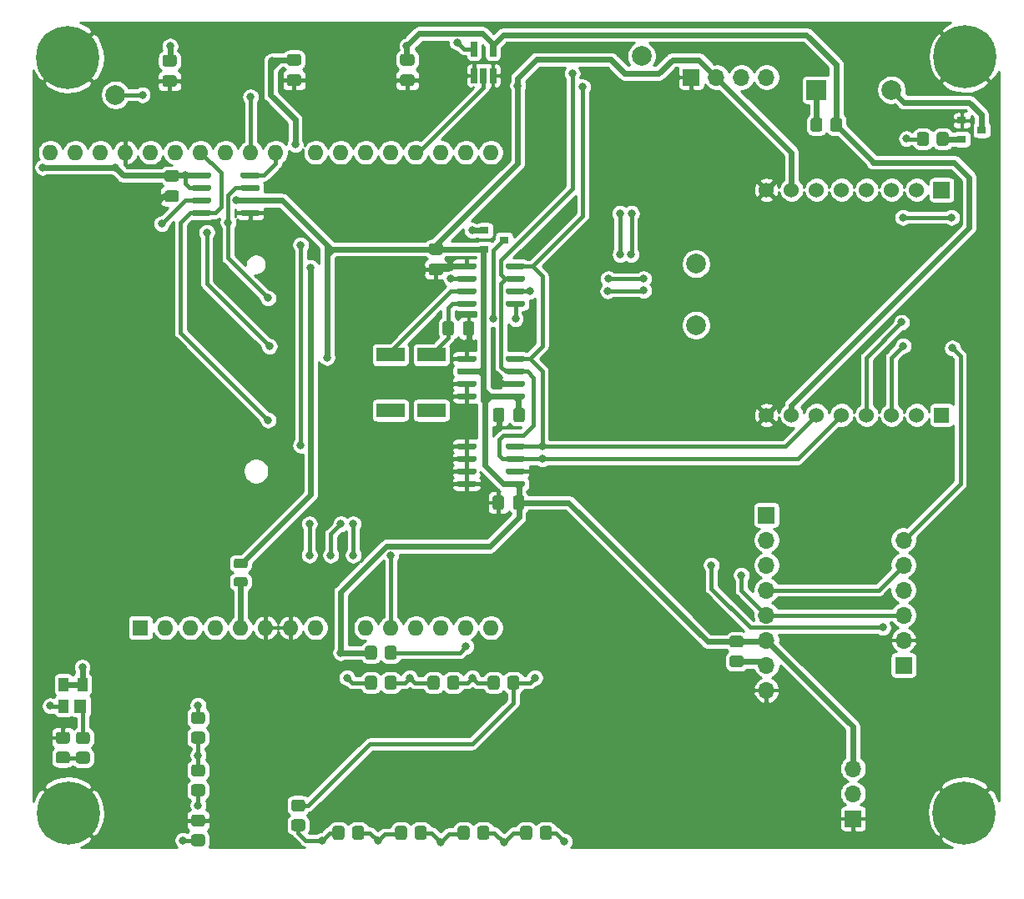
<source format=gbr>
%TF.GenerationSoftware,KiCad,Pcbnew,5.1.12-1.fc34*%
%TF.CreationDate,2022-01-19T22:29:51+01:00*%
%TF.ProjectId,frdm05-devboard,6672646d-3035-42d6-9465-76626f617264,2*%
%TF.SameCoordinates,Original*%
%TF.FileFunction,Copper,L2,Bot*%
%TF.FilePolarity,Positive*%
%FSLAX46Y46*%
G04 Gerber Fmt 4.6, Leading zero omitted, Abs format (unit mm)*
G04 Created by KiCad (PCBNEW 5.1.12-1.fc34) date 2022-01-19 22:29:51*
%MOMM*%
%LPD*%
G01*
G04 APERTURE LIST*
%TA.AperFunction,ComponentPad*%
%ADD10O,1.600000X1.600000*%
%TD*%
%TA.AperFunction,ComponentPad*%
%ADD11R,1.600000X1.600000*%
%TD*%
%TA.AperFunction,ComponentPad*%
%ADD12R,1.524000X1.524000*%
%TD*%
%TA.AperFunction,ComponentPad*%
%ADD13C,1.524000*%
%TD*%
%TA.AperFunction,ComponentPad*%
%ADD14R,1.676400X1.676400*%
%TD*%
%TA.AperFunction,ComponentPad*%
%ADD15O,1.700000X1.700000*%
%TD*%
%TA.AperFunction,ComponentPad*%
%ADD16R,1.700000X1.700000*%
%TD*%
%TA.AperFunction,SMDPad,CuDef*%
%ADD17R,2.850000X1.430000*%
%TD*%
%TA.AperFunction,SMDPad,CuDef*%
%ADD18R,0.650000X1.560000*%
%TD*%
%TA.AperFunction,ComponentPad*%
%ADD19C,2.000000*%
%TD*%
%TA.AperFunction,ComponentPad*%
%ADD20C,0.800000*%
%TD*%
%TA.AperFunction,ComponentPad*%
%ADD21C,6.400000*%
%TD*%
%TA.AperFunction,SMDPad,CuDef*%
%ADD22R,0.900000X0.800000*%
%TD*%
%TA.AperFunction,SMDPad,CuDef*%
%ADD23R,1.000000X1.400000*%
%TD*%
%TA.AperFunction,SMDPad,CuDef*%
%ADD24R,1.200000X1.400000*%
%TD*%
%TA.AperFunction,ComponentPad*%
%ADD25R,2.000000X2.000000*%
%TD*%
%TA.AperFunction,ViaPad*%
%ADD26C,0.800000*%
%TD*%
%TA.AperFunction,Conductor*%
%ADD27C,0.400000*%
%TD*%
%TA.AperFunction,Conductor*%
%ADD28C,0.600000*%
%TD*%
%TA.AperFunction,Conductor*%
%ADD29C,0.254000*%
%TD*%
%TA.AperFunction,Conductor*%
%ADD30C,0.100000*%
%TD*%
G04 APERTURE END LIST*
D10*
%TO.P,A1,16*%
%TO.N,UART_TX*%
X148590000Y-73660000D03*
%TO.P,A1,15*%
%TO.N,UART_RX*%
X151130000Y-73660000D03*
%TO.P,A1,30*%
%TO.N,Net-(A1-Pad30)*%
X111510000Y-73660000D03*
%TO.P,A1,14*%
%TO.N,AN_LIGHT*%
X151130000Y-121920000D03*
%TO.P,A1,29*%
%TO.N,GND*%
X114050000Y-73660000D03*
%TO.P,A1,13*%
%TO.N,AN_KEYBOARD*%
X148590000Y-121920000D03*
%TO.P,A1,28*%
%TO.N,SPI_CLK*%
X116590000Y-73660000D03*
%TO.P,A1,12*%
%TO.N,AN_MB*%
X146050000Y-121920000D03*
%TO.P,A1,27*%
%TO.N,SPI_MISO*%
X119130000Y-73660000D03*
%TO.P,A1,11*%
%TO.N,AN_KEYPAD*%
X143510000Y-121920000D03*
%TO.P,A1,26*%
%TO.N,SPI_MOSI*%
X121670000Y-73660000D03*
%TO.P,A1,10*%
%TO.N,SPI_SS_LCD*%
X140970000Y-121920000D03*
%TO.P,A1,25*%
%TO.N,SPI_SS_SDCARD*%
X124210000Y-73660000D03*
%TO.P,A1,9*%
%TO.N,SPI_SS_MB*%
X138430000Y-121920000D03*
%TO.P,A1,24*%
%TO.N,PWM_BUZZER*%
X126750000Y-73660000D03*
%TO.P,A1,8*%
%TO.N,Net-(A1-Pad8)*%
X133350000Y-121920000D03*
%TO.P,A1,23*%
%TO.N,SPI_SS_FLASH*%
X129290000Y-73660000D03*
%TO.P,A1,7*%
%TO.N,GND*%
X130810000Y-121920000D03*
%TO.P,A1,22*%
%TO.N,MB_INT*%
X133350000Y-73660000D03*
%TO.P,A1,6*%
%TO.N,GND*%
X128270000Y-121920000D03*
%TO.P,A1,21*%
%TO.N,MB_PWM*%
X135890000Y-73660000D03*
%TO.P,A1,5*%
%TO.N,Net-(A1-Pad5)*%
X125730000Y-121920000D03*
%TO.P,A1,20*%
%TO.N,GPIO_RST_LCD*%
X138430000Y-73660000D03*
%TO.P,A1,4*%
%TO.N,Net-(A1-Pad4)*%
X123190000Y-121920000D03*
%TO.P,A1,19*%
%TO.N,SPI_SS_PMOD*%
X140970000Y-73660000D03*
%TO.P,A1,3*%
%TO.N,RST_MB*%
X120650000Y-121920000D03*
%TO.P,A1,18*%
%TO.N,GPIO_RGB_LED*%
X143510000Y-73660000D03*
%TO.P,A1,2*%
%TO.N,+3V3*%
X118110000Y-121920000D03*
%TO.P,A1,17*%
%TO.N,GPIO_DC_LCD*%
X146050000Y-73660000D03*
D11*
%TO.P,A1,1*%
%TO.N,Net-(A1-Pad1)*%
X115570000Y-121920000D03*
D10*
%TO.P,A1,31*%
%TO.N,I2C_SDA*%
X108970000Y-73660000D03*
%TO.P,A1,32*%
%TO.N,I2C_SCL*%
X106430000Y-73660000D03*
%TD*%
%TO.P,R19,2*%
%TO.N,Net-(BZ1-Pad1)*%
%TA.AperFunction,SMDPad,CuDef*%
G36*
G01*
X184750000Y-70415999D02*
X184750000Y-71316001D01*
G75*
G02*
X184500001Y-71566000I-249999J0D01*
G01*
X183799999Y-71566000D01*
G75*
G02*
X183550000Y-71316001I0J249999D01*
G01*
X183550000Y-70415999D01*
G75*
G02*
X183799999Y-70166000I249999J0D01*
G01*
X184500001Y-70166000D01*
G75*
G02*
X184750000Y-70415999I0J-249999D01*
G01*
G37*
%TD.AperFunction*%
%TO.P,R19,1*%
%TO.N,+5V*%
%TA.AperFunction,SMDPad,CuDef*%
G36*
G01*
X186750000Y-70415999D02*
X186750000Y-71316001D01*
G75*
G02*
X186500001Y-71566000I-249999J0D01*
G01*
X185799999Y-71566000D01*
G75*
G02*
X185550000Y-71316001I0J249999D01*
G01*
X185550000Y-70415999D01*
G75*
G02*
X185799999Y-70166000I249999J0D01*
G01*
X186500001Y-70166000D01*
G75*
G02*
X186750000Y-70415999I0J-249999D01*
G01*
G37*
%TD.AperFunction*%
%TD*%
%TO.P,F2,2*%
%TO.N,Net-(A1-Pad5)*%
%TA.AperFunction,SMDPad,CuDef*%
G36*
G01*
X125273750Y-116782000D02*
X126186250Y-116782000D01*
G75*
G02*
X126430000Y-117025750I0J-243750D01*
G01*
X126430000Y-117513250D01*
G75*
G02*
X126186250Y-117757000I-243750J0D01*
G01*
X125273750Y-117757000D01*
G75*
G02*
X125030000Y-117513250I0J243750D01*
G01*
X125030000Y-117025750D01*
G75*
G02*
X125273750Y-116782000I243750J0D01*
G01*
G37*
%TD.AperFunction*%
%TO.P,F2,1*%
%TO.N,+5V*%
%TA.AperFunction,SMDPad,CuDef*%
G36*
G01*
X125273750Y-114907000D02*
X126186250Y-114907000D01*
G75*
G02*
X126430000Y-115150750I0J-243750D01*
G01*
X126430000Y-115638250D01*
G75*
G02*
X126186250Y-115882000I-243750J0D01*
G01*
X125273750Y-115882000D01*
G75*
G02*
X125030000Y-115638250I0J243750D01*
G01*
X125030000Y-115150750D01*
G75*
G02*
X125273750Y-114907000I243750J0D01*
G01*
G37*
%TD.AperFunction*%
%TD*%
%TO.P,C11,2*%
%TO.N,+3V3*%
%TA.AperFunction,SMDPad,CuDef*%
G36*
G01*
X153400000Y-100805000D02*
X153400000Y-99855000D01*
G75*
G02*
X153650000Y-99605000I250000J0D01*
G01*
X154325000Y-99605000D01*
G75*
G02*
X154575000Y-99855000I0J-250000D01*
G01*
X154575000Y-100805000D01*
G75*
G02*
X154325000Y-101055000I-250000J0D01*
G01*
X153650000Y-101055000D01*
G75*
G02*
X153400000Y-100805000I0J250000D01*
G01*
G37*
%TD.AperFunction*%
%TO.P,C11,1*%
%TO.N,GND*%
%TA.AperFunction,SMDPad,CuDef*%
G36*
G01*
X151325000Y-100805000D02*
X151325000Y-99855000D01*
G75*
G02*
X151575000Y-99605000I250000J0D01*
G01*
X152250000Y-99605000D01*
G75*
G02*
X152500000Y-99855000I0J-250000D01*
G01*
X152500000Y-100805000D01*
G75*
G02*
X152250000Y-101055000I-250000J0D01*
G01*
X151575000Y-101055000D01*
G75*
G02*
X151325000Y-100805000I0J250000D01*
G01*
G37*
%TD.AperFunction*%
%TD*%
%TO.P,C10,2*%
%TO.N,+3V3*%
%TA.AperFunction,SMDPad,CuDef*%
G36*
G01*
X153358000Y-109695000D02*
X153358000Y-108745000D01*
G75*
G02*
X153608000Y-108495000I250000J0D01*
G01*
X154283000Y-108495000D01*
G75*
G02*
X154533000Y-108745000I0J-250000D01*
G01*
X154533000Y-109695000D01*
G75*
G02*
X154283000Y-109945000I-250000J0D01*
G01*
X153608000Y-109945000D01*
G75*
G02*
X153358000Y-109695000I0J250000D01*
G01*
G37*
%TD.AperFunction*%
%TO.P,C10,1*%
%TO.N,GND*%
%TA.AperFunction,SMDPad,CuDef*%
G36*
G01*
X151283000Y-109695000D02*
X151283000Y-108745000D01*
G75*
G02*
X151533000Y-108495000I250000J0D01*
G01*
X152208000Y-108495000D01*
G75*
G02*
X152458000Y-108745000I0J-250000D01*
G01*
X152458000Y-109695000D01*
G75*
G02*
X152208000Y-109945000I-250000J0D01*
G01*
X151533000Y-109945000D01*
G75*
G02*
X151283000Y-109695000I0J250000D01*
G01*
G37*
%TD.AperFunction*%
%TD*%
%TO.P,C8,2*%
%TO.N,GND*%
%TA.AperFunction,SMDPad,CuDef*%
G36*
G01*
X118270000Y-77539000D02*
X119220000Y-77539000D01*
G75*
G02*
X119470000Y-77789000I0J-250000D01*
G01*
X119470000Y-78464000D01*
G75*
G02*
X119220000Y-78714000I-250000J0D01*
G01*
X118270000Y-78714000D01*
G75*
G02*
X118020000Y-78464000I0J250000D01*
G01*
X118020000Y-77789000D01*
G75*
G02*
X118270000Y-77539000I250000J0D01*
G01*
G37*
%TD.AperFunction*%
%TO.P,C8,1*%
%TO.N,+3V3*%
%TA.AperFunction,SMDPad,CuDef*%
G36*
G01*
X118270000Y-75464000D02*
X119220000Y-75464000D01*
G75*
G02*
X119470000Y-75714000I0J-250000D01*
G01*
X119470000Y-76389000D01*
G75*
G02*
X119220000Y-76639000I-250000J0D01*
G01*
X118270000Y-76639000D01*
G75*
G02*
X118020000Y-76389000I0J250000D01*
G01*
X118020000Y-75714000D01*
G75*
G02*
X118270000Y-75464000I250000J0D01*
G01*
G37*
%TD.AperFunction*%
%TD*%
D12*
%TO.P,CON1,P16*%
%TO.N,MB_PWM*%
X196850000Y-100330000D03*
D13*
%TO.P,CON1,P15*%
%TO.N,MB_INT*%
X194310000Y-100330000D03*
%TO.P,CON1,P14*%
%TO.N,UART_RX*%
X191770000Y-100330000D03*
%TO.P,CON1,P13*%
%TO.N,UART_TX*%
X189230000Y-100330000D03*
%TO.P,CON1,P12*%
%TO.N,I2C_SCL*%
X186690000Y-100330000D03*
%TO.P,CON1,P11*%
%TO.N,I2C_SDA*%
X184150000Y-100330000D03*
%TO.P,CON1,P10*%
%TO.N,+5V*%
X181610000Y-100330000D03*
%TO.P,CON1,P9*%
%TO.N,GND*%
X179070000Y-100330000D03*
%TO.P,CON1,P8*%
X179070000Y-77470000D03*
%TO.P,CON1,P7*%
%TO.N,+3V3*%
X181610000Y-77470000D03*
%TO.P,CON1,P6*%
%TO.N,SPI_MOSI*%
X184150000Y-77470000D03*
%TO.P,CON1,P5*%
%TO.N,SPI_MISO*%
X186690000Y-77470000D03*
%TO.P,CON1,P4*%
%TO.N,SPI_CLK*%
X189230000Y-77470000D03*
%TO.P,CON1,P3*%
%TO.N,SPI_SS_MB*%
X191770000Y-77470000D03*
%TO.P,CON1,P2*%
%TO.N,RST_MB*%
X194310000Y-77470000D03*
D14*
%TO.P,CON1,P1*%
%TO.N,AN_MB*%
X196850000Y-77470000D03*
%TD*%
D15*
%TO.P,J5,4*%
%TO.N,I2C_SCL*%
X179070000Y-66040000D03*
%TO.P,J5,3*%
%TO.N,I2C_SDA*%
X176530000Y-66040000D03*
%TO.P,J5,2*%
%TO.N,+3V3*%
X173990000Y-66040000D03*
D16*
%TO.P,J5,1*%
%TO.N,GND*%
X171450000Y-66040000D03*
%TD*%
D17*
%TO.P,Y1,4*%
%TO.N,Net-(U2-Pad2)*%
X140927000Y-94213000D03*
%TO.P,Y1,3*%
%TO.N,Net-(Y1-Pad3)*%
X140927000Y-99843000D03*
%TO.P,Y1,2*%
%TO.N,Net-(Y1-Pad2)*%
X145077000Y-99843000D03*
%TO.P,Y1,1*%
%TO.N,Net-(C1-Pad2)*%
X145077000Y-94213000D03*
%TD*%
%TO.P,U5,8*%
%TO.N,+3V3*%
%TA.AperFunction,SMDPad,CuDef*%
G36*
G01*
X152630000Y-98575000D02*
X152630000Y-98275000D01*
G75*
G02*
X152780000Y-98125000I150000J0D01*
G01*
X154430000Y-98125000D01*
G75*
G02*
X154580000Y-98275000I0J-150000D01*
G01*
X154580000Y-98575000D01*
G75*
G02*
X154430000Y-98725000I-150000J0D01*
G01*
X152780000Y-98725000D01*
G75*
G02*
X152630000Y-98575000I0J150000D01*
G01*
G37*
%TD.AperFunction*%
%TO.P,U5,7*%
%TO.N,GND*%
%TA.AperFunction,SMDPad,CuDef*%
G36*
G01*
X152630000Y-97305000D02*
X152630000Y-97005000D01*
G75*
G02*
X152780000Y-96855000I150000J0D01*
G01*
X154430000Y-96855000D01*
G75*
G02*
X154580000Y-97005000I0J-150000D01*
G01*
X154580000Y-97305000D01*
G75*
G02*
X154430000Y-97455000I-150000J0D01*
G01*
X152780000Y-97455000D01*
G75*
G02*
X152630000Y-97305000I0J150000D01*
G01*
G37*
%TD.AperFunction*%
%TO.P,U5,6*%
%TO.N,I2C_SCL*%
%TA.AperFunction,SMDPad,CuDef*%
G36*
G01*
X152630000Y-96035000D02*
X152630000Y-95735000D01*
G75*
G02*
X152780000Y-95585000I150000J0D01*
G01*
X154430000Y-95585000D01*
G75*
G02*
X154580000Y-95735000I0J-150000D01*
G01*
X154580000Y-96035000D01*
G75*
G02*
X154430000Y-96185000I-150000J0D01*
G01*
X152780000Y-96185000D01*
G75*
G02*
X152630000Y-96035000I0J150000D01*
G01*
G37*
%TD.AperFunction*%
%TO.P,U5,5*%
%TO.N,I2C_SDA*%
%TA.AperFunction,SMDPad,CuDef*%
G36*
G01*
X152630000Y-94765000D02*
X152630000Y-94465000D01*
G75*
G02*
X152780000Y-94315000I150000J0D01*
G01*
X154430000Y-94315000D01*
G75*
G02*
X154580000Y-94465000I0J-150000D01*
G01*
X154580000Y-94765000D01*
G75*
G02*
X154430000Y-94915000I-150000J0D01*
G01*
X152780000Y-94915000D01*
G75*
G02*
X152630000Y-94765000I0J150000D01*
G01*
G37*
%TD.AperFunction*%
%TO.P,U5,4*%
%TO.N,GND*%
%TA.AperFunction,SMDPad,CuDef*%
G36*
G01*
X147680000Y-94765000D02*
X147680000Y-94465000D01*
G75*
G02*
X147830000Y-94315000I150000J0D01*
G01*
X149480000Y-94315000D01*
G75*
G02*
X149630000Y-94465000I0J-150000D01*
G01*
X149630000Y-94765000D01*
G75*
G02*
X149480000Y-94915000I-150000J0D01*
G01*
X147830000Y-94915000D01*
G75*
G02*
X147680000Y-94765000I0J150000D01*
G01*
G37*
%TD.AperFunction*%
%TO.P,U5,3*%
%TO.N,+3V3*%
%TA.AperFunction,SMDPad,CuDef*%
G36*
G01*
X147680000Y-96035000D02*
X147680000Y-95735000D01*
G75*
G02*
X147830000Y-95585000I150000J0D01*
G01*
X149480000Y-95585000D01*
G75*
G02*
X149630000Y-95735000I0J-150000D01*
G01*
X149630000Y-96035000D01*
G75*
G02*
X149480000Y-96185000I-150000J0D01*
G01*
X147830000Y-96185000D01*
G75*
G02*
X147680000Y-96035000I0J150000D01*
G01*
G37*
%TD.AperFunction*%
%TO.P,U5,2*%
%TO.N,GND*%
%TA.AperFunction,SMDPad,CuDef*%
G36*
G01*
X147680000Y-97305000D02*
X147680000Y-97005000D01*
G75*
G02*
X147830000Y-96855000I150000J0D01*
G01*
X149480000Y-96855000D01*
G75*
G02*
X149630000Y-97005000I0J-150000D01*
G01*
X149630000Y-97305000D01*
G75*
G02*
X149480000Y-97455000I-150000J0D01*
G01*
X147830000Y-97455000D01*
G75*
G02*
X147680000Y-97305000I0J150000D01*
G01*
G37*
%TD.AperFunction*%
%TO.P,U5,1*%
%TA.AperFunction,SMDPad,CuDef*%
G36*
G01*
X147680000Y-98575000D02*
X147680000Y-98275000D01*
G75*
G02*
X147830000Y-98125000I150000J0D01*
G01*
X149480000Y-98125000D01*
G75*
G02*
X149630000Y-98275000I0J-150000D01*
G01*
X149630000Y-98575000D01*
G75*
G02*
X149480000Y-98725000I-150000J0D01*
G01*
X147830000Y-98725000D01*
G75*
G02*
X147680000Y-98575000I0J150000D01*
G01*
G37*
%TD.AperFunction*%
%TD*%
D18*
%TO.P,U6,5*%
%TO.N,+5V*%
X151318000Y-63166000D03*
%TO.P,U6,4*%
%TO.N,Net-(D1-Pad4)*%
X149418000Y-63166000D03*
%TO.P,U6,3*%
%TO.N,GND*%
X149418000Y-65866000D03*
%TO.P,U6,2*%
%TO.N,GPIO_RGB_LED*%
X150368000Y-65866000D03*
%TO.P,U6,1*%
%TO.N,GND*%
X151318000Y-65866000D03*
%TD*%
D19*
%TO.P,TP5,1*%
%TO.N,Net-(TP5-Pad1)*%
X171932600Y-84975700D03*
%TD*%
%TO.P,TP4,1*%
%TO.N,Net-(TP4-Pad1)*%
X171932600Y-91198700D03*
%TD*%
%TO.P,TP3,1*%
%TO.N,Net-(TP3-Pad1)*%
X166395400Y-63881000D03*
%TD*%
%TO.P,TP2,1*%
%TO.N,Net-(D3-Pad2)*%
X113030000Y-67818000D03*
%TD*%
D15*
%TO.P,J3,6*%
%TO.N,SPI_SS_PMOD*%
X192989200Y-113030000D03*
%TO.P,J3,5*%
%TO.N,SPI_MOSI*%
X192989200Y-115570000D03*
%TO.P,J3,4*%
%TO.N,SPI_MISO*%
X192989200Y-118110000D03*
%TO.P,J3,3*%
%TO.N,SPI_CLK*%
X192989200Y-120650000D03*
%TO.P,J3,2*%
%TO.N,GND*%
X192989200Y-123190000D03*
D16*
%TO.P,J3,1*%
%TO.N,+3V3*%
X192989200Y-125730000D03*
%TD*%
D20*
%TO.P,H4,1*%
%TO.N,GND*%
X109926456Y-139018944D03*
X108229400Y-138316000D03*
X106532344Y-139018944D03*
X105829400Y-140716000D03*
X106532344Y-142413056D03*
X108229400Y-143116000D03*
X109926456Y-142413056D03*
X110629400Y-140716000D03*
D21*
X108229400Y-140716000D03*
%TD*%
D20*
%TO.P,H3,1*%
%TO.N,GND*%
X200833356Y-139018944D03*
X199136300Y-138316000D03*
X197439244Y-139018944D03*
X196736300Y-140716000D03*
X197439244Y-142413056D03*
X199136300Y-143116000D03*
X200833356Y-142413056D03*
X201536300Y-140716000D03*
D21*
X199136300Y-140716000D03*
%TD*%
D20*
%TO.P,H2,1*%
%TO.N,GND*%
X109901056Y-62310944D03*
X108204000Y-61608000D03*
X106506944Y-62310944D03*
X105804000Y-64008000D03*
X106506944Y-65705056D03*
X108204000Y-66408000D03*
X109901056Y-65705056D03*
X110604000Y-64008000D03*
D21*
X108204000Y-64008000D03*
%TD*%
D20*
%TO.P,H1,1*%
%TO.N,GND*%
X200909256Y-62260144D03*
X199212200Y-61557200D03*
X197515144Y-62260144D03*
X196812200Y-63957200D03*
X197515144Y-65654256D03*
X199212200Y-66357200D03*
X200909256Y-65654256D03*
X201612200Y-63957200D03*
D21*
X199212200Y-63957200D03*
%TD*%
%TO.P,U4,8*%
%TO.N,+3V3*%
%TA.AperFunction,SMDPad,CuDef*%
G36*
G01*
X152630000Y-107465000D02*
X152630000Y-107165000D01*
G75*
G02*
X152780000Y-107015000I150000J0D01*
G01*
X154430000Y-107015000D01*
G75*
G02*
X154580000Y-107165000I0J-150000D01*
G01*
X154580000Y-107465000D01*
G75*
G02*
X154430000Y-107615000I-150000J0D01*
G01*
X152780000Y-107615000D01*
G75*
G02*
X152630000Y-107465000I0J150000D01*
G01*
G37*
%TD.AperFunction*%
%TO.P,U4,7*%
%TO.N,GND*%
%TA.AperFunction,SMDPad,CuDef*%
G36*
G01*
X152630000Y-106195000D02*
X152630000Y-105895000D01*
G75*
G02*
X152780000Y-105745000I150000J0D01*
G01*
X154430000Y-105745000D01*
G75*
G02*
X154580000Y-105895000I0J-150000D01*
G01*
X154580000Y-106195000D01*
G75*
G02*
X154430000Y-106345000I-150000J0D01*
G01*
X152780000Y-106345000D01*
G75*
G02*
X152630000Y-106195000I0J150000D01*
G01*
G37*
%TD.AperFunction*%
%TO.P,U4,6*%
%TO.N,I2C_SCL*%
%TA.AperFunction,SMDPad,CuDef*%
G36*
G01*
X152630000Y-104925000D02*
X152630000Y-104625000D01*
G75*
G02*
X152780000Y-104475000I150000J0D01*
G01*
X154430000Y-104475000D01*
G75*
G02*
X154580000Y-104625000I0J-150000D01*
G01*
X154580000Y-104925000D01*
G75*
G02*
X154430000Y-105075000I-150000J0D01*
G01*
X152780000Y-105075000D01*
G75*
G02*
X152630000Y-104925000I0J150000D01*
G01*
G37*
%TD.AperFunction*%
%TO.P,U4,5*%
%TO.N,I2C_SDA*%
%TA.AperFunction,SMDPad,CuDef*%
G36*
G01*
X152630000Y-103655000D02*
X152630000Y-103355000D01*
G75*
G02*
X152780000Y-103205000I150000J0D01*
G01*
X154430000Y-103205000D01*
G75*
G02*
X154580000Y-103355000I0J-150000D01*
G01*
X154580000Y-103655000D01*
G75*
G02*
X154430000Y-103805000I-150000J0D01*
G01*
X152780000Y-103805000D01*
G75*
G02*
X152630000Y-103655000I0J150000D01*
G01*
G37*
%TD.AperFunction*%
%TO.P,U4,4*%
%TO.N,GND*%
%TA.AperFunction,SMDPad,CuDef*%
G36*
G01*
X147680000Y-103655000D02*
X147680000Y-103355000D01*
G75*
G02*
X147830000Y-103205000I150000J0D01*
G01*
X149480000Y-103205000D01*
G75*
G02*
X149630000Y-103355000I0J-150000D01*
G01*
X149630000Y-103655000D01*
G75*
G02*
X149480000Y-103805000I-150000J0D01*
G01*
X147830000Y-103805000D01*
G75*
G02*
X147680000Y-103655000I0J150000D01*
G01*
G37*
%TD.AperFunction*%
%TO.P,U4,3*%
%TA.AperFunction,SMDPad,CuDef*%
G36*
G01*
X147680000Y-104925000D02*
X147680000Y-104625000D01*
G75*
G02*
X147830000Y-104475000I150000J0D01*
G01*
X149480000Y-104475000D01*
G75*
G02*
X149630000Y-104625000I0J-150000D01*
G01*
X149630000Y-104925000D01*
G75*
G02*
X149480000Y-105075000I-150000J0D01*
G01*
X147830000Y-105075000D01*
G75*
G02*
X147680000Y-104925000I0J150000D01*
G01*
G37*
%TD.AperFunction*%
%TO.P,U4,2*%
%TA.AperFunction,SMDPad,CuDef*%
G36*
G01*
X147680000Y-106195000D02*
X147680000Y-105895000D01*
G75*
G02*
X147830000Y-105745000I150000J0D01*
G01*
X149480000Y-105745000D01*
G75*
G02*
X149630000Y-105895000I0J-150000D01*
G01*
X149630000Y-106195000D01*
G75*
G02*
X149480000Y-106345000I-150000J0D01*
G01*
X147830000Y-106345000D01*
G75*
G02*
X147680000Y-106195000I0J150000D01*
G01*
G37*
%TD.AperFunction*%
%TO.P,U4,1*%
%TA.AperFunction,SMDPad,CuDef*%
G36*
G01*
X147680000Y-107465000D02*
X147680000Y-107165000D01*
G75*
G02*
X147830000Y-107015000I150000J0D01*
G01*
X149480000Y-107015000D01*
G75*
G02*
X149630000Y-107165000I0J-150000D01*
G01*
X149630000Y-107465000D01*
G75*
G02*
X149480000Y-107615000I-150000J0D01*
G01*
X147830000Y-107615000D01*
G75*
G02*
X147680000Y-107465000I0J150000D01*
G01*
G37*
%TD.AperFunction*%
%TD*%
%TO.P,U2,8*%
%TO.N,Net-(D4-Pad3)*%
%TA.AperFunction,SMDPad,CuDef*%
G36*
G01*
X152630000Y-89177000D02*
X152630000Y-88877000D01*
G75*
G02*
X152780000Y-88727000I150000J0D01*
G01*
X154430000Y-88727000D01*
G75*
G02*
X154580000Y-88877000I0J-150000D01*
G01*
X154580000Y-89177000D01*
G75*
G02*
X154430000Y-89327000I-150000J0D01*
G01*
X152780000Y-89327000D01*
G75*
G02*
X152630000Y-89177000I0J150000D01*
G01*
G37*
%TD.AperFunction*%
%TO.P,U2,7*%
%TO.N,Net-(TP4-Pad1)*%
%TA.AperFunction,SMDPad,CuDef*%
G36*
G01*
X152630000Y-87907000D02*
X152630000Y-87607000D01*
G75*
G02*
X152780000Y-87457000I150000J0D01*
G01*
X154430000Y-87457000D01*
G75*
G02*
X154580000Y-87607000I0J-150000D01*
G01*
X154580000Y-87907000D01*
G75*
G02*
X154430000Y-88057000I-150000J0D01*
G01*
X152780000Y-88057000D01*
G75*
G02*
X152630000Y-87907000I0J150000D01*
G01*
G37*
%TD.AperFunction*%
%TO.P,U2,6*%
%TO.N,I2C_SCL*%
%TA.AperFunction,SMDPad,CuDef*%
G36*
G01*
X152630000Y-86637000D02*
X152630000Y-86337000D01*
G75*
G02*
X152780000Y-86187000I150000J0D01*
G01*
X154430000Y-86187000D01*
G75*
G02*
X154580000Y-86337000I0J-150000D01*
G01*
X154580000Y-86637000D01*
G75*
G02*
X154430000Y-86787000I-150000J0D01*
G01*
X152780000Y-86787000D01*
G75*
G02*
X152630000Y-86637000I0J150000D01*
G01*
G37*
%TD.AperFunction*%
%TO.P,U2,5*%
%TO.N,I2C_SDA*%
%TA.AperFunction,SMDPad,CuDef*%
G36*
G01*
X152630000Y-85367000D02*
X152630000Y-85067000D01*
G75*
G02*
X152780000Y-84917000I150000J0D01*
G01*
X154430000Y-84917000D01*
G75*
G02*
X154580000Y-85067000I0J-150000D01*
G01*
X154580000Y-85367000D01*
G75*
G02*
X154430000Y-85517000I-150000J0D01*
G01*
X152780000Y-85517000D01*
G75*
G02*
X152630000Y-85367000I0J150000D01*
G01*
G37*
%TD.AperFunction*%
%TO.P,U2,4*%
%TO.N,GND*%
%TA.AperFunction,SMDPad,CuDef*%
G36*
G01*
X147680000Y-85367000D02*
X147680000Y-85067000D01*
G75*
G02*
X147830000Y-84917000I150000J0D01*
G01*
X149480000Y-84917000D01*
G75*
G02*
X149630000Y-85067000I0J-150000D01*
G01*
X149630000Y-85367000D01*
G75*
G02*
X149480000Y-85517000I-150000J0D01*
G01*
X147830000Y-85517000D01*
G75*
G02*
X147680000Y-85367000I0J150000D01*
G01*
G37*
%TD.AperFunction*%
%TO.P,U2,3*%
%TO.N,Net-(TP5-Pad1)*%
%TA.AperFunction,SMDPad,CuDef*%
G36*
G01*
X147680000Y-86637000D02*
X147680000Y-86337000D01*
G75*
G02*
X147830000Y-86187000I150000J0D01*
G01*
X149480000Y-86187000D01*
G75*
G02*
X149630000Y-86337000I0J-150000D01*
G01*
X149630000Y-86637000D01*
G75*
G02*
X149480000Y-86787000I-150000J0D01*
G01*
X147830000Y-86787000D01*
G75*
G02*
X147680000Y-86637000I0J150000D01*
G01*
G37*
%TD.AperFunction*%
%TO.P,U2,2*%
%TO.N,Net-(U2-Pad2)*%
%TA.AperFunction,SMDPad,CuDef*%
G36*
G01*
X147680000Y-87907000D02*
X147680000Y-87607000D01*
G75*
G02*
X147830000Y-87457000I150000J0D01*
G01*
X149480000Y-87457000D01*
G75*
G02*
X149630000Y-87607000I0J-150000D01*
G01*
X149630000Y-87907000D01*
G75*
G02*
X149480000Y-88057000I-150000J0D01*
G01*
X147830000Y-88057000D01*
G75*
G02*
X147680000Y-87907000I0J150000D01*
G01*
G37*
%TD.AperFunction*%
%TO.P,U2,1*%
%TO.N,Net-(C1-Pad2)*%
%TA.AperFunction,SMDPad,CuDef*%
G36*
G01*
X147680000Y-89177000D02*
X147680000Y-88877000D01*
G75*
G02*
X147830000Y-88727000I150000J0D01*
G01*
X149480000Y-88727000D01*
G75*
G02*
X149630000Y-88877000I0J-150000D01*
G01*
X149630000Y-89177000D01*
G75*
G02*
X149480000Y-89327000I-150000J0D01*
G01*
X147830000Y-89327000D01*
G75*
G02*
X147680000Y-89177000I0J150000D01*
G01*
G37*
%TD.AperFunction*%
%TD*%
%TO.P,U1,8*%
%TO.N,+3V3*%
%TA.AperFunction,SMDPad,CuDef*%
G36*
G01*
X122718700Y-75846800D02*
X122718700Y-76146800D01*
G75*
G02*
X122568700Y-76296800I-150000J0D01*
G01*
X120918700Y-76296800D01*
G75*
G02*
X120768700Y-76146800I0J150000D01*
G01*
X120768700Y-75846800D01*
G75*
G02*
X120918700Y-75696800I150000J0D01*
G01*
X122568700Y-75696800D01*
G75*
G02*
X122718700Y-75846800I0J-150000D01*
G01*
G37*
%TD.AperFunction*%
%TO.P,U1,7*%
%TA.AperFunction,SMDPad,CuDef*%
G36*
G01*
X122718700Y-77116800D02*
X122718700Y-77416800D01*
G75*
G02*
X122568700Y-77566800I-150000J0D01*
G01*
X120918700Y-77566800D01*
G75*
G02*
X120768700Y-77416800I0J150000D01*
G01*
X120768700Y-77116800D01*
G75*
G02*
X120918700Y-76966800I150000J0D01*
G01*
X122568700Y-76966800D01*
G75*
G02*
X122718700Y-77116800I0J-150000D01*
G01*
G37*
%TD.AperFunction*%
%TO.P,U1,6*%
%TO.N,SPI_CLK*%
%TA.AperFunction,SMDPad,CuDef*%
G36*
G01*
X122718700Y-78386800D02*
X122718700Y-78686800D01*
G75*
G02*
X122568700Y-78836800I-150000J0D01*
G01*
X120918700Y-78836800D01*
G75*
G02*
X120768700Y-78686800I0J150000D01*
G01*
X120768700Y-78386800D01*
G75*
G02*
X120918700Y-78236800I150000J0D01*
G01*
X122568700Y-78236800D01*
G75*
G02*
X122718700Y-78386800I0J-150000D01*
G01*
G37*
%TD.AperFunction*%
%TO.P,U1,5*%
%TO.N,SPI_MOSI*%
%TA.AperFunction,SMDPad,CuDef*%
G36*
G01*
X122718700Y-79656800D02*
X122718700Y-79956800D01*
G75*
G02*
X122568700Y-80106800I-150000J0D01*
G01*
X120918700Y-80106800D01*
G75*
G02*
X120768700Y-79956800I0J150000D01*
G01*
X120768700Y-79656800D01*
G75*
G02*
X120918700Y-79506800I150000J0D01*
G01*
X122568700Y-79506800D01*
G75*
G02*
X122718700Y-79656800I0J-150000D01*
G01*
G37*
%TD.AperFunction*%
%TO.P,U1,4*%
%TO.N,GND*%
%TA.AperFunction,SMDPad,CuDef*%
G36*
G01*
X127668700Y-79656800D02*
X127668700Y-79956800D01*
G75*
G02*
X127518700Y-80106800I-150000J0D01*
G01*
X125868700Y-80106800D01*
G75*
G02*
X125718700Y-79956800I0J150000D01*
G01*
X125718700Y-79656800D01*
G75*
G02*
X125868700Y-79506800I150000J0D01*
G01*
X127518700Y-79506800D01*
G75*
G02*
X127668700Y-79656800I0J-150000D01*
G01*
G37*
%TD.AperFunction*%
%TO.P,U1,3*%
%TO.N,+3V3*%
%TA.AperFunction,SMDPad,CuDef*%
G36*
G01*
X127668700Y-78386800D02*
X127668700Y-78686800D01*
G75*
G02*
X127518700Y-78836800I-150000J0D01*
G01*
X125868700Y-78836800D01*
G75*
G02*
X125718700Y-78686800I0J150000D01*
G01*
X125718700Y-78386800D01*
G75*
G02*
X125868700Y-78236800I150000J0D01*
G01*
X127518700Y-78236800D01*
G75*
G02*
X127668700Y-78386800I0J-150000D01*
G01*
G37*
%TD.AperFunction*%
%TO.P,U1,2*%
%TO.N,SPI_MISO*%
%TA.AperFunction,SMDPad,CuDef*%
G36*
G01*
X127668700Y-77116800D02*
X127668700Y-77416800D01*
G75*
G02*
X127518700Y-77566800I-150000J0D01*
G01*
X125868700Y-77566800D01*
G75*
G02*
X125718700Y-77416800I0J150000D01*
G01*
X125718700Y-77116800D01*
G75*
G02*
X125868700Y-76966800I150000J0D01*
G01*
X127518700Y-76966800D01*
G75*
G02*
X127668700Y-77116800I0J-150000D01*
G01*
G37*
%TD.AperFunction*%
%TO.P,U1,1*%
%TO.N,SPI_SS_FLASH*%
%TA.AperFunction,SMDPad,CuDef*%
G36*
G01*
X127668700Y-75846800D02*
X127668700Y-76146800D01*
G75*
G02*
X127518700Y-76296800I-150000J0D01*
G01*
X125868700Y-76296800D01*
G75*
G02*
X125718700Y-76146800I0J150000D01*
G01*
X125718700Y-75846800D01*
G75*
G02*
X125868700Y-75696800I150000J0D01*
G01*
X127518700Y-75696800D01*
G75*
G02*
X127668700Y-75846800I0J-150000D01*
G01*
G37*
%TD.AperFunction*%
%TD*%
%TO.P,R18,2*%
%TO.N,+3V3*%
%TA.AperFunction,SMDPad,CuDef*%
G36*
G01*
X176484701Y-123933000D02*
X175584699Y-123933000D01*
G75*
G02*
X175334700Y-123683001I0J249999D01*
G01*
X175334700Y-122982999D01*
G75*
G02*
X175584699Y-122733000I249999J0D01*
G01*
X176484701Y-122733000D01*
G75*
G02*
X176734700Y-122982999I0J-249999D01*
G01*
X176734700Y-123683001D01*
G75*
G02*
X176484701Y-123933000I-249999J0D01*
G01*
G37*
%TD.AperFunction*%
%TO.P,R18,1*%
%TO.N,Net-(LCD1-Pad7)*%
%TA.AperFunction,SMDPad,CuDef*%
G36*
G01*
X176484701Y-125933000D02*
X175584699Y-125933000D01*
G75*
G02*
X175334700Y-125683001I0J249999D01*
G01*
X175334700Y-124982999D01*
G75*
G02*
X175584699Y-124733000I249999J0D01*
G01*
X176484701Y-124733000D01*
G75*
G02*
X176734700Y-124982999I0J-249999D01*
G01*
X176734700Y-125683001D01*
G75*
G02*
X176484701Y-125933000I-249999J0D01*
G01*
G37*
%TD.AperFunction*%
%TD*%
%TO.P,R15,2*%
%TO.N,PWM_BUZZER*%
%TA.AperFunction,SMDPad,CuDef*%
G36*
G01*
X195548300Y-71851099D02*
X195548300Y-72751101D01*
G75*
G02*
X195298301Y-73001100I-249999J0D01*
G01*
X194598299Y-73001100D01*
G75*
G02*
X194348300Y-72751101I0J249999D01*
G01*
X194348300Y-71851099D01*
G75*
G02*
X194598299Y-71601100I249999J0D01*
G01*
X195298301Y-71601100D01*
G75*
G02*
X195548300Y-71851099I0J-249999D01*
G01*
G37*
%TD.AperFunction*%
%TO.P,R15,1*%
%TO.N,Net-(Q2-Pad1)*%
%TA.AperFunction,SMDPad,CuDef*%
G36*
G01*
X197548300Y-71851099D02*
X197548300Y-72751101D01*
G75*
G02*
X197298301Y-73001100I-249999J0D01*
G01*
X196598299Y-73001100D01*
G75*
G02*
X196348300Y-72751101I0J249999D01*
G01*
X196348300Y-71851099D01*
G75*
G02*
X196598299Y-71601100I249999J0D01*
G01*
X197298301Y-71601100D01*
G75*
G02*
X197548300Y-71851099I0J-249999D01*
G01*
G37*
%TD.AperFunction*%
%TD*%
%TO.P,R14,2*%
%TO.N,+3V3*%
%TA.AperFunction,SMDPad,CuDef*%
G36*
G01*
X139554000Y-124009999D02*
X139554000Y-124910001D01*
G75*
G02*
X139304001Y-125160000I-249999J0D01*
G01*
X138603999Y-125160000D01*
G75*
G02*
X138354000Y-124910001I0J249999D01*
G01*
X138354000Y-124009999D01*
G75*
G02*
X138603999Y-123760000I249999J0D01*
G01*
X139304001Y-123760000D01*
G75*
G02*
X139554000Y-124009999I0J-249999D01*
G01*
G37*
%TD.AperFunction*%
%TO.P,R14,1*%
%TO.N,AN_KEYBOARD*%
%TA.AperFunction,SMDPad,CuDef*%
G36*
G01*
X141554000Y-124009999D02*
X141554000Y-124910001D01*
G75*
G02*
X141304001Y-125160000I-249999J0D01*
G01*
X140603999Y-125160000D01*
G75*
G02*
X140354000Y-124910001I0J249999D01*
G01*
X140354000Y-124009999D01*
G75*
G02*
X140603999Y-123760000I249999J0D01*
G01*
X141304001Y-123760000D01*
G75*
G02*
X141554000Y-124009999I0J-249999D01*
G01*
G37*
%TD.AperFunction*%
%TD*%
%TO.P,R13,2*%
%TO.N,Net-(J2-Pad8)*%
%TA.AperFunction,SMDPad,CuDef*%
G36*
G01*
X155302000Y-142297999D02*
X155302000Y-143198001D01*
G75*
G02*
X155052001Y-143448000I-249999J0D01*
G01*
X154351999Y-143448000D01*
G75*
G02*
X154102000Y-143198001I0J249999D01*
G01*
X154102000Y-142297999D01*
G75*
G02*
X154351999Y-142048000I249999J0D01*
G01*
X155052001Y-142048000D01*
G75*
G02*
X155302000Y-142297999I0J-249999D01*
G01*
G37*
%TD.AperFunction*%
%TO.P,R13,1*%
%TO.N,AN_KEYBOARD*%
%TA.AperFunction,SMDPad,CuDef*%
G36*
G01*
X157302000Y-142297999D02*
X157302000Y-143198001D01*
G75*
G02*
X157052001Y-143448000I-249999J0D01*
G01*
X156351999Y-143448000D01*
G75*
G02*
X156102000Y-143198001I0J249999D01*
G01*
X156102000Y-142297999D01*
G75*
G02*
X156351999Y-142048000I249999J0D01*
G01*
X157052001Y-142048000D01*
G75*
G02*
X157302000Y-142297999I0J-249999D01*
G01*
G37*
%TD.AperFunction*%
%TD*%
%TO.P,R12,2*%
%TO.N,Net-(J2-Pad7)*%
%TA.AperFunction,SMDPad,CuDef*%
G36*
G01*
X148952000Y-142297999D02*
X148952000Y-143198001D01*
G75*
G02*
X148702001Y-143448000I-249999J0D01*
G01*
X148001999Y-143448000D01*
G75*
G02*
X147752000Y-143198001I0J249999D01*
G01*
X147752000Y-142297999D01*
G75*
G02*
X148001999Y-142048000I249999J0D01*
G01*
X148702001Y-142048000D01*
G75*
G02*
X148952000Y-142297999I0J-249999D01*
G01*
G37*
%TD.AperFunction*%
%TO.P,R12,1*%
%TO.N,Net-(J2-Pad8)*%
%TA.AperFunction,SMDPad,CuDef*%
G36*
G01*
X150952000Y-142297999D02*
X150952000Y-143198001D01*
G75*
G02*
X150702001Y-143448000I-249999J0D01*
G01*
X150001999Y-143448000D01*
G75*
G02*
X149752000Y-143198001I0J249999D01*
G01*
X149752000Y-142297999D01*
G75*
G02*
X150001999Y-142048000I249999J0D01*
G01*
X150702001Y-142048000D01*
G75*
G02*
X150952000Y-142297999I0J-249999D01*
G01*
G37*
%TD.AperFunction*%
%TD*%
%TO.P,R11,2*%
%TO.N,Net-(J2-Pad6)*%
%TA.AperFunction,SMDPad,CuDef*%
G36*
G01*
X142602000Y-142297999D02*
X142602000Y-143198001D01*
G75*
G02*
X142352001Y-143448000I-249999J0D01*
G01*
X141651999Y-143448000D01*
G75*
G02*
X141402000Y-143198001I0J249999D01*
G01*
X141402000Y-142297999D01*
G75*
G02*
X141651999Y-142048000I249999J0D01*
G01*
X142352001Y-142048000D01*
G75*
G02*
X142602000Y-142297999I0J-249999D01*
G01*
G37*
%TD.AperFunction*%
%TO.P,R11,1*%
%TO.N,Net-(J2-Pad7)*%
%TA.AperFunction,SMDPad,CuDef*%
G36*
G01*
X144602000Y-142297999D02*
X144602000Y-143198001D01*
G75*
G02*
X144352001Y-143448000I-249999J0D01*
G01*
X143651999Y-143448000D01*
G75*
G02*
X143402000Y-143198001I0J249999D01*
G01*
X143402000Y-142297999D01*
G75*
G02*
X143651999Y-142048000I249999J0D01*
G01*
X144352001Y-142048000D01*
G75*
G02*
X144602000Y-142297999I0J-249999D01*
G01*
G37*
%TD.AperFunction*%
%TD*%
%TO.P,R10,2*%
%TO.N,Net-(J2-Pad5)*%
%TA.AperFunction,SMDPad,CuDef*%
G36*
G01*
X136252000Y-142297999D02*
X136252000Y-143198001D01*
G75*
G02*
X136002001Y-143448000I-249999J0D01*
G01*
X135301999Y-143448000D01*
G75*
G02*
X135052000Y-143198001I0J249999D01*
G01*
X135052000Y-142297999D01*
G75*
G02*
X135301999Y-142048000I249999J0D01*
G01*
X136002001Y-142048000D01*
G75*
G02*
X136252000Y-142297999I0J-249999D01*
G01*
G37*
%TD.AperFunction*%
%TO.P,R10,1*%
%TO.N,Net-(J2-Pad6)*%
%TA.AperFunction,SMDPad,CuDef*%
G36*
G01*
X138252000Y-142297999D02*
X138252000Y-143198001D01*
G75*
G02*
X138002001Y-143448000I-249999J0D01*
G01*
X137301999Y-143448000D01*
G75*
G02*
X137052000Y-143198001I0J249999D01*
G01*
X137052000Y-142297999D01*
G75*
G02*
X137301999Y-142048000I249999J0D01*
G01*
X138002001Y-142048000D01*
G75*
G02*
X138252000Y-142297999I0J-249999D01*
G01*
G37*
%TD.AperFunction*%
%TD*%
%TO.P,R9,2*%
%TO.N,Net-(J2-Pad4)*%
%TA.AperFunction,SMDPad,CuDef*%
G36*
G01*
X132022001Y-140570000D02*
X131121999Y-140570000D01*
G75*
G02*
X130872000Y-140320001I0J249999D01*
G01*
X130872000Y-139619999D01*
G75*
G02*
X131121999Y-139370000I249999J0D01*
G01*
X132022001Y-139370000D01*
G75*
G02*
X132272000Y-139619999I0J-249999D01*
G01*
X132272000Y-140320001D01*
G75*
G02*
X132022001Y-140570000I-249999J0D01*
G01*
G37*
%TD.AperFunction*%
%TO.P,R9,1*%
%TO.N,Net-(J2-Pad5)*%
%TA.AperFunction,SMDPad,CuDef*%
G36*
G01*
X132022001Y-142570000D02*
X131121999Y-142570000D01*
G75*
G02*
X130872000Y-142320001I0J249999D01*
G01*
X130872000Y-141619999D01*
G75*
G02*
X131121999Y-141370000I249999J0D01*
G01*
X132022001Y-141370000D01*
G75*
G02*
X132272000Y-141619999I0J-249999D01*
G01*
X132272000Y-142320001D01*
G75*
G02*
X132022001Y-142570000I-249999J0D01*
G01*
G37*
%TD.AperFunction*%
%TD*%
%TO.P,R8,2*%
%TO.N,Net-(J2-Pad3)*%
%TA.AperFunction,SMDPad,CuDef*%
G36*
G01*
X152000000Y-127057999D02*
X152000000Y-127958001D01*
G75*
G02*
X151750001Y-128208000I-249999J0D01*
G01*
X151049999Y-128208000D01*
G75*
G02*
X150800000Y-127958001I0J249999D01*
G01*
X150800000Y-127057999D01*
G75*
G02*
X151049999Y-126808000I249999J0D01*
G01*
X151750001Y-126808000D01*
G75*
G02*
X152000000Y-127057999I0J-249999D01*
G01*
G37*
%TD.AperFunction*%
%TO.P,R8,1*%
%TO.N,Net-(J2-Pad4)*%
%TA.AperFunction,SMDPad,CuDef*%
G36*
G01*
X154000000Y-127057999D02*
X154000000Y-127958001D01*
G75*
G02*
X153750001Y-128208000I-249999J0D01*
G01*
X153049999Y-128208000D01*
G75*
G02*
X152800000Y-127958001I0J249999D01*
G01*
X152800000Y-127057999D01*
G75*
G02*
X153049999Y-126808000I249999J0D01*
G01*
X153750001Y-126808000D01*
G75*
G02*
X154000000Y-127057999I0J-249999D01*
G01*
G37*
%TD.AperFunction*%
%TD*%
%TO.P,R7,2*%
%TO.N,Net-(J2-Pad2)*%
%TA.AperFunction,SMDPad,CuDef*%
G36*
G01*
X145904000Y-127057999D02*
X145904000Y-127958001D01*
G75*
G02*
X145654001Y-128208000I-249999J0D01*
G01*
X144953999Y-128208000D01*
G75*
G02*
X144704000Y-127958001I0J249999D01*
G01*
X144704000Y-127057999D01*
G75*
G02*
X144953999Y-126808000I249999J0D01*
G01*
X145654001Y-126808000D01*
G75*
G02*
X145904000Y-127057999I0J-249999D01*
G01*
G37*
%TD.AperFunction*%
%TO.P,R7,1*%
%TO.N,Net-(J2-Pad3)*%
%TA.AperFunction,SMDPad,CuDef*%
G36*
G01*
X147904000Y-127057999D02*
X147904000Y-127958001D01*
G75*
G02*
X147654001Y-128208000I-249999J0D01*
G01*
X146953999Y-128208000D01*
G75*
G02*
X146704000Y-127958001I0J249999D01*
G01*
X146704000Y-127057999D01*
G75*
G02*
X146953999Y-126808000I249999J0D01*
G01*
X147654001Y-126808000D01*
G75*
G02*
X147904000Y-127057999I0J-249999D01*
G01*
G37*
%TD.AperFunction*%
%TD*%
%TO.P,R6,2*%
%TO.N,Net-(J2-Pad1)*%
%TA.AperFunction,SMDPad,CuDef*%
G36*
G01*
X139554000Y-127057999D02*
X139554000Y-127958001D01*
G75*
G02*
X139304001Y-128208000I-249999J0D01*
G01*
X138603999Y-128208000D01*
G75*
G02*
X138354000Y-127958001I0J249999D01*
G01*
X138354000Y-127057999D01*
G75*
G02*
X138603999Y-126808000I249999J0D01*
G01*
X139304001Y-126808000D01*
G75*
G02*
X139554000Y-127057999I0J-249999D01*
G01*
G37*
%TD.AperFunction*%
%TO.P,R6,1*%
%TO.N,Net-(J2-Pad2)*%
%TA.AperFunction,SMDPad,CuDef*%
G36*
G01*
X141554000Y-127057999D02*
X141554000Y-127958001D01*
G75*
G02*
X141304001Y-128208000I-249999J0D01*
G01*
X140603999Y-128208000D01*
G75*
G02*
X140354000Y-127958001I0J249999D01*
G01*
X140354000Y-127057999D01*
G75*
G02*
X140603999Y-126808000I249999J0D01*
G01*
X141304001Y-126808000D01*
G75*
G02*
X141554000Y-127057999I0J-249999D01*
G01*
G37*
%TD.AperFunction*%
%TD*%
%TO.P,R5,2*%
%TO.N,GND*%
%TA.AperFunction,SMDPad,CuDef*%
G36*
G01*
X108146001Y-133696000D02*
X107245999Y-133696000D01*
G75*
G02*
X106996000Y-133446001I0J249999D01*
G01*
X106996000Y-132745999D01*
G75*
G02*
X107245999Y-132496000I249999J0D01*
G01*
X108146001Y-132496000D01*
G75*
G02*
X108396000Y-132745999I0J-249999D01*
G01*
X108396000Y-133446001D01*
G75*
G02*
X108146001Y-133696000I-249999J0D01*
G01*
G37*
%TD.AperFunction*%
%TO.P,R5,1*%
%TO.N,Net-(R4-Pad2)*%
%TA.AperFunction,SMDPad,CuDef*%
G36*
G01*
X108146001Y-135696000D02*
X107245999Y-135696000D01*
G75*
G02*
X106996000Y-135446001I0J249999D01*
G01*
X106996000Y-134745999D01*
G75*
G02*
X107245999Y-134496000I249999J0D01*
G01*
X108146001Y-134496000D01*
G75*
G02*
X108396000Y-134745999I0J-249999D01*
G01*
X108396000Y-135446001D01*
G75*
G02*
X108146001Y-135696000I-249999J0D01*
G01*
G37*
%TD.AperFunction*%
%TD*%
%TO.P,R4,2*%
%TO.N,Net-(R4-Pad2)*%
%TA.AperFunction,SMDPad,CuDef*%
G36*
G01*
X109277999Y-134512000D02*
X110178001Y-134512000D01*
G75*
G02*
X110428000Y-134761999I0J-249999D01*
G01*
X110428000Y-135462001D01*
G75*
G02*
X110178001Y-135712000I-249999J0D01*
G01*
X109277999Y-135712000D01*
G75*
G02*
X109028000Y-135462001I0J249999D01*
G01*
X109028000Y-134761999D01*
G75*
G02*
X109277999Y-134512000I249999J0D01*
G01*
G37*
%TD.AperFunction*%
%TO.P,R4,1*%
%TO.N,Net-(Q1-Pad1)*%
%TA.AperFunction,SMDPad,CuDef*%
G36*
G01*
X109277999Y-132512000D02*
X110178001Y-132512000D01*
G75*
G02*
X110428000Y-132761999I0J-249999D01*
G01*
X110428000Y-133462001D01*
G75*
G02*
X110178001Y-133712000I-249999J0D01*
G01*
X109277999Y-133712000D01*
G75*
G02*
X109028000Y-133462001I0J249999D01*
G01*
X109028000Y-132761999D01*
G75*
G02*
X109277999Y-132512000I249999J0D01*
G01*
G37*
%TD.AperFunction*%
%TD*%
%TO.P,R3,2*%
%TO.N,GND*%
%TA.AperFunction,SMDPad,CuDef*%
G36*
G01*
X121862001Y-142094000D02*
X120961999Y-142094000D01*
G75*
G02*
X120712000Y-141844001I0J249999D01*
G01*
X120712000Y-141143999D01*
G75*
G02*
X120961999Y-140894000I249999J0D01*
G01*
X121862001Y-140894000D01*
G75*
G02*
X122112000Y-141143999I0J-249999D01*
G01*
X122112000Y-141844001D01*
G75*
G02*
X121862001Y-142094000I-249999J0D01*
G01*
G37*
%TD.AperFunction*%
%TO.P,R3,1*%
%TO.N,Net-(R3-Pad1)*%
%TA.AperFunction,SMDPad,CuDef*%
G36*
G01*
X121862001Y-144094000D02*
X120961999Y-144094000D01*
G75*
G02*
X120712000Y-143844001I0J249999D01*
G01*
X120712000Y-143143999D01*
G75*
G02*
X120961999Y-142894000I249999J0D01*
G01*
X121862001Y-142894000D01*
G75*
G02*
X122112000Y-143143999I0J-249999D01*
G01*
X122112000Y-143844001D01*
G75*
G02*
X121862001Y-144094000I-249999J0D01*
G01*
G37*
%TD.AperFunction*%
%TD*%
%TO.P,R2,2*%
%TO.N,Net-(R1-Pad1)*%
%TA.AperFunction,SMDPad,CuDef*%
G36*
G01*
X121862001Y-137014000D02*
X120961999Y-137014000D01*
G75*
G02*
X120712000Y-136764001I0J249999D01*
G01*
X120712000Y-136063999D01*
G75*
G02*
X120961999Y-135814000I249999J0D01*
G01*
X121862001Y-135814000D01*
G75*
G02*
X122112000Y-136063999I0J-249999D01*
G01*
X122112000Y-136764001D01*
G75*
G02*
X121862001Y-137014000I-249999J0D01*
G01*
G37*
%TD.AperFunction*%
%TO.P,R2,1*%
%TO.N,AN_KEYPAD*%
%TA.AperFunction,SMDPad,CuDef*%
G36*
G01*
X121862001Y-139014000D02*
X120961999Y-139014000D01*
G75*
G02*
X120712000Y-138764001I0J249999D01*
G01*
X120712000Y-138063999D01*
G75*
G02*
X120961999Y-137814000I249999J0D01*
G01*
X121862001Y-137814000D01*
G75*
G02*
X122112000Y-138063999I0J-249999D01*
G01*
X122112000Y-138764001D01*
G75*
G02*
X121862001Y-139014000I-249999J0D01*
G01*
G37*
%TD.AperFunction*%
%TD*%
%TO.P,R1,2*%
%TO.N,Net-(R1-Pad2)*%
%TA.AperFunction,SMDPad,CuDef*%
G36*
G01*
X121862001Y-131680000D02*
X120961999Y-131680000D01*
G75*
G02*
X120712000Y-131430001I0J249999D01*
G01*
X120712000Y-130729999D01*
G75*
G02*
X120961999Y-130480000I249999J0D01*
G01*
X121862001Y-130480000D01*
G75*
G02*
X122112000Y-130729999I0J-249999D01*
G01*
X122112000Y-131430001D01*
G75*
G02*
X121862001Y-131680000I-249999J0D01*
G01*
G37*
%TD.AperFunction*%
%TO.P,R1,1*%
%TO.N,Net-(R1-Pad1)*%
%TA.AperFunction,SMDPad,CuDef*%
G36*
G01*
X121862001Y-133680000D02*
X120961999Y-133680000D01*
G75*
G02*
X120712000Y-133430001I0J249999D01*
G01*
X120712000Y-132729999D01*
G75*
G02*
X120961999Y-132480000I249999J0D01*
G01*
X121862001Y-132480000D01*
G75*
G02*
X122112000Y-132729999I0J-249999D01*
G01*
X122112000Y-133430001D01*
G75*
G02*
X121862001Y-133680000I-249999J0D01*
G01*
G37*
%TD.AperFunction*%
%TD*%
D22*
%TO.P,Q2,3*%
%TO.N,Net-(BZ1-Pad2)*%
X200898000Y-71374000D03*
%TO.P,Q2,2*%
%TO.N,GND*%
X198898000Y-70424000D03*
%TO.P,Q2,1*%
%TO.N,Net-(Q2-Pad1)*%
X198898000Y-72324000D03*
%TD*%
D23*
%TO.P,Q1,4*%
%TO.N,+3V3*%
X109662000Y-127678000D03*
%TO.P,Q1,3*%
X107762000Y-127678000D03*
%TO.P,Q1,2*%
%TO.N,AN_KEYPAD*%
X107762000Y-129878000D03*
D24*
%TO.P,Q1,1*%
%TO.N,Net-(Q1-Pad1)*%
X109482000Y-129878000D03*
%TD*%
D15*
%TO.P,LCD1,8*%
%TO.N,GND*%
X179070000Y-128270000D03*
%TO.P,LCD1,7*%
%TO.N,Net-(LCD1-Pad7)*%
X179070000Y-125730000D03*
%TO.P,LCD1,6*%
%TO.N,+3V3*%
X179070000Y-123190000D03*
%TO.P,LCD1,5*%
%TO.N,SPI_CLK*%
X179070000Y-120650000D03*
%TO.P,LCD1,4*%
%TO.N,SPI_MOSI*%
X179070000Y-118110000D03*
%TO.P,LCD1,3*%
%TO.N,GPIO_DC_LCD*%
X179070000Y-115570000D03*
%TO.P,LCD1,2*%
%TO.N,SPI_SS_LCD*%
X179070000Y-113030000D03*
D16*
%TO.P,LCD1,1*%
%TO.N,GPIO_RST_LCD*%
X179070000Y-110490000D03*
%TD*%
D15*
%TO.P,J4,3*%
%TO.N,+3V3*%
X187858400Y-136220200D03*
%TO.P,J4,2*%
%TO.N,AN_LIGHT*%
X187858400Y-138760200D03*
D16*
%TO.P,J4,1*%
%TO.N,GND*%
X187858400Y-141300200D03*
%TD*%
D22*
%TO.P,D4,3*%
%TO.N,Net-(D4-Pad3)*%
X152460200Y-82550000D03*
%TO.P,D4,2*%
%TO.N,Net-(BT1-Pad1)*%
X150460200Y-81600000D03*
%TO.P,D4,1*%
%TO.N,+3V3*%
X150460200Y-83500000D03*
%TD*%
%TO.P,C5,2*%
%TO.N,GND*%
%TA.AperFunction,SMDPad,CuDef*%
G36*
G01*
X118054100Y-65842300D02*
X119004100Y-65842300D01*
G75*
G02*
X119254100Y-66092300I0J-250000D01*
G01*
X119254100Y-66767300D01*
G75*
G02*
X119004100Y-67017300I-250000J0D01*
G01*
X118054100Y-67017300D01*
G75*
G02*
X117804100Y-66767300I0J250000D01*
G01*
X117804100Y-66092300D01*
G75*
G02*
X118054100Y-65842300I250000J0D01*
G01*
G37*
%TD.AperFunction*%
%TO.P,C5,1*%
%TO.N,+5V*%
%TA.AperFunction,SMDPad,CuDef*%
G36*
G01*
X118054100Y-63767300D02*
X119004100Y-63767300D01*
G75*
G02*
X119254100Y-64017300I0J-250000D01*
G01*
X119254100Y-64692300D01*
G75*
G02*
X119004100Y-64942300I-250000J0D01*
G01*
X118054100Y-64942300D01*
G75*
G02*
X117804100Y-64692300I0J250000D01*
G01*
X117804100Y-64017300D01*
G75*
G02*
X118054100Y-63767300I250000J0D01*
G01*
G37*
%TD.AperFunction*%
%TD*%
%TO.P,C4,2*%
%TO.N,GND*%
%TA.AperFunction,SMDPad,CuDef*%
G36*
G01*
X130677900Y-65753400D02*
X131627900Y-65753400D01*
G75*
G02*
X131877900Y-66003400I0J-250000D01*
G01*
X131877900Y-66678400D01*
G75*
G02*
X131627900Y-66928400I-250000J0D01*
G01*
X130677900Y-66928400D01*
G75*
G02*
X130427900Y-66678400I0J250000D01*
G01*
X130427900Y-66003400D01*
G75*
G02*
X130677900Y-65753400I250000J0D01*
G01*
G37*
%TD.AperFunction*%
%TO.P,C4,1*%
%TO.N,+5V*%
%TA.AperFunction,SMDPad,CuDef*%
G36*
G01*
X130677900Y-63678400D02*
X131627900Y-63678400D01*
G75*
G02*
X131877900Y-63928400I0J-250000D01*
G01*
X131877900Y-64603400D01*
G75*
G02*
X131627900Y-64853400I-250000J0D01*
G01*
X130677900Y-64853400D01*
G75*
G02*
X130427900Y-64603400I0J250000D01*
G01*
X130427900Y-63928400D01*
G75*
G02*
X130677900Y-63678400I250000J0D01*
G01*
G37*
%TD.AperFunction*%
%TD*%
%TO.P,C3,2*%
%TO.N,GND*%
%TA.AperFunction,SMDPad,CuDef*%
G36*
G01*
X142158700Y-65753400D02*
X143108700Y-65753400D01*
G75*
G02*
X143358700Y-66003400I0J-250000D01*
G01*
X143358700Y-66678400D01*
G75*
G02*
X143108700Y-66928400I-250000J0D01*
G01*
X142158700Y-66928400D01*
G75*
G02*
X141908700Y-66678400I0J250000D01*
G01*
X141908700Y-66003400D01*
G75*
G02*
X142158700Y-65753400I250000J0D01*
G01*
G37*
%TD.AperFunction*%
%TO.P,C3,1*%
%TO.N,+5V*%
%TA.AperFunction,SMDPad,CuDef*%
G36*
G01*
X142158700Y-63678400D02*
X143108700Y-63678400D01*
G75*
G02*
X143358700Y-63928400I0J-250000D01*
G01*
X143358700Y-64603400D01*
G75*
G02*
X143108700Y-64853400I-250000J0D01*
G01*
X142158700Y-64853400D01*
G75*
G02*
X141908700Y-64603400I0J250000D01*
G01*
X141908700Y-63928400D01*
G75*
G02*
X142158700Y-63678400I250000J0D01*
G01*
G37*
%TD.AperFunction*%
%TD*%
%TO.P,C2,2*%
%TO.N,GND*%
%TA.AperFunction,SMDPad,CuDef*%
G36*
G01*
X145067000Y-84968500D02*
X146017000Y-84968500D01*
G75*
G02*
X146267000Y-85218500I0J-250000D01*
G01*
X146267000Y-85893500D01*
G75*
G02*
X146017000Y-86143500I-250000J0D01*
G01*
X145067000Y-86143500D01*
G75*
G02*
X144817000Y-85893500I0J250000D01*
G01*
X144817000Y-85218500D01*
G75*
G02*
X145067000Y-84968500I250000J0D01*
G01*
G37*
%TD.AperFunction*%
%TO.P,C2,1*%
%TO.N,+3V3*%
%TA.AperFunction,SMDPad,CuDef*%
G36*
G01*
X145067000Y-82893500D02*
X146017000Y-82893500D01*
G75*
G02*
X146267000Y-83143500I0J-250000D01*
G01*
X146267000Y-83818500D01*
G75*
G02*
X146017000Y-84068500I-250000J0D01*
G01*
X145067000Y-84068500D01*
G75*
G02*
X144817000Y-83818500I0J250000D01*
G01*
X144817000Y-83143500D01*
G75*
G02*
X145067000Y-82893500I250000J0D01*
G01*
G37*
%TD.AperFunction*%
%TD*%
%TO.P,C1,2*%
%TO.N,Net-(C1-Pad2)*%
%TA.AperFunction,SMDPad,CuDef*%
G36*
G01*
X147378000Y-91053900D02*
X147378000Y-92003900D01*
G75*
G02*
X147128000Y-92253900I-250000J0D01*
G01*
X146453000Y-92253900D01*
G75*
G02*
X146203000Y-92003900I0J250000D01*
G01*
X146203000Y-91053900D01*
G75*
G02*
X146453000Y-90803900I250000J0D01*
G01*
X147128000Y-90803900D01*
G75*
G02*
X147378000Y-91053900I0J-250000D01*
G01*
G37*
%TD.AperFunction*%
%TO.P,C1,1*%
%TO.N,GND*%
%TA.AperFunction,SMDPad,CuDef*%
G36*
G01*
X149453000Y-91053900D02*
X149453000Y-92003900D01*
G75*
G02*
X149203000Y-92253900I-250000J0D01*
G01*
X148528000Y-92253900D01*
G75*
G02*
X148278000Y-92003900I0J250000D01*
G01*
X148278000Y-91053900D01*
G75*
G02*
X148528000Y-90803900I250000J0D01*
G01*
X149203000Y-90803900D01*
G75*
G02*
X149453000Y-91053900I0J-250000D01*
G01*
G37*
%TD.AperFunction*%
%TD*%
D19*
%TO.P,BZ1,2*%
%TO.N,Net-(BZ1-Pad2)*%
X191750000Y-67310000D03*
D25*
%TO.P,BZ1,1*%
%TO.N,Net-(BZ1-Pad1)*%
X184150000Y-67310000D03*
%TD*%
D26*
%TO.N,UART_TX*%
X192798700Y-90919300D03*
%TO.N,UART_RX*%
X192951100Y-93306900D03*
%TO.N,GND*%
X128282700Y-81203800D03*
X125763600Y-136965000D03*
X125628400Y-141960600D03*
X128282700Y-110312200D03*
X160782000Y-84582000D03*
X134620000Y-76835000D03*
X142608300Y-80645000D03*
X157657800Y-102514400D03*
X144792700Y-91960700D03*
X137160000Y-120002300D03*
X159016700Y-79832200D03*
X195326000Y-87630000D03*
X189992000Y-83312000D03*
X188023500Y-67360800D03*
X163906200Y-75704700D03*
X156121100Y-78879700D03*
X162052000Y-79971900D03*
X160820100Y-90982800D03*
X159893000Y-63119000D03*
X106785000Y-108175190D03*
X128524000Y-98298000D03*
X125671000Y-131885000D03*
X195326000Y-83312000D03*
X137160000Y-71882000D03*
X167894000Y-98298000D03*
X151701500Y-125476000D03*
X144780000Y-75438000D03*
X130302000Y-75692000D03*
X154686000Y-92202000D03*
X187820300Y-119443500D03*
X162306000Y-107442000D03*
X165976300Y-110731300D03*
X164846000Y-120396000D03*
X167894000Y-138430000D03*
X121843800Y-104521000D03*
X148844000Y-93091000D03*
X119634000Y-124206000D03*
X130429000Y-126365000D03*
X117390000Y-78613000D03*
X151892000Y-101727000D03*
X152185504Y-97128196D03*
X138620500Y-91440000D03*
X188341000Y-104775000D03*
X199009000Y-109347000D03*
X107442000Y-84455000D03*
X129159000Y-91313000D03*
X179578000Y-87630000D03*
X179578000Y-91948000D03*
X183896000Y-91948000D03*
X113665000Y-127254000D03*
X194945000Y-93980000D03*
%TO.N,AN_KEYBOARD*%
X158559500Y-143624300D03*
X148590000Y-123837700D03*
%TO.N,SPI_CLK*%
X128651000Y-93345000D03*
X176530000Y-116586000D03*
X134874000Y-114554000D03*
X135905987Y-111379000D03*
X117729001Y-80899001D03*
X122300996Y-81788000D03*
%TO.N,SPI_MISO*%
X173482000Y-115570000D03*
X190868300Y-121900001D03*
X128524000Y-88465000D03*
X137159999Y-114554001D03*
X137160000Y-111379000D03*
X124460000Y-80772016D03*
%TO.N,AN_KEYPAD*%
X121412000Y-139954000D03*
X106425976Y-129857500D03*
%TO.N,SPI_MOSI*%
X128523994Y-100838006D03*
X132715000Y-111379000D03*
X132715000Y-114553988D03*
%TO.N,SPI_SS_LCD*%
X140970000Y-114553999D03*
%TO.N,SPI_SS_SDCARD*%
X131826000Y-83058000D03*
X131808994Y-103395000D03*
%TO.N,SPI_SS_MB*%
X192913000Y-80264000D03*
X197866004Y-80264000D03*
%TO.N,PWM_BUZZER*%
X126733300Y-68033990D03*
X193294000Y-72262998D03*
%TO.N,+5V*%
X118567200Y-62890400D03*
X142595600Y-62852300D03*
X131267200Y-72872600D03*
X132842000Y-85344000D03*
X128904988Y-64389000D03*
%TO.N,GPIO_RST_LCD*%
X164189180Y-79846156D03*
X164236400Y-84035810D03*
%TO.N,+3V3*%
X109664500Y-125933200D03*
X113030000Y-75184000D03*
X105664000Y-75184000D03*
X134493000Y-94487994D03*
X120142000Y-76009500D03*
X135890000Y-124460000D03*
X153838972Y-66887000D03*
X125260010Y-78524636D03*
%TO.N,GPIO_DC_LCD*%
X165379398Y-79870300D03*
X165328600Y-84035810D03*
%TO.N,I2C_SDA*%
X160426400Y-67005200D03*
X156337000Y-103505000D03*
%TO.N,I2C_SCL*%
X156337000Y-104775000D03*
X159385000Y-65659000D03*
%TO.N,Net-(BT1-Pad1)*%
X149225000Y-81597500D03*
%TO.N,Net-(D1-Pad4)*%
X147701000Y-62484000D03*
%TO.N,Net-(D3-Pad2)*%
X115760496Y-67818000D03*
%TO.N,Net-(D4-Pad3)*%
X153606500Y-90551000D03*
X151360210Y-90551007D03*
%TO.N,Net-(J2-Pad8)*%
X152463500Y-143725900D03*
%TO.N,Net-(J2-Pad7)*%
X146024600Y-143675100D03*
%TO.N,Net-(J2-Pad6)*%
X139636500Y-143573500D03*
%TO.N,Net-(J2-Pad5)*%
X133984995Y-143510000D03*
%TO.N,Net-(J2-Pad4)*%
X155575000Y-127000000D03*
%TO.N,Net-(J2-Pad3)*%
X149225000Y-127000000D03*
%TO.N,Net-(J2-Pad2)*%
X142875000Y-127000000D03*
%TO.N,Net-(J2-Pad1)*%
X136525000Y-127000000D03*
%TO.N,Net-(R1-Pad2)*%
X121412000Y-129794000D03*
%TO.N,Net-(R1-Pad1)*%
X121412000Y-134874000D03*
%TO.N,Net-(R3-Pad1)*%
X119888000Y-143510000D03*
%TO.N,Net-(TP4-Pad1)*%
X155067100Y-87769700D03*
X162979100Y-87731600D03*
X166598600Y-87693500D03*
%TO.N,Net-(TP5-Pad1)*%
X163029900Y-86487000D03*
X166598600Y-86487000D03*
X147066000Y-86487000D03*
%TO.N,SPI_SS_PMOD*%
X197929499Y-93535501D03*
%TD*%
D27*
%TO.N,UART_TX*%
X189230000Y-94488000D02*
X192798700Y-90919300D01*
X189230000Y-100330000D02*
X189230000Y-94488000D01*
%TO.N,UART_RX*%
X191770000Y-94488000D02*
X192951100Y-93306900D01*
X191770000Y-100330000D02*
X191770000Y-94488000D01*
D28*
%TO.N,GND*%
X148865500Y-92942500D02*
X148844000Y-92964000D01*
X148865500Y-91528900D02*
X148865500Y-92942500D01*
X117876500Y-78126500D02*
X117390000Y-78613000D01*
X118745000Y-78126500D02*
X117876500Y-78126500D01*
X151912500Y-101706500D02*
X151892000Y-101727000D01*
X151912500Y-100330000D02*
X151912500Y-101706500D01*
X152212308Y-97155000D02*
X152185504Y-97128196D01*
X153605000Y-97155000D02*
X152212308Y-97155000D01*
X146071500Y-85217000D02*
X145563500Y-85725000D01*
X145563500Y-85725000D02*
X145542000Y-85746500D01*
X148655000Y-85217000D02*
X146071500Y-85217000D01*
D27*
%TO.N,AN_KEYBOARD*%
X156702000Y-142748000D02*
X157683200Y-142748000D01*
X157683200Y-142748000D02*
X158559500Y-143624300D01*
X147967700Y-124460000D02*
X148590000Y-123837700D01*
X140970000Y-124460000D02*
X147967700Y-124460000D01*
%TO.N,SPI_CLK*%
X176530000Y-118110000D02*
X176530000Y-116586000D01*
X179070000Y-120650000D02*
X176530000Y-118110000D01*
X179070000Y-120650000D02*
X192989200Y-120650000D01*
X134874000Y-112410987D02*
X135905987Y-111379000D01*
X134874000Y-114554000D02*
X134874000Y-112410987D01*
X121743700Y-78536800D02*
X120091202Y-78536800D01*
X120091202Y-78536800D02*
X117729001Y-80899001D01*
X128651000Y-93345000D02*
X122300996Y-86994996D01*
X122300996Y-86994996D02*
X122300996Y-81788000D01*
%TO.N,SPI_MISO*%
X173482000Y-117932200D02*
X173482000Y-115570000D01*
X177449801Y-121900001D02*
X173482000Y-117932200D01*
X190868300Y-121900001D02*
X190868300Y-121900001D01*
X190868300Y-121900001D02*
X177449801Y-121900001D01*
X137160000Y-113988315D02*
X137160000Y-111379000D01*
X137159999Y-114554001D02*
X137160000Y-113988315D01*
X124460000Y-84401000D02*
X124460000Y-80772016D01*
X128524000Y-88465000D02*
X124460000Y-84401000D01*
X124460000Y-77990700D02*
X124460000Y-80772016D01*
X126693700Y-77266800D02*
X125183900Y-77266800D01*
X125183900Y-77266800D02*
X124460000Y-77990700D01*
%TO.N,AN_KEYPAD*%
X121412000Y-139954000D02*
X121412000Y-138430000D01*
X107762000Y-129878000D02*
X106446476Y-129878000D01*
X106446476Y-129878000D02*
X106425976Y-129857500D01*
%TO.N,SPI_MOSI*%
X123774200Y-75764200D02*
X121670000Y-73660000D01*
X123774200Y-79184500D02*
X123774200Y-75764200D01*
X123151900Y-79806800D02*
X123774200Y-79184500D01*
X121743700Y-79806800D02*
X123151900Y-79806800D01*
X119634000Y-80772000D02*
X119634000Y-91948012D01*
X119634000Y-91948012D02*
X128523994Y-100838006D01*
X120599200Y-79806800D02*
X119634000Y-80772000D01*
X121743700Y-79806800D02*
X120599200Y-79806800D01*
X132715000Y-111379000D02*
X132715000Y-114553988D01*
X190449200Y-118110000D02*
X179070000Y-118110000D01*
X192989200Y-115570000D02*
X190449200Y-118110000D01*
%TO.N,SPI_SS_LCD*%
X140970000Y-121920000D02*
X140970000Y-114553999D01*
%TO.N,SPI_SS_SDCARD*%
X131826000Y-83058000D02*
X131826000Y-103377994D01*
X131826000Y-103377994D02*
X131808994Y-103395000D01*
%TO.N,SPI_SS_MB*%
X192913000Y-80264000D02*
X197866004Y-80264000D01*
%TO.N,PWM_BUZZER*%
X126750000Y-73660000D02*
X126750000Y-68050690D01*
X126750000Y-68050690D02*
X126733300Y-68033990D01*
X193332102Y-72301100D02*
X193294000Y-72262998D01*
X194948300Y-72301100D02*
X193332102Y-72301100D01*
%TO.N,SPI_SS_FLASH*%
X129290000Y-74799000D02*
X129290000Y-73660000D01*
X128092200Y-75996800D02*
X129290000Y-74799000D01*
X126693700Y-75996800D02*
X128092200Y-75996800D01*
D28*
%TO.N,+5V*%
X118567200Y-64316700D02*
X118529100Y-64354800D01*
X118567200Y-62890400D02*
X118567200Y-64316700D01*
X142595600Y-64227800D02*
X142633700Y-64265900D01*
X142595600Y-62852300D02*
X142595600Y-64227800D01*
X199644000Y-76200000D02*
X198120000Y-74676000D01*
X198120000Y-74676000D02*
X189916000Y-74676000D01*
X199644000Y-81280000D02*
X199644000Y-76200000D01*
X181610000Y-99314000D02*
X199644000Y-81280000D01*
X181610000Y-100330000D02*
X181610000Y-99314000D01*
X189916000Y-74632000D02*
X186150000Y-70866000D01*
X189916000Y-74676000D02*
X189916000Y-74632000D01*
X186150000Y-64738000D02*
X186150000Y-70866000D01*
X183134000Y-61722000D02*
X186150000Y-64738000D01*
X152400000Y-61722000D02*
X183134000Y-61722000D01*
X151318000Y-62804000D02*
X152400000Y-61722000D01*
X151318000Y-63166000D02*
X151318000Y-62804000D01*
X151318000Y-62672000D02*
X150229993Y-61583993D01*
X143863907Y-61583993D02*
X142595600Y-62852300D01*
X150229993Y-61583993D02*
X143863907Y-61583993D01*
X151318000Y-63166000D02*
X151318000Y-62672000D01*
X132842000Y-108394500D02*
X132842000Y-85344000D01*
X125730000Y-115506500D02*
X132842000Y-108394500D01*
X129663100Y-64265900D02*
X131152900Y-64265900D01*
X128778000Y-65151000D02*
X129663100Y-64265900D01*
X128778000Y-67856100D02*
X128778000Y-65151000D01*
X131267200Y-70345300D02*
X128778000Y-67856100D01*
X131267200Y-72872600D02*
X131267200Y-70345300D01*
X131152900Y-64265900D02*
X129028088Y-64265900D01*
X128778000Y-64515988D02*
X128904988Y-64389000D01*
X128778000Y-65151000D02*
X128778000Y-64515988D01*
X129028088Y-64265900D02*
X128904988Y-64389000D01*
D27*
%TO.N,GPIO_RST_LCD*%
X164189180Y-83988590D02*
X164236400Y-84035810D01*
X164189180Y-79846156D02*
X164189180Y-83988590D01*
D28*
%TO.N,+3V3*%
X181610000Y-73660000D02*
X173990000Y-66040000D01*
X181610000Y-77470000D02*
X181610000Y-73660000D01*
X113030000Y-75184000D02*
X105664000Y-75184000D01*
X109664500Y-127675500D02*
X109662000Y-127678000D01*
X187858400Y-131978400D02*
X187858400Y-136220200D01*
X179070000Y-123190000D02*
X187858400Y-131978400D01*
X178927000Y-123333000D02*
X179070000Y-123190000D01*
X176034700Y-123333000D02*
X178927000Y-123333000D01*
X109664500Y-125933200D02*
X109664500Y-127675500D01*
X107762000Y-127678000D02*
X109662000Y-127678000D01*
X120154700Y-75996800D02*
X120142000Y-76009500D01*
X121743700Y-75996800D02*
X120154700Y-75996800D01*
X113855500Y-76009500D02*
X113030000Y-75184000D01*
X120142000Y-76009500D02*
X113855500Y-76009500D01*
D27*
X120142000Y-76835000D02*
X120142000Y-76009500D01*
X120573800Y-77266800D02*
X120142000Y-76835000D01*
X121743700Y-77266800D02*
X120573800Y-77266800D01*
D28*
X153945500Y-107655500D02*
X153605000Y-107315000D01*
X153945500Y-109220000D02*
X153945500Y-107655500D01*
D27*
X134531106Y-94487994D02*
X134493000Y-94487994D01*
D28*
X153924000Y-98806000D02*
X153924000Y-100330000D01*
X153670000Y-98552000D02*
X153924000Y-98806000D01*
X153670000Y-98490000D02*
X153670000Y-98552000D01*
X153605000Y-98425000D02*
X153670000Y-98490000D01*
X155727400Y-64236600D02*
X153838972Y-66125028D01*
X163271200Y-64236600D02*
X155727400Y-64236600D01*
X168148000Y-65659000D02*
X164693600Y-65659000D01*
X169545000Y-64262000D02*
X168148000Y-65659000D01*
X172212000Y-64262000D02*
X169545000Y-64262000D01*
X153838972Y-66125028D02*
X153838972Y-66887000D01*
X164693600Y-65659000D02*
X163271200Y-64236600D01*
X173990000Y-66040000D02*
X172212000Y-64262000D01*
X145542000Y-83481000D02*
X150441200Y-83481000D01*
X152209500Y-98425000D02*
X153605000Y-98425000D01*
X152209500Y-98425000D02*
X151819256Y-98425000D01*
X140537999Y-113653998D02*
X135890000Y-118301997D01*
X135890000Y-118301997D02*
X135890000Y-124460000D01*
X151014002Y-113653998D02*
X140537999Y-113653998D01*
X153945500Y-110722500D02*
X151014002Y-113653998D01*
X153945500Y-109220000D02*
X153945500Y-110722500D01*
X159004000Y-109220000D02*
X153945500Y-109220000D01*
X173117000Y-123333000D02*
X159004000Y-109220000D01*
X176034700Y-123333000D02*
X173117000Y-123333000D01*
X152114250Y-98425000D02*
X152209500Y-98425000D01*
X148655000Y-95885000D02*
X149574250Y-95885000D01*
X148655000Y-95885000D02*
X149987000Y-95885000D01*
X151257000Y-98425000D02*
X151819256Y-98425000D01*
X150368000Y-95504000D02*
X149987000Y-95885000D01*
X150368000Y-83592200D02*
X150368000Y-95504000D01*
X150460200Y-83500000D02*
X150368000Y-83592200D01*
X149987000Y-95885000D02*
X150368000Y-96266000D01*
X150368000Y-95504000D02*
X150368000Y-96266000D01*
X151066500Y-98425000D02*
X151257000Y-98425000D01*
X151003000Y-98425000D02*
X151066500Y-98425000D01*
X150368000Y-97790000D02*
X151003000Y-98425000D01*
X150368000Y-96266000D02*
X150368000Y-97790000D01*
X151034750Y-98425000D02*
X151066500Y-98425000D01*
X150495000Y-98964750D02*
X151034750Y-98425000D01*
X150368000Y-98837750D02*
X150495000Y-98964750D01*
X150368000Y-97790000D02*
X150368000Y-98837750D01*
X150495000Y-105410000D02*
X150495000Y-98964750D01*
X152400000Y-107315000D02*
X150495000Y-105410000D01*
X153605000Y-107315000D02*
X152400000Y-107315000D01*
X153838972Y-74787028D02*
X153838972Y-66887000D01*
X145542000Y-83084000D02*
X153838972Y-74787028D01*
X145542000Y-83439000D02*
X145542000Y-83084000D01*
X145542000Y-83481000D02*
X137329000Y-83481000D01*
X129971800Y-78536800D02*
X126693700Y-78536800D01*
X137329000Y-83481000D02*
X134916000Y-83481000D01*
X134493000Y-84074000D02*
X134493000Y-94487994D01*
X135086000Y-83481000D02*
X134493000Y-84074000D01*
X137329000Y-83481000D02*
X135086000Y-83481000D01*
X134493000Y-84074000D02*
X134493000Y-83058000D01*
X134366000Y-82931000D02*
X129971800Y-78536800D01*
X134493000Y-83058000D02*
X134366000Y-82931000D01*
X134916000Y-83481000D02*
X134366000Y-82931000D01*
X126693700Y-78536800D02*
X125272174Y-78536800D01*
X125272174Y-78536800D02*
X125260010Y-78524636D01*
X138938000Y-124460000D02*
X135890000Y-124460000D01*
D27*
%TO.N,GPIO_RGB_LED*%
X143764000Y-73660000D02*
X143510000Y-73660000D01*
X150368000Y-67056000D02*
X143764000Y-73660000D01*
X150368000Y-65866000D02*
X150368000Y-67056000D01*
%TO.N,GPIO_DC_LCD*%
X165379398Y-79870300D02*
X165379398Y-83985012D01*
X165379398Y-83985012D02*
X165328600Y-84035810D01*
%TO.N,I2C_SDA*%
X155067000Y-94615000D02*
X153605000Y-94615000D01*
X155346400Y-85242400D02*
X156349700Y-86245700D01*
X153885900Y-85242400D02*
X155346400Y-85242400D01*
X160426400Y-80111600D02*
X160426400Y-67005200D01*
X155346400Y-85191600D02*
X160426400Y-80111600D01*
X155346400Y-85242400D02*
X155346400Y-85191600D01*
X156349700Y-93332300D02*
X155067000Y-94615000D01*
X156349700Y-86245700D02*
X156349700Y-93332300D01*
X180975000Y-103505000D02*
X184150000Y-100330000D01*
X153605000Y-103505000D02*
X180975000Y-103505000D01*
X156337000Y-95885000D02*
X155067000Y-94615000D01*
X156337000Y-103505000D02*
X156337000Y-95885000D01*
%TO.N,I2C_SCL*%
X152781000Y-95885000D02*
X153605000Y-95885000D01*
X152324500Y-104775000D02*
X153605000Y-104775000D01*
X151943500Y-104394000D02*
X152324500Y-104775000D01*
X151943500Y-102818500D02*
X151943500Y-104394000D01*
X152400000Y-102362000D02*
X151943500Y-102818500D01*
X154432000Y-102362000D02*
X152400000Y-102362000D01*
X155448000Y-101346000D02*
X154432000Y-102362000D01*
X155448000Y-96520000D02*
X155448000Y-101346000D01*
X154813000Y-95885000D02*
X155448000Y-96520000D01*
X153605000Y-95885000D02*
X154813000Y-95885000D01*
X182245000Y-104775000D02*
X186690000Y-100330000D01*
X156337000Y-104775000D02*
X182245000Y-104775000D01*
X152131566Y-84595796D02*
X159385000Y-77342362D01*
X152527000Y-86487000D02*
X152131566Y-86091566D01*
X159385000Y-77342362D02*
X159385000Y-65659000D01*
X153605000Y-86487000D02*
X152527000Y-86487000D01*
X152131566Y-86091566D02*
X152131566Y-84595796D01*
X153605000Y-104775000D02*
X156337000Y-104775000D01*
X152630000Y-95885000D02*
X153605000Y-95885000D01*
X152160212Y-95415212D02*
X152630000Y-95885000D01*
X152630000Y-86487000D02*
X152160212Y-86956788D01*
X153605000Y-86487000D02*
X152630000Y-86487000D01*
X152160212Y-86956788D02*
X152160212Y-95415212D01*
D28*
%TO.N,Net-(BT1-Pad1)*%
X149227500Y-81600000D02*
X149225000Y-81597500D01*
X150460200Y-81600000D02*
X149227500Y-81600000D01*
%TO.N,Net-(BZ1-Pad2)*%
X200898000Y-69834000D02*
X200898000Y-71374000D01*
X199644000Y-68580000D02*
X200898000Y-69834000D01*
X193020000Y-68580000D02*
X199644000Y-68580000D01*
X191750000Y-67310000D02*
X193020000Y-68580000D01*
D27*
%TO.N,Net-(C1-Pad2)*%
X147193000Y-89027000D02*
X148655000Y-89027000D01*
X146790500Y-89429500D02*
X147193000Y-89027000D01*
X146790500Y-91528900D02*
X146790500Y-89429500D01*
X146790500Y-92477500D02*
X146790500Y-91528900D01*
X145034000Y-94234000D02*
X146790500Y-92477500D01*
X145013000Y-94234000D02*
X145034000Y-94234000D01*
%TO.N,Net-(D1-Pad4)*%
X149418000Y-63166000D02*
X148383000Y-63166000D01*
X148383000Y-63166000D02*
X147701000Y-62484000D01*
%TO.N,Net-(D3-Pad2)*%
X113030000Y-67818000D02*
X115760496Y-67818000D01*
%TO.N,Net-(D4-Pad3)*%
X153605000Y-90549500D02*
X153606500Y-90551000D01*
X153605000Y-89027000D02*
X153605000Y-90549500D01*
X151360210Y-83589790D02*
X151360210Y-89985322D01*
X152400000Y-82550000D02*
X151360210Y-83589790D01*
X151360210Y-89985322D02*
X151360210Y-90551007D01*
%TO.N,Net-(J2-Pad8)*%
X150352000Y-142748000D02*
X151485600Y-142748000D01*
X151485600Y-142748000D02*
X152463500Y-143725900D01*
X153428700Y-142748000D02*
X154702000Y-142748000D01*
X152463500Y-143713200D02*
X153428700Y-142748000D01*
X152463500Y-143713200D02*
X152463500Y-143725900D01*
%TO.N,Net-(J2-Pad7)*%
X144002000Y-142748000D02*
X145097500Y-142748000D01*
X145097500Y-142748000D02*
X146024600Y-143675100D01*
X146024600Y-143675100D02*
X146875500Y-142824200D01*
X148275800Y-142824200D02*
X148352000Y-142748000D01*
X146875500Y-142824200D02*
X148275800Y-142824200D01*
%TO.N,Net-(J2-Pad6)*%
X138811000Y-142748000D02*
X139636500Y-143573500D01*
X137652000Y-142748000D02*
X138811000Y-142748000D01*
X139636500Y-143573500D02*
X140335000Y-142875000D01*
X141875000Y-142875000D02*
X142002000Y-142748000D01*
X140335000Y-142875000D02*
X141875000Y-142875000D01*
%TO.N,Net-(J2-Pad5)*%
X134746995Y-142748000D02*
X133984995Y-143510000D01*
X135652000Y-142748000D02*
X134746995Y-142748000D01*
X132334000Y-143510000D02*
X131572000Y-142748000D01*
X131572000Y-142748000D02*
X131572000Y-141970000D01*
X133984995Y-143510000D02*
X132334000Y-143510000D01*
%TO.N,Net-(J2-Pad4)*%
X132588000Y-139954000D02*
X131572000Y-139954000D01*
X138823700Y-133718300D02*
X132588000Y-139954000D01*
X149237700Y-133718300D02*
X138823700Y-133718300D01*
X153416000Y-129540000D02*
X149237700Y-133718300D01*
X153416000Y-127508000D02*
X153416000Y-129540000D01*
X153400000Y-127508000D02*
X155067000Y-127508000D01*
X155067000Y-127508000D02*
X155575000Y-127000000D01*
%TO.N,Net-(J2-Pad3)*%
X148717000Y-127508000D02*
X149225000Y-127000000D01*
X149733000Y-127508000D02*
X149225000Y-127000000D01*
X151400000Y-127508000D02*
X149733000Y-127508000D01*
X147304000Y-127508000D02*
X148717000Y-127508000D01*
%TO.N,Net-(J2-Pad2)*%
X143383000Y-127508000D02*
X142875000Y-127000000D01*
X145304000Y-127508000D02*
X143383000Y-127508000D01*
X140954000Y-127508000D02*
X142367000Y-127508000D01*
X142367000Y-127508000D02*
X142875000Y-127000000D01*
%TO.N,Net-(J2-Pad1)*%
X137033000Y-127508000D02*
X136525000Y-127000000D01*
X138954000Y-127508000D02*
X137033000Y-127508000D01*
D28*
%TO.N,Net-(LCD1-Pad7)*%
X178673000Y-125333000D02*
X179070000Y-125730000D01*
X176034700Y-125333000D02*
X178673000Y-125333000D01*
%TO.N,Net-(Q2-Pad1)*%
X196971200Y-72324000D02*
X196948300Y-72301100D01*
X198898000Y-72324000D02*
X196971200Y-72324000D01*
D27*
%TO.N,Net-(R1-Pad2)*%
X121412000Y-129794000D02*
X121412000Y-130810000D01*
%TO.N,Net-(R1-Pad1)*%
X121412000Y-134874000D02*
X121412000Y-133080000D01*
X121412000Y-134874000D02*
X121412000Y-135906000D01*
%TO.N,Net-(R3-Pad1)*%
X121396000Y-143510000D02*
X121412000Y-143494000D01*
X119888000Y-143510000D02*
X121396000Y-143510000D01*
%TO.N,Net-(R4-Pad2)*%
X107680000Y-135128000D02*
X109728000Y-135128000D01*
%TO.N,Net-(TP4-Pad1)*%
X155054400Y-87757000D02*
X155067100Y-87769700D01*
X153605000Y-87757000D02*
X155054400Y-87757000D01*
X166560500Y-87731600D02*
X166598600Y-87693500D01*
X162979100Y-87731600D02*
X166560500Y-87731600D01*
%TO.N,Net-(TP5-Pad1)*%
X163029900Y-86487000D02*
X166598600Y-86487000D01*
X148655000Y-86487000D02*
X147066000Y-86487000D01*
%TO.N,Net-(U2-Pad2)*%
X140970000Y-93853000D02*
X140970000Y-94234000D01*
X147066000Y-87757000D02*
X140970000Y-93853000D01*
X148655000Y-87757000D02*
X147066000Y-87757000D01*
%TO.N,SPI_SS_PMOD*%
X198755000Y-94361002D02*
X197929499Y-93535501D01*
X198755000Y-107264200D02*
X198755000Y-94361002D01*
X192989200Y-113030000D02*
X198755000Y-107264200D01*
D28*
%TO.N,Net-(A1-Pad5)*%
X125730000Y-117269500D02*
X125730000Y-121920000D01*
%TO.N,Net-(BZ1-Pad1)*%
X184150000Y-67310000D02*
X184150000Y-70866000D01*
D27*
%TO.N,Net-(Q1-Pad1)*%
X109728000Y-130124000D02*
X109482000Y-129878000D01*
X109728000Y-133112000D02*
X109728000Y-130124000D01*
%TD*%
D29*
%TO.N,GND*%
X197193556Y-60802784D02*
X197070402Y-60885073D01*
X196709363Y-61351125D01*
X199212200Y-63853962D01*
X199226342Y-63839820D01*
X199329580Y-63943058D01*
X199315438Y-63957200D01*
X201818275Y-66460037D01*
X202284327Y-66098998D01*
X202643141Y-65458502D01*
X202648000Y-65443555D01*
X202648001Y-139436960D01*
X202623923Y-139351540D01*
X202290716Y-138697356D01*
X202208427Y-138574202D01*
X201742375Y-138213163D01*
X199239538Y-140716000D01*
X199253680Y-140730142D01*
X199150442Y-140833380D01*
X199136300Y-140819238D01*
X196633463Y-143322075D01*
X196994502Y-143788127D01*
X197634998Y-144146941D01*
X197884351Y-144228000D01*
X159266776Y-144228000D01*
X159279548Y-144215228D01*
X159380996Y-144063399D01*
X159450876Y-143894696D01*
X159486500Y-143715601D01*
X159486500Y-143532999D01*
X159450876Y-143353904D01*
X159380996Y-143185201D01*
X159279548Y-143033372D01*
X159150428Y-142904252D01*
X158998599Y-142802804D01*
X158829896Y-142732924D01*
X158663074Y-142699741D01*
X158222525Y-142259193D01*
X158199754Y-142231446D01*
X158100755Y-142150200D01*
X186478850Y-142150200D01*
X186489025Y-142253510D01*
X186519160Y-142352850D01*
X186568095Y-142444402D01*
X186633952Y-142524648D01*
X186714198Y-142590505D01*
X186805750Y-142639440D01*
X186905090Y-142669575D01*
X187008400Y-142679750D01*
X187653650Y-142677200D01*
X187785400Y-142545450D01*
X187785400Y-141373200D01*
X187931400Y-141373200D01*
X187931400Y-142545450D01*
X188063150Y-142677200D01*
X188708400Y-142679750D01*
X188811710Y-142669575D01*
X188911050Y-142639440D01*
X189002602Y-142590505D01*
X189082848Y-142524648D01*
X189148705Y-142444402D01*
X189197640Y-142352850D01*
X189227775Y-142253510D01*
X189237950Y-142150200D01*
X189235400Y-141504950D01*
X189103650Y-141373200D01*
X187931400Y-141373200D01*
X187785400Y-141373200D01*
X186613150Y-141373200D01*
X186481400Y-141504950D01*
X186478850Y-142150200D01*
X158100755Y-142150200D01*
X158089053Y-142140597D01*
X157962757Y-142073090D01*
X157825717Y-142031520D01*
X157780517Y-142027068D01*
X157772209Y-141999679D01*
X157700171Y-141864905D01*
X157603225Y-141746775D01*
X157485095Y-141649829D01*
X157350321Y-141577791D01*
X157204083Y-141533430D01*
X157052001Y-141518451D01*
X156351999Y-141518451D01*
X156199917Y-141533430D01*
X156053679Y-141577791D01*
X155918905Y-141649829D01*
X155800775Y-141746775D01*
X155703829Y-141864905D01*
X155702000Y-141868327D01*
X155700171Y-141864905D01*
X155603225Y-141746775D01*
X155485095Y-141649829D01*
X155350321Y-141577791D01*
X155204083Y-141533430D01*
X155052001Y-141518451D01*
X154351999Y-141518451D01*
X154199917Y-141533430D01*
X154053679Y-141577791D01*
X153918905Y-141649829D01*
X153800775Y-141746775D01*
X153703829Y-141864905D01*
X153631791Y-141999679D01*
X153625323Y-142021000D01*
X153464408Y-142021000D01*
X153428700Y-142017483D01*
X153286182Y-142031520D01*
X153149143Y-142073090D01*
X153022847Y-142140597D01*
X152912146Y-142231446D01*
X152889383Y-142259183D01*
X152457150Y-142691417D01*
X152024926Y-142259193D01*
X152002154Y-142231446D01*
X151891453Y-142140597D01*
X151765157Y-142073090D01*
X151628117Y-142031520D01*
X151521308Y-142021000D01*
X151485600Y-142017483D01*
X151449892Y-142021000D01*
X151428677Y-142021000D01*
X151422209Y-141999679D01*
X151350171Y-141864905D01*
X151253225Y-141746775D01*
X151135095Y-141649829D01*
X151000321Y-141577791D01*
X150854083Y-141533430D01*
X150702001Y-141518451D01*
X150001999Y-141518451D01*
X149849917Y-141533430D01*
X149703679Y-141577791D01*
X149568905Y-141649829D01*
X149450775Y-141746775D01*
X149353829Y-141864905D01*
X149352000Y-141868327D01*
X149350171Y-141864905D01*
X149253225Y-141746775D01*
X149135095Y-141649829D01*
X149000321Y-141577791D01*
X148854083Y-141533430D01*
X148702001Y-141518451D01*
X148001999Y-141518451D01*
X147849917Y-141533430D01*
X147703679Y-141577791D01*
X147568905Y-141649829D01*
X147450775Y-141746775D01*
X147353829Y-141864905D01*
X147281791Y-141999679D01*
X147252208Y-142097200D01*
X146911205Y-142097200D01*
X146875499Y-142093683D01*
X146839794Y-142097200D01*
X146839792Y-142097200D01*
X146732983Y-142107720D01*
X146595943Y-142149290D01*
X146469647Y-142216797D01*
X146358946Y-142307646D01*
X146336179Y-142335388D01*
X146024600Y-142646967D01*
X145636826Y-142259193D01*
X145614054Y-142231446D01*
X145503353Y-142140597D01*
X145377057Y-142073090D01*
X145240017Y-142031520D01*
X145133208Y-142021000D01*
X145097500Y-142017483D01*
X145078187Y-142019385D01*
X145072209Y-141999679D01*
X145000171Y-141864905D01*
X144903225Y-141746775D01*
X144785095Y-141649829D01*
X144650321Y-141577791D01*
X144504083Y-141533430D01*
X144352001Y-141518451D01*
X143651999Y-141518451D01*
X143499917Y-141533430D01*
X143353679Y-141577791D01*
X143218905Y-141649829D01*
X143100775Y-141746775D01*
X143003829Y-141864905D01*
X143002000Y-141868327D01*
X143000171Y-141864905D01*
X142903225Y-141746775D01*
X142785095Y-141649829D01*
X142650321Y-141577791D01*
X142504083Y-141533430D01*
X142352001Y-141518451D01*
X141651999Y-141518451D01*
X141499917Y-141533430D01*
X141353679Y-141577791D01*
X141218905Y-141649829D01*
X141100775Y-141746775D01*
X141003829Y-141864905D01*
X140931791Y-141999679D01*
X140887430Y-142145917D01*
X140887225Y-142148000D01*
X140370707Y-142148000D01*
X140334999Y-142144483D01*
X140192482Y-142158520D01*
X140160587Y-142168195D01*
X140055443Y-142200090D01*
X139929147Y-142267597D01*
X139818446Y-142358446D01*
X139795679Y-142386189D01*
X139636500Y-142545367D01*
X139350325Y-142259193D01*
X139327554Y-142231446D01*
X139216853Y-142140597D01*
X139090557Y-142073090D01*
X138953517Y-142031520D01*
X138846708Y-142021000D01*
X138811000Y-142017483D01*
X138775292Y-142021000D01*
X138728677Y-142021000D01*
X138722209Y-141999679D01*
X138650171Y-141864905D01*
X138553225Y-141746775D01*
X138435095Y-141649829D01*
X138300321Y-141577791D01*
X138154083Y-141533430D01*
X138002001Y-141518451D01*
X137301999Y-141518451D01*
X137149917Y-141533430D01*
X137003679Y-141577791D01*
X136868905Y-141649829D01*
X136750775Y-141746775D01*
X136653829Y-141864905D01*
X136652000Y-141868327D01*
X136650171Y-141864905D01*
X136553225Y-141746775D01*
X136435095Y-141649829D01*
X136300321Y-141577791D01*
X136154083Y-141533430D01*
X136002001Y-141518451D01*
X135301999Y-141518451D01*
X135149917Y-141533430D01*
X135003679Y-141577791D01*
X134868905Y-141649829D01*
X134750775Y-141746775D01*
X134653829Y-141864905D01*
X134581791Y-141999679D01*
X134568854Y-142042326D01*
X134467438Y-142073090D01*
X134341142Y-142140597D01*
X134230441Y-142231446D01*
X134207678Y-142259183D01*
X133881421Y-142585441D01*
X133714599Y-142618624D01*
X133545896Y-142688504D01*
X133404471Y-142783000D01*
X132645629Y-142783000D01*
X132670171Y-142753095D01*
X132742209Y-142618321D01*
X132786570Y-142472083D01*
X132801549Y-142320001D01*
X132801549Y-141619999D01*
X132786570Y-141467917D01*
X132742209Y-141321679D01*
X132670171Y-141186905D01*
X132573225Y-141068775D01*
X132455095Y-140971829D01*
X132451673Y-140970000D01*
X132455095Y-140968171D01*
X132573225Y-140871225D01*
X132670171Y-140753095D01*
X132713430Y-140672163D01*
X132730517Y-140670480D01*
X132758027Y-140662135D01*
X132867557Y-140628910D01*
X132993853Y-140561403D01*
X133104554Y-140470554D01*
X133127326Y-140442806D01*
X139124833Y-134445300D01*
X149201992Y-134445300D01*
X149237700Y-134448817D01*
X149380217Y-134434780D01*
X149491576Y-134401000D01*
X149517257Y-134393210D01*
X149643553Y-134325703D01*
X149754254Y-134234854D01*
X149777026Y-134207106D01*
X153904812Y-130079321D01*
X153932554Y-130056554D01*
X154023403Y-129945853D01*
X154090910Y-129819557D01*
X154132480Y-129682517D01*
X154138961Y-129616718D01*
X154146518Y-129540000D01*
X154143000Y-129504284D01*
X154143000Y-128627602D01*
X154183095Y-128606171D01*
X154242755Y-128557209D01*
X177723285Y-128557209D01*
X177790680Y-128779391D01*
X177914639Y-129019186D01*
X178082998Y-129230190D01*
X178289287Y-129404295D01*
X178525578Y-129534809D01*
X178782791Y-129616718D01*
X178997000Y-129513317D01*
X178997000Y-128343000D01*
X179143000Y-128343000D01*
X179143000Y-129513317D01*
X179357209Y-129616718D01*
X179614422Y-129534809D01*
X179850713Y-129404295D01*
X180057002Y-129230190D01*
X180225361Y-129019186D01*
X180349320Y-128779391D01*
X180416715Y-128557209D01*
X180313108Y-128343000D01*
X179143000Y-128343000D01*
X178997000Y-128343000D01*
X177826892Y-128343000D01*
X177723285Y-128557209D01*
X154242755Y-128557209D01*
X154301225Y-128509225D01*
X154398171Y-128391095D01*
X154470209Y-128256321D01*
X154476677Y-128235000D01*
X155031292Y-128235000D01*
X155067000Y-128238517D01*
X155137726Y-128231551D01*
X155209517Y-128224480D01*
X155346557Y-128182910D01*
X155472853Y-128115403D01*
X155583554Y-128024554D01*
X155606325Y-127996807D01*
X155678573Y-127924559D01*
X155845396Y-127891376D01*
X156014099Y-127821496D01*
X156165928Y-127720048D01*
X156295048Y-127590928D01*
X156396496Y-127439099D01*
X156466376Y-127270396D01*
X156502000Y-127091301D01*
X156502000Y-126908699D01*
X156466376Y-126729604D01*
X156396496Y-126560901D01*
X156295048Y-126409072D01*
X156165928Y-126279952D01*
X156014099Y-126178504D01*
X155845396Y-126108624D01*
X155666301Y-126073000D01*
X155483699Y-126073000D01*
X155304604Y-126108624D01*
X155135901Y-126178504D01*
X154984072Y-126279952D01*
X154854952Y-126409072D01*
X154753504Y-126560901D01*
X154683624Y-126729604D01*
X154673401Y-126781000D01*
X154476677Y-126781000D01*
X154470209Y-126759679D01*
X154398171Y-126624905D01*
X154301225Y-126506775D01*
X154183095Y-126409829D01*
X154048321Y-126337791D01*
X153902083Y-126293430D01*
X153750001Y-126278451D01*
X153049999Y-126278451D01*
X152897917Y-126293430D01*
X152751679Y-126337791D01*
X152616905Y-126409829D01*
X152498775Y-126506775D01*
X152401829Y-126624905D01*
X152400000Y-126628327D01*
X152398171Y-126624905D01*
X152301225Y-126506775D01*
X152183095Y-126409829D01*
X152048321Y-126337791D01*
X151902083Y-126293430D01*
X151750001Y-126278451D01*
X151049999Y-126278451D01*
X150897917Y-126293430D01*
X150751679Y-126337791D01*
X150616905Y-126409829D01*
X150498775Y-126506775D01*
X150401829Y-126624905D01*
X150329791Y-126759679D01*
X150323323Y-126781000D01*
X150126599Y-126781000D01*
X150116376Y-126729604D01*
X150046496Y-126560901D01*
X149945048Y-126409072D01*
X149815928Y-126279952D01*
X149664099Y-126178504D01*
X149495396Y-126108624D01*
X149316301Y-126073000D01*
X149133699Y-126073000D01*
X148954604Y-126108624D01*
X148785901Y-126178504D01*
X148634072Y-126279952D01*
X148504952Y-126409072D01*
X148403504Y-126560901D01*
X148344325Y-126703770D01*
X148302171Y-126624905D01*
X148205225Y-126506775D01*
X148087095Y-126409829D01*
X147952321Y-126337791D01*
X147806083Y-126293430D01*
X147654001Y-126278451D01*
X146953999Y-126278451D01*
X146801917Y-126293430D01*
X146655679Y-126337791D01*
X146520905Y-126409829D01*
X146402775Y-126506775D01*
X146305829Y-126624905D01*
X146304000Y-126628327D01*
X146302171Y-126624905D01*
X146205225Y-126506775D01*
X146087095Y-126409829D01*
X145952321Y-126337791D01*
X145806083Y-126293430D01*
X145654001Y-126278451D01*
X144953999Y-126278451D01*
X144801917Y-126293430D01*
X144655679Y-126337791D01*
X144520905Y-126409829D01*
X144402775Y-126506775D01*
X144305829Y-126624905D01*
X144233791Y-126759679D01*
X144227323Y-126781000D01*
X143776599Y-126781000D01*
X143766376Y-126729604D01*
X143696496Y-126560901D01*
X143595048Y-126409072D01*
X143465928Y-126279952D01*
X143314099Y-126178504D01*
X143145396Y-126108624D01*
X142966301Y-126073000D01*
X142783699Y-126073000D01*
X142604604Y-126108624D01*
X142435901Y-126178504D01*
X142284072Y-126279952D01*
X142154952Y-126409072D01*
X142053504Y-126560901D01*
X141994325Y-126703770D01*
X141952171Y-126624905D01*
X141855225Y-126506775D01*
X141737095Y-126409829D01*
X141602321Y-126337791D01*
X141456083Y-126293430D01*
X141304001Y-126278451D01*
X140603999Y-126278451D01*
X140451917Y-126293430D01*
X140305679Y-126337791D01*
X140170905Y-126409829D01*
X140052775Y-126506775D01*
X139955829Y-126624905D01*
X139954000Y-126628327D01*
X139952171Y-126624905D01*
X139855225Y-126506775D01*
X139737095Y-126409829D01*
X139602321Y-126337791D01*
X139456083Y-126293430D01*
X139304001Y-126278451D01*
X138603999Y-126278451D01*
X138451917Y-126293430D01*
X138305679Y-126337791D01*
X138170905Y-126409829D01*
X138052775Y-126506775D01*
X137955829Y-126624905D01*
X137883791Y-126759679D01*
X137877323Y-126781000D01*
X137426599Y-126781000D01*
X137416376Y-126729604D01*
X137346496Y-126560901D01*
X137245048Y-126409072D01*
X137115928Y-126279952D01*
X136964099Y-126178504D01*
X136795396Y-126108624D01*
X136616301Y-126073000D01*
X136433699Y-126073000D01*
X136254604Y-126108624D01*
X136085901Y-126178504D01*
X135934072Y-126279952D01*
X135804952Y-126409072D01*
X135703504Y-126560901D01*
X135633624Y-126729604D01*
X135598000Y-126908699D01*
X135598000Y-127091301D01*
X135633624Y-127270396D01*
X135703504Y-127439099D01*
X135804952Y-127590928D01*
X135934072Y-127720048D01*
X136085901Y-127821496D01*
X136254604Y-127891376D01*
X136421426Y-127924559D01*
X136493678Y-127996811D01*
X136516446Y-128024554D01*
X136627147Y-128115403D01*
X136753443Y-128182910D01*
X136890483Y-128224480D01*
X136997292Y-128235000D01*
X136997294Y-128235000D01*
X137032999Y-128238517D01*
X137068705Y-128235000D01*
X137877323Y-128235000D01*
X137883791Y-128256321D01*
X137955829Y-128391095D01*
X138052775Y-128509225D01*
X138170905Y-128606171D01*
X138305679Y-128678209D01*
X138451917Y-128722570D01*
X138603999Y-128737549D01*
X139304001Y-128737549D01*
X139456083Y-128722570D01*
X139602321Y-128678209D01*
X139737095Y-128606171D01*
X139855225Y-128509225D01*
X139952171Y-128391095D01*
X139954000Y-128387673D01*
X139955829Y-128391095D01*
X140052775Y-128509225D01*
X140170905Y-128606171D01*
X140305679Y-128678209D01*
X140451917Y-128722570D01*
X140603999Y-128737549D01*
X141304001Y-128737549D01*
X141456083Y-128722570D01*
X141602321Y-128678209D01*
X141737095Y-128606171D01*
X141855225Y-128509225D01*
X141952171Y-128391095D01*
X142024209Y-128256321D01*
X142030677Y-128235000D01*
X142331292Y-128235000D01*
X142367000Y-128238517D01*
X142437726Y-128231551D01*
X142509517Y-128224480D01*
X142646557Y-128182910D01*
X142772853Y-128115403D01*
X142875000Y-128031574D01*
X142977147Y-128115403D01*
X143103443Y-128182910D01*
X143240483Y-128224480D01*
X143347292Y-128235000D01*
X143347294Y-128235000D01*
X143382999Y-128238517D01*
X143418705Y-128235000D01*
X144227323Y-128235000D01*
X144233791Y-128256321D01*
X144305829Y-128391095D01*
X144402775Y-128509225D01*
X144520905Y-128606171D01*
X144655679Y-128678209D01*
X144801917Y-128722570D01*
X144953999Y-128737549D01*
X145654001Y-128737549D01*
X145806083Y-128722570D01*
X145952321Y-128678209D01*
X146087095Y-128606171D01*
X146205225Y-128509225D01*
X146302171Y-128391095D01*
X146304000Y-128387673D01*
X146305829Y-128391095D01*
X146402775Y-128509225D01*
X146520905Y-128606171D01*
X146655679Y-128678209D01*
X146801917Y-128722570D01*
X146953999Y-128737549D01*
X147654001Y-128737549D01*
X147806083Y-128722570D01*
X147952321Y-128678209D01*
X148087095Y-128606171D01*
X148205225Y-128509225D01*
X148302171Y-128391095D01*
X148374209Y-128256321D01*
X148380677Y-128235000D01*
X148681292Y-128235000D01*
X148717000Y-128238517D01*
X148787726Y-128231551D01*
X148859517Y-128224480D01*
X148996557Y-128182910D01*
X149122853Y-128115403D01*
X149225000Y-128031574D01*
X149327147Y-128115403D01*
X149453443Y-128182910D01*
X149590483Y-128224480D01*
X149697292Y-128235000D01*
X149697294Y-128235000D01*
X149732999Y-128238517D01*
X149768705Y-128235000D01*
X150323323Y-128235000D01*
X150329791Y-128256321D01*
X150401829Y-128391095D01*
X150498775Y-128509225D01*
X150616905Y-128606171D01*
X150751679Y-128678209D01*
X150897917Y-128722570D01*
X151049999Y-128737549D01*
X151750001Y-128737549D01*
X151902083Y-128722570D01*
X152048321Y-128678209D01*
X152183095Y-128606171D01*
X152301225Y-128509225D01*
X152398171Y-128391095D01*
X152400000Y-128387673D01*
X152401829Y-128391095D01*
X152498775Y-128509225D01*
X152616905Y-128606171D01*
X152689001Y-128644707D01*
X152689001Y-129238866D01*
X148936568Y-132991300D01*
X138859416Y-132991300D01*
X138823700Y-132987782D01*
X138681182Y-133001820D01*
X138544143Y-133043390D01*
X138417847Y-133110897D01*
X138307146Y-133201746D01*
X138284379Y-133229488D01*
X132502849Y-139011019D01*
X132455095Y-138971829D01*
X132320321Y-138899791D01*
X132174083Y-138855430D01*
X132022001Y-138840451D01*
X131121999Y-138840451D01*
X130969917Y-138855430D01*
X130823679Y-138899791D01*
X130688905Y-138971829D01*
X130570775Y-139068775D01*
X130473829Y-139186905D01*
X130401791Y-139321679D01*
X130357430Y-139467917D01*
X130342451Y-139619999D01*
X130342451Y-140320001D01*
X130357430Y-140472083D01*
X130401791Y-140618321D01*
X130473829Y-140753095D01*
X130570775Y-140871225D01*
X130688905Y-140968171D01*
X130692327Y-140970000D01*
X130688905Y-140971829D01*
X130570775Y-141068775D01*
X130473829Y-141186905D01*
X130401791Y-141321679D01*
X130357430Y-141467917D01*
X130342451Y-141619999D01*
X130342451Y-142320001D01*
X130357430Y-142472083D01*
X130401791Y-142618321D01*
X130473829Y-142753095D01*
X130570775Y-142871225D01*
X130688905Y-142968171D01*
X130823679Y-143040209D01*
X130919369Y-143069236D01*
X130964597Y-143153852D01*
X131055446Y-143264553D01*
X131083189Y-143287321D01*
X131794683Y-143998817D01*
X131817446Y-144026554D01*
X131928147Y-144117403D01*
X132025950Y-144169680D01*
X132054443Y-144184910D01*
X132191482Y-144226480D01*
X132206915Y-144228000D01*
X122536413Y-144228000D01*
X122582209Y-144142321D01*
X122626570Y-143996083D01*
X122641549Y-143844001D01*
X122641549Y-143143999D01*
X122626570Y-142991917D01*
X122582209Y-142845679D01*
X122510171Y-142710905D01*
X122413225Y-142592775D01*
X122367309Y-142555093D01*
X122406202Y-142534305D01*
X122486448Y-142468448D01*
X122552305Y-142388202D01*
X122601240Y-142296650D01*
X122631375Y-142197310D01*
X122641550Y-142094000D01*
X122639000Y-141698750D01*
X122507250Y-141567000D01*
X121485000Y-141567000D01*
X121485000Y-141587000D01*
X121339000Y-141587000D01*
X121339000Y-141567000D01*
X120316750Y-141567000D01*
X120185000Y-141698750D01*
X120182450Y-142094000D01*
X120192625Y-142197310D01*
X120222760Y-142296650D01*
X120271695Y-142388202D01*
X120337552Y-142468448D01*
X120417798Y-142534305D01*
X120456691Y-142555093D01*
X120410775Y-142592775D01*
X120330402Y-142690711D01*
X120327099Y-142688504D01*
X120158396Y-142618624D01*
X119979301Y-142583000D01*
X119796699Y-142583000D01*
X119617604Y-142618624D01*
X119448901Y-142688504D01*
X119297072Y-142789952D01*
X119167952Y-142919072D01*
X119066504Y-143070901D01*
X118996624Y-143239604D01*
X118961000Y-143418699D01*
X118961000Y-143601301D01*
X118996624Y-143780396D01*
X119066504Y-143949099D01*
X119167952Y-144100928D01*
X119295024Y-144228000D01*
X109507379Y-144228000D01*
X109593860Y-144203623D01*
X110248044Y-143870416D01*
X110371198Y-143788127D01*
X110732237Y-143322075D01*
X108229400Y-140819238D01*
X108215258Y-140833380D01*
X108112020Y-140730142D01*
X108126162Y-140716000D01*
X108332638Y-140716000D01*
X110835475Y-143218837D01*
X111301527Y-142857798D01*
X111660341Y-142217302D01*
X111887307Y-141519111D01*
X111961382Y-140894000D01*
X120182450Y-140894000D01*
X120185000Y-141289250D01*
X120316750Y-141421000D01*
X121339000Y-141421000D01*
X121339000Y-141401000D01*
X121485000Y-141401000D01*
X121485000Y-141421000D01*
X122507250Y-141421000D01*
X122639000Y-141289250D01*
X122641550Y-140894000D01*
X122631375Y-140790690D01*
X122601240Y-140691350D01*
X122552305Y-140599798D01*
X122486448Y-140519552D01*
X122406202Y-140453695D01*
X122314650Y-140404760D01*
X122238264Y-140381588D01*
X122303376Y-140224396D01*
X122339000Y-140045301D01*
X122339000Y-139862699D01*
X122303376Y-139683604D01*
X122233496Y-139514901D01*
X122199129Y-139463466D01*
X122295095Y-139412171D01*
X122413225Y-139315225D01*
X122510171Y-139197095D01*
X122582209Y-139062321D01*
X122626570Y-138916083D01*
X122641549Y-138764001D01*
X122641549Y-138063999D01*
X122626570Y-137911917D01*
X122582209Y-137765679D01*
X122510171Y-137630905D01*
X122413225Y-137512775D01*
X122295095Y-137415829D01*
X122291673Y-137414000D01*
X122295095Y-137412171D01*
X122413225Y-137315225D01*
X122510171Y-137197095D01*
X122582209Y-137062321D01*
X122626570Y-136916083D01*
X122641549Y-136764001D01*
X122641549Y-136063999D01*
X122626570Y-135911917D01*
X122582209Y-135765679D01*
X122510171Y-135630905D01*
X122413225Y-135512775D01*
X122295095Y-135415829D01*
X122199129Y-135364534D01*
X122233496Y-135313099D01*
X122303376Y-135144396D01*
X122339000Y-134965301D01*
X122339000Y-134782699D01*
X122303376Y-134603604D01*
X122233496Y-134434901D01*
X122139000Y-134293476D01*
X122139000Y-134156677D01*
X122160321Y-134150209D01*
X122295095Y-134078171D01*
X122413225Y-133981225D01*
X122510171Y-133863095D01*
X122582209Y-133728321D01*
X122626570Y-133582083D01*
X122641549Y-133430001D01*
X122641549Y-132729999D01*
X122626570Y-132577917D01*
X122582209Y-132431679D01*
X122510171Y-132296905D01*
X122413225Y-132178775D01*
X122295095Y-132081829D01*
X122291673Y-132080000D01*
X122295095Y-132078171D01*
X122413225Y-131981225D01*
X122510171Y-131863095D01*
X122582209Y-131728321D01*
X122626570Y-131582083D01*
X122641549Y-131430001D01*
X122641549Y-130729999D01*
X122626570Y-130577917D01*
X122582209Y-130431679D01*
X122510171Y-130296905D01*
X122413225Y-130178775D01*
X122295886Y-130082478D01*
X122303376Y-130064396D01*
X122339000Y-129885301D01*
X122339000Y-129702699D01*
X122303376Y-129523604D01*
X122233496Y-129354901D01*
X122132048Y-129203072D01*
X122002928Y-129073952D01*
X121851099Y-128972504D01*
X121682396Y-128902624D01*
X121503301Y-128867000D01*
X121320699Y-128867000D01*
X121141604Y-128902624D01*
X120972901Y-128972504D01*
X120821072Y-129073952D01*
X120691952Y-129203072D01*
X120590504Y-129354901D01*
X120520624Y-129523604D01*
X120485000Y-129702699D01*
X120485000Y-129885301D01*
X120520624Y-130064396D01*
X120528114Y-130082478D01*
X120410775Y-130178775D01*
X120313829Y-130296905D01*
X120241791Y-130431679D01*
X120197430Y-130577917D01*
X120182451Y-130729999D01*
X120182451Y-131430001D01*
X120197430Y-131582083D01*
X120241791Y-131728321D01*
X120313829Y-131863095D01*
X120410775Y-131981225D01*
X120528905Y-132078171D01*
X120532327Y-132080000D01*
X120528905Y-132081829D01*
X120410775Y-132178775D01*
X120313829Y-132296905D01*
X120241791Y-132431679D01*
X120197430Y-132577917D01*
X120182451Y-132729999D01*
X120182451Y-133430001D01*
X120197430Y-133582083D01*
X120241791Y-133728321D01*
X120313829Y-133863095D01*
X120410775Y-133981225D01*
X120528905Y-134078171D01*
X120663679Y-134150209D01*
X120685000Y-134156677D01*
X120685000Y-134293476D01*
X120590504Y-134434901D01*
X120520624Y-134603604D01*
X120485000Y-134782699D01*
X120485000Y-134965301D01*
X120520624Y-135144396D01*
X120590504Y-135313099D01*
X120624871Y-135364534D01*
X120528905Y-135415829D01*
X120410775Y-135512775D01*
X120313829Y-135630905D01*
X120241791Y-135765679D01*
X120197430Y-135911917D01*
X120182451Y-136063999D01*
X120182451Y-136764001D01*
X120197430Y-136916083D01*
X120241791Y-137062321D01*
X120313829Y-137197095D01*
X120410775Y-137315225D01*
X120528905Y-137412171D01*
X120532327Y-137414000D01*
X120528905Y-137415829D01*
X120410775Y-137512775D01*
X120313829Y-137630905D01*
X120241791Y-137765679D01*
X120197430Y-137911917D01*
X120182451Y-138063999D01*
X120182451Y-138764001D01*
X120197430Y-138916083D01*
X120241791Y-139062321D01*
X120313829Y-139197095D01*
X120410775Y-139315225D01*
X120528905Y-139412171D01*
X120624871Y-139463466D01*
X120590504Y-139514901D01*
X120520624Y-139683604D01*
X120485000Y-139862699D01*
X120485000Y-140045301D01*
X120520624Y-140224396D01*
X120585736Y-140381588D01*
X120509350Y-140404760D01*
X120417798Y-140453695D01*
X120337552Y-140519552D01*
X120271695Y-140599798D01*
X120222760Y-140691350D01*
X120192625Y-140790690D01*
X120182450Y-140894000D01*
X111961382Y-140894000D01*
X111973700Y-140790058D01*
X111916202Y-140058159D01*
X111717023Y-139351540D01*
X111383816Y-138697356D01*
X111301527Y-138574202D01*
X110835475Y-138213163D01*
X108332638Y-140716000D01*
X108126162Y-140716000D01*
X105623325Y-138213163D01*
X105157273Y-138574202D01*
X104798459Y-139214698D01*
X104692000Y-139542186D01*
X104692000Y-138109925D01*
X105726563Y-138109925D01*
X108229400Y-140612762D01*
X110732237Y-138109925D01*
X110371198Y-137643873D01*
X109730702Y-137285059D01*
X109032511Y-137058093D01*
X108303458Y-136971700D01*
X107571559Y-137029198D01*
X106864940Y-137228377D01*
X106210756Y-137561584D01*
X106087602Y-137643873D01*
X105726563Y-138109925D01*
X104692000Y-138109925D01*
X104692000Y-132496000D01*
X106466450Y-132496000D01*
X106469000Y-132891250D01*
X106600750Y-133023000D01*
X107623000Y-133023000D01*
X107623000Y-132100750D01*
X107491250Y-131969000D01*
X106996000Y-131966450D01*
X106892690Y-131976625D01*
X106793350Y-132006760D01*
X106701798Y-132055695D01*
X106621552Y-132121552D01*
X106555695Y-132201798D01*
X106506760Y-132293350D01*
X106476625Y-132392690D01*
X106466450Y-132496000D01*
X104692000Y-132496000D01*
X104692000Y-129766199D01*
X105498976Y-129766199D01*
X105498976Y-129948801D01*
X105534600Y-130127896D01*
X105604480Y-130296599D01*
X105705928Y-130448428D01*
X105835048Y-130577548D01*
X105986877Y-130678996D01*
X106155580Y-130748876D01*
X106334675Y-130784500D01*
X106517277Y-130784500D01*
X106696372Y-130748876D01*
X106755671Y-130724313D01*
X106772761Y-130780650D01*
X106821696Y-130872202D01*
X106887552Y-130952448D01*
X106967798Y-131018304D01*
X107059350Y-131067239D01*
X107158690Y-131097374D01*
X107262000Y-131107549D01*
X108262000Y-131107549D01*
X108365310Y-131097374D01*
X108464650Y-131067239D01*
X108556202Y-131018304D01*
X108572000Y-131005339D01*
X108587798Y-131018304D01*
X108679350Y-131067239D01*
X108778690Y-131097374D01*
X108882000Y-131107549D01*
X109001001Y-131107549D01*
X109001000Y-132035323D01*
X108979679Y-132041791D01*
X108844905Y-132113829D01*
X108796626Y-132153450D01*
X108770448Y-132121552D01*
X108690202Y-132055695D01*
X108598650Y-132006760D01*
X108499310Y-131976625D01*
X108396000Y-131966450D01*
X107900750Y-131969000D01*
X107769000Y-132100750D01*
X107769000Y-133023000D01*
X107789000Y-133023000D01*
X107789000Y-133169000D01*
X107769000Y-133169000D01*
X107769000Y-133189000D01*
X107623000Y-133189000D01*
X107623000Y-133169000D01*
X106600750Y-133169000D01*
X106469000Y-133300750D01*
X106466450Y-133696000D01*
X106476625Y-133799310D01*
X106506760Y-133898650D01*
X106555695Y-133990202D01*
X106621552Y-134070448D01*
X106701798Y-134136305D01*
X106740691Y-134157093D01*
X106694775Y-134194775D01*
X106597829Y-134312905D01*
X106525791Y-134447679D01*
X106481430Y-134593917D01*
X106466451Y-134745999D01*
X106466451Y-135446001D01*
X106481430Y-135598083D01*
X106525791Y-135744321D01*
X106597829Y-135879095D01*
X106694775Y-135997225D01*
X106812905Y-136094171D01*
X106947679Y-136166209D01*
X107093917Y-136210570D01*
X107245999Y-136225549D01*
X108146001Y-136225549D01*
X108298083Y-136210570D01*
X108444321Y-136166209D01*
X108579095Y-136094171D01*
X108697225Y-135997225D01*
X108705435Y-135987221D01*
X108726775Y-136013225D01*
X108844905Y-136110171D01*
X108979679Y-136182209D01*
X109125917Y-136226570D01*
X109277999Y-136241549D01*
X110178001Y-136241549D01*
X110330083Y-136226570D01*
X110476321Y-136182209D01*
X110611095Y-136110171D01*
X110729225Y-136013225D01*
X110826171Y-135895095D01*
X110898209Y-135760321D01*
X110942570Y-135614083D01*
X110957549Y-135462001D01*
X110957549Y-134761999D01*
X110942570Y-134609917D01*
X110898209Y-134463679D01*
X110826171Y-134328905D01*
X110729225Y-134210775D01*
X110611095Y-134113829D01*
X110607673Y-134112000D01*
X110611095Y-134110171D01*
X110729225Y-134013225D01*
X110826171Y-133895095D01*
X110898209Y-133760321D01*
X110942570Y-133614083D01*
X110957549Y-133462001D01*
X110957549Y-132761999D01*
X110942570Y-132609917D01*
X110898209Y-132463679D01*
X110826171Y-132328905D01*
X110729225Y-132210775D01*
X110611095Y-132113829D01*
X110476321Y-132041791D01*
X110455000Y-132035323D01*
X110455000Y-130953636D01*
X110456448Y-130952448D01*
X110522304Y-130872202D01*
X110571239Y-130780650D01*
X110601374Y-130681310D01*
X110611549Y-130578000D01*
X110611549Y-129178000D01*
X110601374Y-129074690D01*
X110571239Y-128975350D01*
X110522304Y-128883798D01*
X110463583Y-128812246D01*
X110536448Y-128752448D01*
X110602304Y-128672202D01*
X110651239Y-128580650D01*
X110681374Y-128481310D01*
X110691549Y-128378000D01*
X110691549Y-126978000D01*
X110681374Y-126874690D01*
X110651239Y-126775350D01*
X110602304Y-126683798D01*
X110536448Y-126603552D01*
X110491500Y-126566664D01*
X110491500Y-126359011D01*
X110555876Y-126203596D01*
X110591500Y-126024501D01*
X110591500Y-125841899D01*
X110555876Y-125662804D01*
X110485996Y-125494101D01*
X110384548Y-125342272D01*
X110255428Y-125213152D01*
X110103599Y-125111704D01*
X109934896Y-125041824D01*
X109755801Y-125006200D01*
X109573199Y-125006200D01*
X109394104Y-125041824D01*
X109225401Y-125111704D01*
X109073572Y-125213152D01*
X108944452Y-125342272D01*
X108843004Y-125494101D01*
X108773124Y-125662804D01*
X108737500Y-125841899D01*
X108737500Y-126024501D01*
X108773124Y-126203596D01*
X108837500Y-126359012D01*
X108837500Y-126562561D01*
X108787552Y-126603552D01*
X108721696Y-126683798D01*
X108712000Y-126701938D01*
X108702304Y-126683798D01*
X108636448Y-126603552D01*
X108556202Y-126537696D01*
X108464650Y-126488761D01*
X108365310Y-126458626D01*
X108262000Y-126448451D01*
X107262000Y-126448451D01*
X107158690Y-126458626D01*
X107059350Y-126488761D01*
X106967798Y-126537696D01*
X106887552Y-126603552D01*
X106821696Y-126683798D01*
X106772761Y-126775350D01*
X106742626Y-126874690D01*
X106732451Y-126978000D01*
X106732451Y-128378000D01*
X106742626Y-128481310D01*
X106772761Y-128580650D01*
X106821696Y-128672202D01*
X106887552Y-128752448D01*
X106918687Y-128778000D01*
X106887552Y-128803552D01*
X106821696Y-128883798D01*
X106772761Y-128975350D01*
X106766720Y-128995264D01*
X106696372Y-128966124D01*
X106517277Y-128930500D01*
X106334675Y-128930500D01*
X106155580Y-128966124D01*
X105986877Y-129036004D01*
X105835048Y-129137452D01*
X105705928Y-129266572D01*
X105604480Y-129418401D01*
X105534600Y-129587104D01*
X105498976Y-129766199D01*
X104692000Y-129766199D01*
X104692000Y-105889302D01*
X125958000Y-105889302D01*
X125958000Y-106150698D01*
X126008996Y-106407072D01*
X126109028Y-106648570D01*
X126254252Y-106865913D01*
X126439087Y-107050748D01*
X126656430Y-107195972D01*
X126897928Y-107296004D01*
X127154302Y-107347000D01*
X127415698Y-107347000D01*
X127672072Y-107296004D01*
X127913570Y-107195972D01*
X128130913Y-107050748D01*
X128315748Y-106865913D01*
X128460972Y-106648570D01*
X128561004Y-106407072D01*
X128612000Y-106150698D01*
X128612000Y-105889302D01*
X128561004Y-105632928D01*
X128460972Y-105391430D01*
X128315748Y-105174087D01*
X128130913Y-104989252D01*
X127913570Y-104844028D01*
X127672072Y-104743996D01*
X127415698Y-104693000D01*
X127154302Y-104693000D01*
X126897928Y-104743996D01*
X126656430Y-104844028D01*
X126439087Y-104989252D01*
X126254252Y-105174087D01*
X126109028Y-105391430D01*
X126008996Y-105632928D01*
X125958000Y-105889302D01*
X104692000Y-105889302D01*
X104692000Y-75092699D01*
X104737000Y-75092699D01*
X104737000Y-75275301D01*
X104772624Y-75454396D01*
X104842504Y-75623099D01*
X104943952Y-75774928D01*
X105073072Y-75904048D01*
X105224901Y-76005496D01*
X105393604Y-76075376D01*
X105572699Y-76111000D01*
X105755301Y-76111000D01*
X105934396Y-76075376D01*
X106089811Y-76011000D01*
X112604189Y-76011000D01*
X112746320Y-76069873D01*
X113242003Y-76565558D01*
X113267894Y-76597106D01*
X113299441Y-76622996D01*
X113299447Y-76623002D01*
X113393819Y-76700452D01*
X113493907Y-76753950D01*
X113537490Y-76777245D01*
X113693380Y-76824534D01*
X113814876Y-76836500D01*
X113814888Y-76836500D01*
X113855499Y-76840500D01*
X113896110Y-76836500D01*
X117633652Y-76836500D01*
X117718776Y-76940224D01*
X117836906Y-77037171D01*
X117844851Y-77041418D01*
X117817350Y-77049760D01*
X117725798Y-77098695D01*
X117645552Y-77164552D01*
X117579695Y-77244798D01*
X117530760Y-77336350D01*
X117500625Y-77435690D01*
X117490450Y-77539000D01*
X117493000Y-77921750D01*
X117624750Y-78053500D01*
X118672000Y-78053500D01*
X118672000Y-78033500D01*
X118818000Y-78033500D01*
X118818000Y-78053500D01*
X118838000Y-78053500D01*
X118838000Y-78199500D01*
X118818000Y-78199500D01*
X118818000Y-78219500D01*
X118672000Y-78219500D01*
X118672000Y-78199500D01*
X117624750Y-78199500D01*
X117493000Y-78331250D01*
X117490450Y-78714000D01*
X117500625Y-78817310D01*
X117530760Y-78916650D01*
X117579695Y-79008202D01*
X117645552Y-79088448D01*
X117725798Y-79154305D01*
X117817350Y-79203240D01*
X117916690Y-79233375D01*
X118020000Y-79243550D01*
X118357976Y-79241893D01*
X117625428Y-79974442D01*
X117458605Y-80007625D01*
X117289902Y-80077505D01*
X117138073Y-80178953D01*
X117008953Y-80308073D01*
X116907505Y-80459902D01*
X116837625Y-80628605D01*
X116802001Y-80807700D01*
X116802001Y-80990302D01*
X116837625Y-81169397D01*
X116907505Y-81338100D01*
X117008953Y-81489929D01*
X117138073Y-81619049D01*
X117289902Y-81720497D01*
X117458605Y-81790377D01*
X117637700Y-81826001D01*
X117820302Y-81826001D01*
X117999397Y-81790377D01*
X118168100Y-81720497D01*
X118319929Y-81619049D01*
X118449049Y-81489929D01*
X118550497Y-81338100D01*
X118620377Y-81169397D01*
X118653560Y-81002574D01*
X118905597Y-80750538D01*
X118903483Y-80772000D01*
X118907000Y-80807708D01*
X118907001Y-91912294D01*
X118903483Y-91948012D01*
X118917520Y-92090529D01*
X118959090Y-92227568D01*
X118959091Y-92227569D01*
X119026598Y-92353865D01*
X119117447Y-92464566D01*
X119145189Y-92487333D01*
X127599435Y-100941580D01*
X127632618Y-101108402D01*
X127702498Y-101277105D01*
X127803946Y-101428934D01*
X127933066Y-101558054D01*
X128084895Y-101659502D01*
X128253598Y-101729382D01*
X128432693Y-101765006D01*
X128615295Y-101765006D01*
X128794390Y-101729382D01*
X128963093Y-101659502D01*
X129114922Y-101558054D01*
X129244042Y-101428934D01*
X129345490Y-101277105D01*
X129415370Y-101108402D01*
X129450994Y-100929307D01*
X129450994Y-100746705D01*
X129415370Y-100567610D01*
X129345490Y-100398907D01*
X129244042Y-100247078D01*
X129114922Y-100117958D01*
X128963093Y-100016510D01*
X128794390Y-99946630D01*
X128627568Y-99913447D01*
X120361000Y-91646880D01*
X120361000Y-81696699D01*
X121373996Y-81696699D01*
X121373996Y-81879301D01*
X121409620Y-82058396D01*
X121479500Y-82227099D01*
X121573997Y-82368525D01*
X121573996Y-86959288D01*
X121570479Y-86994996D01*
X121584516Y-87137513D01*
X121616449Y-87242783D01*
X121626086Y-87274552D01*
X121693593Y-87400848D01*
X121784442Y-87511549D01*
X121812185Y-87534317D01*
X127726442Y-93448575D01*
X127759624Y-93615396D01*
X127829504Y-93784099D01*
X127930952Y-93935928D01*
X128060072Y-94065048D01*
X128211901Y-94166496D01*
X128380604Y-94236376D01*
X128559699Y-94272000D01*
X128742301Y-94272000D01*
X128921396Y-94236376D01*
X129090099Y-94166496D01*
X129241928Y-94065048D01*
X129371048Y-93935928D01*
X129472496Y-93784099D01*
X129542376Y-93615396D01*
X129578000Y-93436301D01*
X129578000Y-93253699D01*
X129542376Y-93074604D01*
X129472496Y-92905901D01*
X129371048Y-92754072D01*
X129241928Y-92624952D01*
X129090099Y-92523504D01*
X128921396Y-92453624D01*
X128754575Y-92420442D01*
X123027996Y-86693864D01*
X123027996Y-82368524D01*
X123122492Y-82227099D01*
X123192372Y-82058396D01*
X123227996Y-81879301D01*
X123227996Y-81696699D01*
X123192372Y-81517604D01*
X123122492Y-81348901D01*
X123021044Y-81197072D01*
X122891924Y-81067952D01*
X122740095Y-80966504D01*
X122571392Y-80896624D01*
X122392297Y-80861000D01*
X122209695Y-80861000D01*
X122030600Y-80896624D01*
X121861897Y-80966504D01*
X121710068Y-81067952D01*
X121580948Y-81197072D01*
X121479500Y-81348901D01*
X121409620Y-81517604D01*
X121373996Y-81696699D01*
X120361000Y-81696699D01*
X120361000Y-81073132D01*
X120808625Y-80625508D01*
X120918700Y-80636349D01*
X122568700Y-80636349D01*
X122701273Y-80623292D01*
X122828752Y-80584621D01*
X122923831Y-80533800D01*
X123116192Y-80533800D01*
X123151900Y-80537317D01*
X123294417Y-80523280D01*
X123313626Y-80517453D01*
X123431457Y-80481710D01*
X123557753Y-80414203D01*
X123629081Y-80355666D01*
X123568624Y-80501620D01*
X123533000Y-80680715D01*
X123533000Y-80863317D01*
X123568624Y-81042412D01*
X123638504Y-81211115D01*
X123733001Y-81352541D01*
X123733000Y-84365292D01*
X123729483Y-84401000D01*
X123743520Y-84543517D01*
X123768765Y-84626738D01*
X123785090Y-84680556D01*
X123852597Y-84806852D01*
X123943446Y-84917553D01*
X123971189Y-84940321D01*
X127599441Y-88568575D01*
X127632624Y-88735396D01*
X127702504Y-88904099D01*
X127803952Y-89055928D01*
X127933072Y-89185048D01*
X128084901Y-89286496D01*
X128253604Y-89356376D01*
X128432699Y-89392000D01*
X128615301Y-89392000D01*
X128794396Y-89356376D01*
X128963099Y-89286496D01*
X129114928Y-89185048D01*
X129244048Y-89055928D01*
X129345496Y-88904099D01*
X129415376Y-88735396D01*
X129451000Y-88556301D01*
X129451000Y-88373699D01*
X129415376Y-88194604D01*
X129345496Y-88025901D01*
X129244048Y-87874072D01*
X129114928Y-87744952D01*
X128963099Y-87643504D01*
X128794396Y-87573624D01*
X128627575Y-87540441D01*
X127184133Y-86097000D01*
X127391075Y-86097000D01*
X127599149Y-86055611D01*
X127795151Y-85974425D01*
X127971547Y-85856560D01*
X128121560Y-85706547D01*
X128239425Y-85530151D01*
X128320611Y-85334149D01*
X128362000Y-85126075D01*
X128362000Y-84913925D01*
X128320611Y-84705851D01*
X128239425Y-84509849D01*
X128121560Y-84333453D01*
X127971547Y-84183440D01*
X127795151Y-84065575D01*
X127599149Y-83984389D01*
X127391075Y-83943000D01*
X127178925Y-83943000D01*
X126970851Y-83984389D01*
X126774849Y-84065575D01*
X126598453Y-84183440D01*
X126448440Y-84333453D01*
X126330575Y-84509849D01*
X126249389Y-84705851D01*
X126208000Y-84913925D01*
X126208000Y-85120867D01*
X125187000Y-84099868D01*
X125187000Y-81352540D01*
X125281496Y-81211115D01*
X125351376Y-81042412D01*
X125387000Y-80863317D01*
X125387000Y-80680715D01*
X125351376Y-80501620D01*
X125341598Y-80478014D01*
X125344252Y-80481248D01*
X125424498Y-80547105D01*
X125516050Y-80596040D01*
X125615390Y-80626175D01*
X125718700Y-80636350D01*
X126488950Y-80633800D01*
X126620700Y-80502050D01*
X126620700Y-79879800D01*
X126766700Y-79879800D01*
X126766700Y-80502050D01*
X126898450Y-80633800D01*
X127668700Y-80636350D01*
X127772010Y-80626175D01*
X127871350Y-80596040D01*
X127962902Y-80547105D01*
X128043148Y-80481248D01*
X128109005Y-80401002D01*
X128157940Y-80309450D01*
X128188075Y-80210110D01*
X128198250Y-80106800D01*
X128195700Y-80011550D01*
X128063950Y-79879800D01*
X126766700Y-79879800D01*
X126620700Y-79879800D01*
X125323450Y-79879800D01*
X125191700Y-80011550D01*
X125189150Y-80106800D01*
X125199305Y-80209909D01*
X125187000Y-80191492D01*
X125187000Y-79451636D01*
X125194583Y-79451636D01*
X125189150Y-79506800D01*
X125191700Y-79602050D01*
X125323450Y-79733800D01*
X126620700Y-79733800D01*
X126620700Y-79713800D01*
X126766700Y-79713800D01*
X126766700Y-79733800D01*
X128063950Y-79733800D01*
X128195700Y-79602050D01*
X128198250Y-79506800D01*
X128188075Y-79403490D01*
X128176035Y-79363800D01*
X129629247Y-79363800D01*
X133666001Y-83400555D01*
X133666000Y-84033376D01*
X133666000Y-84033386D01*
X133662000Y-84074000D01*
X133666000Y-84114614D01*
X133666000Y-84910946D01*
X133663496Y-84904901D01*
X133562048Y-84753072D01*
X133432928Y-84623952D01*
X133281099Y-84522504D01*
X133112396Y-84452624D01*
X132933301Y-84417000D01*
X132750699Y-84417000D01*
X132571604Y-84452624D01*
X132553000Y-84460330D01*
X132553000Y-83638524D01*
X132647496Y-83497099D01*
X132717376Y-83328396D01*
X132753000Y-83149301D01*
X132753000Y-82966699D01*
X132717376Y-82787604D01*
X132647496Y-82618901D01*
X132546048Y-82467072D01*
X132416928Y-82337952D01*
X132265099Y-82236504D01*
X132096396Y-82166624D01*
X131917301Y-82131000D01*
X131734699Y-82131000D01*
X131555604Y-82166624D01*
X131386901Y-82236504D01*
X131235072Y-82337952D01*
X131105952Y-82467072D01*
X131004504Y-82618901D01*
X130934624Y-82787604D01*
X130899000Y-82966699D01*
X130899000Y-83149301D01*
X130934624Y-83328396D01*
X131004504Y-83497099D01*
X131099000Y-83638524D01*
X131099001Y-102794017D01*
X131088946Y-102804072D01*
X130987498Y-102955901D01*
X130917618Y-103124604D01*
X130881994Y-103303699D01*
X130881994Y-103486301D01*
X130917618Y-103665396D01*
X130987498Y-103834099D01*
X131088946Y-103985928D01*
X131218066Y-104115048D01*
X131369895Y-104216496D01*
X131538598Y-104286376D01*
X131717693Y-104322000D01*
X131900295Y-104322000D01*
X132015000Y-104299184D01*
X132015000Y-108051946D01*
X125689496Y-114377451D01*
X125273750Y-114377451D01*
X125122887Y-114392310D01*
X124977821Y-114436315D01*
X124844128Y-114507775D01*
X124726945Y-114603945D01*
X124630775Y-114721128D01*
X124559315Y-114854821D01*
X124515310Y-114999887D01*
X124500451Y-115150750D01*
X124500451Y-115638250D01*
X124515310Y-115789113D01*
X124559315Y-115934179D01*
X124630775Y-116067872D01*
X124726945Y-116185055D01*
X124844128Y-116281225D01*
X124939122Y-116332000D01*
X124844128Y-116382775D01*
X124726945Y-116478945D01*
X124630775Y-116596128D01*
X124559315Y-116729821D01*
X124515310Y-116874887D01*
X124500451Y-117025750D01*
X124500451Y-117513250D01*
X124515310Y-117664113D01*
X124559315Y-117809179D01*
X124630775Y-117942872D01*
X124726945Y-118060055D01*
X124844128Y-118156225D01*
X124903000Y-118187693D01*
X124903001Y-120876614D01*
X124884087Y-120889252D01*
X124699252Y-121074087D01*
X124554028Y-121291430D01*
X124460000Y-121518433D01*
X124365972Y-121291430D01*
X124220748Y-121074087D01*
X124035913Y-120889252D01*
X123818570Y-120744028D01*
X123577072Y-120643996D01*
X123320698Y-120593000D01*
X123059302Y-120593000D01*
X122802928Y-120643996D01*
X122561430Y-120744028D01*
X122344087Y-120889252D01*
X122159252Y-121074087D01*
X122014028Y-121291430D01*
X121920000Y-121518433D01*
X121825972Y-121291430D01*
X121680748Y-121074087D01*
X121495913Y-120889252D01*
X121278570Y-120744028D01*
X121037072Y-120643996D01*
X120780698Y-120593000D01*
X120519302Y-120593000D01*
X120262928Y-120643996D01*
X120021430Y-120744028D01*
X119804087Y-120889252D01*
X119619252Y-121074087D01*
X119474028Y-121291430D01*
X119380000Y-121518433D01*
X119285972Y-121291430D01*
X119140748Y-121074087D01*
X118955913Y-120889252D01*
X118738570Y-120744028D01*
X118497072Y-120643996D01*
X118240698Y-120593000D01*
X117979302Y-120593000D01*
X117722928Y-120643996D01*
X117481430Y-120744028D01*
X117264087Y-120889252D01*
X117079252Y-121074087D01*
X116934028Y-121291430D01*
X116899549Y-121374669D01*
X116899549Y-121120000D01*
X116889374Y-121016690D01*
X116859239Y-120917350D01*
X116810304Y-120825798D01*
X116744448Y-120745552D01*
X116664202Y-120679696D01*
X116572650Y-120630761D01*
X116473310Y-120600626D01*
X116370000Y-120590451D01*
X114770000Y-120590451D01*
X114666690Y-120600626D01*
X114567350Y-120630761D01*
X114475798Y-120679696D01*
X114395552Y-120745552D01*
X114329696Y-120825798D01*
X114280761Y-120917350D01*
X114250626Y-121016690D01*
X114240451Y-121120000D01*
X114240451Y-122720000D01*
X114250626Y-122823310D01*
X114280761Y-122922650D01*
X114329696Y-123014202D01*
X114395552Y-123094448D01*
X114475798Y-123160304D01*
X114567350Y-123209239D01*
X114666690Y-123239374D01*
X114770000Y-123249549D01*
X116370000Y-123249549D01*
X116473310Y-123239374D01*
X116572650Y-123209239D01*
X116664202Y-123160304D01*
X116744448Y-123094448D01*
X116810304Y-123014202D01*
X116859239Y-122922650D01*
X116889374Y-122823310D01*
X116899549Y-122720000D01*
X116899549Y-122465331D01*
X116934028Y-122548570D01*
X117079252Y-122765913D01*
X117264087Y-122950748D01*
X117481430Y-123095972D01*
X117722928Y-123196004D01*
X117979302Y-123247000D01*
X118240698Y-123247000D01*
X118497072Y-123196004D01*
X118738570Y-123095972D01*
X118955913Y-122950748D01*
X119140748Y-122765913D01*
X119285972Y-122548570D01*
X119380000Y-122321567D01*
X119474028Y-122548570D01*
X119619252Y-122765913D01*
X119804087Y-122950748D01*
X120021430Y-123095972D01*
X120262928Y-123196004D01*
X120519302Y-123247000D01*
X120780698Y-123247000D01*
X121037072Y-123196004D01*
X121278570Y-123095972D01*
X121495913Y-122950748D01*
X121680748Y-122765913D01*
X121825972Y-122548570D01*
X121920000Y-122321567D01*
X122014028Y-122548570D01*
X122159252Y-122765913D01*
X122344087Y-122950748D01*
X122561430Y-123095972D01*
X122802928Y-123196004D01*
X123059302Y-123247000D01*
X123320698Y-123247000D01*
X123577072Y-123196004D01*
X123818570Y-123095972D01*
X124035913Y-122950748D01*
X124220748Y-122765913D01*
X124365972Y-122548570D01*
X124460000Y-122321567D01*
X124554028Y-122548570D01*
X124699252Y-122765913D01*
X124884087Y-122950748D01*
X125101430Y-123095972D01*
X125342928Y-123196004D01*
X125599302Y-123247000D01*
X125860698Y-123247000D01*
X126117072Y-123196004D01*
X126358570Y-123095972D01*
X126575913Y-122950748D01*
X126760748Y-122765913D01*
X126905972Y-122548570D01*
X127006004Y-122307072D01*
X127006489Y-122304632D01*
X127052169Y-122447091D01*
X127178400Y-122674550D01*
X127346580Y-122873012D01*
X127550247Y-123034850D01*
X127781573Y-123153845D01*
X127990624Y-123217258D01*
X128197000Y-123113019D01*
X128197000Y-121993000D01*
X128343000Y-121993000D01*
X128343000Y-123113019D01*
X128549376Y-123217258D01*
X128758427Y-123153845D01*
X128989753Y-123034850D01*
X129193420Y-122873012D01*
X129361600Y-122674550D01*
X129487831Y-122447091D01*
X129540000Y-122284394D01*
X129592169Y-122447091D01*
X129718400Y-122674550D01*
X129886580Y-122873012D01*
X130090247Y-123034850D01*
X130321573Y-123153845D01*
X130530624Y-123217258D01*
X130737000Y-123113019D01*
X130737000Y-121993000D01*
X129616756Y-121993000D01*
X129540000Y-122145289D01*
X129463244Y-121993000D01*
X128343000Y-121993000D01*
X128197000Y-121993000D01*
X128177000Y-121993000D01*
X128177000Y-121847000D01*
X128197000Y-121847000D01*
X128197000Y-120726981D01*
X128343000Y-120726981D01*
X128343000Y-121847000D01*
X129463244Y-121847000D01*
X129540000Y-121694711D01*
X129616756Y-121847000D01*
X130737000Y-121847000D01*
X130737000Y-120726981D01*
X130883000Y-120726981D01*
X130883000Y-121847000D01*
X130903000Y-121847000D01*
X130903000Y-121993000D01*
X130883000Y-121993000D01*
X130883000Y-123113019D01*
X131089376Y-123217258D01*
X131298427Y-123153845D01*
X131529753Y-123034850D01*
X131733420Y-122873012D01*
X131901600Y-122674550D01*
X132027831Y-122447091D01*
X132073511Y-122304632D01*
X132073996Y-122307072D01*
X132174028Y-122548570D01*
X132319252Y-122765913D01*
X132504087Y-122950748D01*
X132721430Y-123095972D01*
X132962928Y-123196004D01*
X133219302Y-123247000D01*
X133480698Y-123247000D01*
X133737072Y-123196004D01*
X133978570Y-123095972D01*
X134195913Y-122950748D01*
X134380748Y-122765913D01*
X134525972Y-122548570D01*
X134626004Y-122307072D01*
X134677000Y-122050698D01*
X134677000Y-121789302D01*
X134626004Y-121532928D01*
X134525972Y-121291430D01*
X134380748Y-121074087D01*
X134195913Y-120889252D01*
X133978570Y-120744028D01*
X133737072Y-120643996D01*
X133480698Y-120593000D01*
X133219302Y-120593000D01*
X132962928Y-120643996D01*
X132721430Y-120744028D01*
X132504087Y-120889252D01*
X132319252Y-121074087D01*
X132174028Y-121291430D01*
X132073996Y-121532928D01*
X132073511Y-121535368D01*
X132027831Y-121392909D01*
X131901600Y-121165450D01*
X131733420Y-120966988D01*
X131529753Y-120805150D01*
X131298427Y-120686155D01*
X131089376Y-120622742D01*
X130883000Y-120726981D01*
X130737000Y-120726981D01*
X130530624Y-120622742D01*
X130321573Y-120686155D01*
X130090247Y-120805150D01*
X129886580Y-120966988D01*
X129718400Y-121165450D01*
X129592169Y-121392909D01*
X129540000Y-121555606D01*
X129487831Y-121392909D01*
X129361600Y-121165450D01*
X129193420Y-120966988D01*
X128989753Y-120805150D01*
X128758427Y-120686155D01*
X128549376Y-120622742D01*
X128343000Y-120726981D01*
X128197000Y-120726981D01*
X127990624Y-120622742D01*
X127781573Y-120686155D01*
X127550247Y-120805150D01*
X127346580Y-120966988D01*
X127178400Y-121165450D01*
X127052169Y-121392909D01*
X127006489Y-121535368D01*
X127006004Y-121532928D01*
X126905972Y-121291430D01*
X126760748Y-121074087D01*
X126575913Y-120889252D01*
X126557000Y-120876615D01*
X126557000Y-118187693D01*
X126615872Y-118156225D01*
X126733055Y-118060055D01*
X126829225Y-117942872D01*
X126900685Y-117809179D01*
X126944690Y-117664113D01*
X126959549Y-117513250D01*
X126959549Y-117025750D01*
X126944690Y-116874887D01*
X126900685Y-116729821D01*
X126829225Y-116596128D01*
X126733055Y-116478945D01*
X126615872Y-116382775D01*
X126520878Y-116332000D01*
X126615872Y-116281225D01*
X126733055Y-116185055D01*
X126829225Y-116067872D01*
X126900685Y-115934179D01*
X126944690Y-115789113D01*
X126959549Y-115638250D01*
X126959549Y-115446504D01*
X131118354Y-111287699D01*
X131788000Y-111287699D01*
X131788000Y-111470301D01*
X131823624Y-111649396D01*
X131893504Y-111818099D01*
X131988000Y-111959524D01*
X131988001Y-113973463D01*
X131893504Y-114114889D01*
X131823624Y-114283592D01*
X131788000Y-114462687D01*
X131788000Y-114645289D01*
X131823624Y-114824384D01*
X131893504Y-114993087D01*
X131994952Y-115144916D01*
X132124072Y-115274036D01*
X132275901Y-115375484D01*
X132444604Y-115445364D01*
X132623699Y-115480988D01*
X132806301Y-115480988D01*
X132985396Y-115445364D01*
X133154099Y-115375484D01*
X133305928Y-115274036D01*
X133435048Y-115144916D01*
X133536496Y-114993087D01*
X133606376Y-114824384D01*
X133642000Y-114645289D01*
X133642000Y-114462687D01*
X133606376Y-114283592D01*
X133536496Y-114114889D01*
X133442000Y-113973464D01*
X133442000Y-111959524D01*
X133536496Y-111818099D01*
X133606376Y-111649396D01*
X133642000Y-111470301D01*
X133642000Y-111287699D01*
X133606376Y-111108604D01*
X133536496Y-110939901D01*
X133435048Y-110788072D01*
X133305928Y-110658952D01*
X133154099Y-110557504D01*
X132985396Y-110487624D01*
X132806301Y-110452000D01*
X132623699Y-110452000D01*
X132444604Y-110487624D01*
X132275901Y-110557504D01*
X132124072Y-110658952D01*
X131994952Y-110788072D01*
X131893504Y-110939901D01*
X131823624Y-111108604D01*
X131788000Y-111287699D01*
X131118354Y-111287699D01*
X132461053Y-109945000D01*
X150753450Y-109945000D01*
X150763625Y-110048310D01*
X150793760Y-110147650D01*
X150842695Y-110239202D01*
X150908552Y-110319448D01*
X150988798Y-110385305D01*
X151080350Y-110434240D01*
X151179690Y-110464375D01*
X151283000Y-110474550D01*
X151665750Y-110472000D01*
X151797500Y-110340250D01*
X151797500Y-109293000D01*
X150887750Y-109293000D01*
X150756000Y-109424750D01*
X150753450Y-109945000D01*
X132461053Y-109945000D01*
X133398054Y-109008000D01*
X133429606Y-108982106D01*
X133495356Y-108901990D01*
X133532952Y-108856180D01*
X133585258Y-108758321D01*
X133609745Y-108712510D01*
X133657034Y-108556620D01*
X133663102Y-108495000D01*
X150753450Y-108495000D01*
X150756000Y-109015250D01*
X150887750Y-109147000D01*
X151797500Y-109147000D01*
X151797500Y-108099750D01*
X151665750Y-107968000D01*
X151283000Y-107965450D01*
X151179690Y-107975625D01*
X151080350Y-108005760D01*
X150988798Y-108054695D01*
X150908552Y-108120552D01*
X150842695Y-108200798D01*
X150793760Y-108292350D01*
X150763625Y-108391690D01*
X150753450Y-108495000D01*
X133663102Y-108495000D01*
X133669000Y-108435124D01*
X133669000Y-108435114D01*
X133673000Y-108394500D01*
X133669000Y-108353886D01*
X133669000Y-107615000D01*
X147150450Y-107615000D01*
X147160625Y-107718310D01*
X147190760Y-107817650D01*
X147239695Y-107909202D01*
X147305552Y-107989448D01*
X147385798Y-108055305D01*
X147477350Y-108104240D01*
X147576690Y-108134375D01*
X147680000Y-108144550D01*
X148450250Y-108142000D01*
X148582000Y-108010250D01*
X148582000Y-107388000D01*
X148728000Y-107388000D01*
X148728000Y-108010250D01*
X148859750Y-108142000D01*
X149630000Y-108144550D01*
X149733310Y-108134375D01*
X149832650Y-108104240D01*
X149924202Y-108055305D01*
X150004448Y-107989448D01*
X150070305Y-107909202D01*
X150119240Y-107817650D01*
X150149375Y-107718310D01*
X150159550Y-107615000D01*
X150157000Y-107519750D01*
X150025250Y-107388000D01*
X148728000Y-107388000D01*
X148582000Y-107388000D01*
X147284750Y-107388000D01*
X147153000Y-107519750D01*
X147150450Y-107615000D01*
X133669000Y-107615000D01*
X133669000Y-106345000D01*
X147150450Y-106345000D01*
X147160625Y-106448310D01*
X147190760Y-106547650D01*
X147239695Y-106639202D01*
X147273177Y-106680000D01*
X147239695Y-106720798D01*
X147190760Y-106812350D01*
X147160625Y-106911690D01*
X147150450Y-107015000D01*
X147153000Y-107110250D01*
X147284750Y-107242000D01*
X148582000Y-107242000D01*
X148582000Y-106118000D01*
X147284750Y-106118000D01*
X147153000Y-106249750D01*
X147150450Y-106345000D01*
X133669000Y-106345000D01*
X133669000Y-105075000D01*
X147150450Y-105075000D01*
X147160625Y-105178310D01*
X147190760Y-105277650D01*
X147239695Y-105369202D01*
X147273177Y-105410000D01*
X147239695Y-105450798D01*
X147190760Y-105542350D01*
X147160625Y-105641690D01*
X147150450Y-105745000D01*
X147153000Y-105840250D01*
X147284750Y-105972000D01*
X148582000Y-105972000D01*
X148582000Y-104848000D01*
X147284750Y-104848000D01*
X147153000Y-104979750D01*
X147150450Y-105075000D01*
X133669000Y-105075000D01*
X133669000Y-103805000D01*
X147150450Y-103805000D01*
X147160625Y-103908310D01*
X147190760Y-104007650D01*
X147239695Y-104099202D01*
X147273177Y-104140000D01*
X147239695Y-104180798D01*
X147190760Y-104272350D01*
X147160625Y-104371690D01*
X147150450Y-104475000D01*
X147153000Y-104570250D01*
X147284750Y-104702000D01*
X148582000Y-104702000D01*
X148582000Y-103578000D01*
X147284750Y-103578000D01*
X147153000Y-103709750D01*
X147150450Y-103805000D01*
X133669000Y-103805000D01*
X133669000Y-103205000D01*
X147150450Y-103205000D01*
X147153000Y-103300250D01*
X147284750Y-103432000D01*
X148582000Y-103432000D01*
X148582000Y-102809750D01*
X148450250Y-102678000D01*
X147680000Y-102675450D01*
X147576690Y-102685625D01*
X147477350Y-102715760D01*
X147385798Y-102764695D01*
X147305552Y-102830552D01*
X147239695Y-102910798D01*
X147190760Y-103002350D01*
X147160625Y-103101690D01*
X147150450Y-103205000D01*
X133669000Y-103205000D01*
X133669000Y-99128000D01*
X138972451Y-99128000D01*
X138972451Y-100558000D01*
X138982626Y-100661310D01*
X139012761Y-100760650D01*
X139061696Y-100852202D01*
X139127552Y-100932448D01*
X139207798Y-100998304D01*
X139299350Y-101047239D01*
X139398690Y-101077374D01*
X139502000Y-101087549D01*
X142352000Y-101087549D01*
X142455310Y-101077374D01*
X142554650Y-101047239D01*
X142646202Y-100998304D01*
X142726448Y-100932448D01*
X142792304Y-100852202D01*
X142841239Y-100760650D01*
X142871374Y-100661310D01*
X142881549Y-100558000D01*
X142881549Y-99128000D01*
X143122451Y-99128000D01*
X143122451Y-100558000D01*
X143132626Y-100661310D01*
X143162761Y-100760650D01*
X143211696Y-100852202D01*
X143277552Y-100932448D01*
X143357798Y-100998304D01*
X143449350Y-101047239D01*
X143548690Y-101077374D01*
X143652000Y-101087549D01*
X146502000Y-101087549D01*
X146605310Y-101077374D01*
X146704650Y-101047239D01*
X146796202Y-100998304D01*
X146876448Y-100932448D01*
X146942304Y-100852202D01*
X146991239Y-100760650D01*
X147021374Y-100661310D01*
X147031549Y-100558000D01*
X147031549Y-99128000D01*
X147021374Y-99024690D01*
X146991239Y-98925350D01*
X146942304Y-98833798D01*
X146876448Y-98753552D01*
X146841658Y-98725000D01*
X147150450Y-98725000D01*
X147160625Y-98828310D01*
X147190760Y-98927650D01*
X147239695Y-99019202D01*
X147305552Y-99099448D01*
X147385798Y-99165305D01*
X147477350Y-99214240D01*
X147576690Y-99244375D01*
X147680000Y-99254550D01*
X148450250Y-99252000D01*
X148582000Y-99120250D01*
X148582000Y-98498000D01*
X147284750Y-98498000D01*
X147153000Y-98629750D01*
X147150450Y-98725000D01*
X146841658Y-98725000D01*
X146796202Y-98687696D01*
X146704650Y-98638761D01*
X146605310Y-98608626D01*
X146502000Y-98598451D01*
X143652000Y-98598451D01*
X143548690Y-98608626D01*
X143449350Y-98638761D01*
X143357798Y-98687696D01*
X143277552Y-98753552D01*
X143211696Y-98833798D01*
X143162761Y-98925350D01*
X143132626Y-99024690D01*
X143122451Y-99128000D01*
X142881549Y-99128000D01*
X142871374Y-99024690D01*
X142841239Y-98925350D01*
X142792304Y-98833798D01*
X142726448Y-98753552D01*
X142646202Y-98687696D01*
X142554650Y-98638761D01*
X142455310Y-98608626D01*
X142352000Y-98598451D01*
X139502000Y-98598451D01*
X139398690Y-98608626D01*
X139299350Y-98638761D01*
X139207798Y-98687696D01*
X139127552Y-98753552D01*
X139061696Y-98833798D01*
X139012761Y-98925350D01*
X138982626Y-99024690D01*
X138972451Y-99128000D01*
X133669000Y-99128000D01*
X133669000Y-97455000D01*
X147150450Y-97455000D01*
X147160625Y-97558310D01*
X147190760Y-97657650D01*
X147239695Y-97749202D01*
X147273177Y-97790000D01*
X147239695Y-97830798D01*
X147190760Y-97922350D01*
X147160625Y-98021690D01*
X147150450Y-98125000D01*
X147153000Y-98220250D01*
X147284750Y-98352000D01*
X148582000Y-98352000D01*
X148582000Y-97228000D01*
X147284750Y-97228000D01*
X147153000Y-97359750D01*
X147150450Y-97455000D01*
X133669000Y-97455000D01*
X133669000Y-94921048D01*
X133671504Y-94927093D01*
X133772952Y-95078922D01*
X133902072Y-95208042D01*
X134053901Y-95309490D01*
X134222604Y-95379370D01*
X134401699Y-95414994D01*
X134584301Y-95414994D01*
X134763396Y-95379370D01*
X134932099Y-95309490D01*
X135083928Y-95208042D01*
X135213048Y-95078922D01*
X135314496Y-94927093D01*
X135384376Y-94758390D01*
X135420000Y-94579295D01*
X135420000Y-94396693D01*
X135384376Y-94217598D01*
X135320000Y-94062183D01*
X135320000Y-86143500D01*
X144287450Y-86143500D01*
X144297625Y-86246810D01*
X144327760Y-86346150D01*
X144376695Y-86437702D01*
X144442552Y-86517948D01*
X144522798Y-86583805D01*
X144614350Y-86632740D01*
X144713690Y-86662875D01*
X144817000Y-86673050D01*
X145337250Y-86670500D01*
X145469000Y-86538750D01*
X145469000Y-85629000D01*
X144421750Y-85629000D01*
X144290000Y-85760750D01*
X144287450Y-86143500D01*
X135320000Y-86143500D01*
X135320000Y-84416554D01*
X135428554Y-84308000D01*
X144465120Y-84308000D01*
X144515776Y-84369724D01*
X144633906Y-84466671D01*
X144641851Y-84470918D01*
X144614350Y-84479260D01*
X144522798Y-84528195D01*
X144442552Y-84594052D01*
X144376695Y-84674298D01*
X144327760Y-84765850D01*
X144297625Y-84865190D01*
X144287450Y-84968500D01*
X144290000Y-85351250D01*
X144421750Y-85483000D01*
X145469000Y-85483000D01*
X145469000Y-85463000D01*
X145615000Y-85463000D01*
X145615000Y-85483000D01*
X146662250Y-85483000D01*
X146794000Y-85351250D01*
X146796550Y-84968500D01*
X146791478Y-84917000D01*
X147150450Y-84917000D01*
X147153000Y-85012250D01*
X147284750Y-85144000D01*
X148582000Y-85144000D01*
X148582000Y-84521750D01*
X148450250Y-84390000D01*
X147680000Y-84387450D01*
X147576690Y-84397625D01*
X147477350Y-84427760D01*
X147385798Y-84476695D01*
X147305552Y-84542552D01*
X147239695Y-84622798D01*
X147190760Y-84714350D01*
X147160625Y-84813690D01*
X147150450Y-84917000D01*
X146791478Y-84917000D01*
X146786375Y-84865190D01*
X146756240Y-84765850D01*
X146707305Y-84674298D01*
X146641448Y-84594052D01*
X146561202Y-84528195D01*
X146469650Y-84479260D01*
X146442149Y-84470918D01*
X146450094Y-84466671D01*
X146568224Y-84369724D01*
X146618880Y-84308000D01*
X149541000Y-84308000D01*
X149541000Y-84387745D01*
X148859750Y-84390000D01*
X148728000Y-84521750D01*
X148728000Y-85144000D01*
X148748000Y-85144000D01*
X148748000Y-85290000D01*
X148728000Y-85290000D01*
X148728000Y-85310000D01*
X148582000Y-85310000D01*
X148582000Y-85290000D01*
X147284750Y-85290000D01*
X147153000Y-85421750D01*
X147150450Y-85517000D01*
X147154685Y-85560000D01*
X146974699Y-85560000D01*
X146795604Y-85595624D01*
X146677709Y-85644459D01*
X146662250Y-85629000D01*
X145615000Y-85629000D01*
X145615000Y-86538750D01*
X145746750Y-86670500D01*
X146157740Y-86672514D01*
X146174624Y-86757396D01*
X146244504Y-86926099D01*
X146345952Y-87077928D01*
X146475072Y-87207048D01*
X146540808Y-87250971D01*
X146526683Y-87268183D01*
X140826417Y-92968451D01*
X139502000Y-92968451D01*
X139398690Y-92978626D01*
X139299350Y-93008761D01*
X139207798Y-93057696D01*
X139127552Y-93123552D01*
X139061696Y-93203798D01*
X139012761Y-93295350D01*
X138982626Y-93394690D01*
X138972451Y-93498000D01*
X138972451Y-94928000D01*
X138982626Y-95031310D01*
X139012761Y-95130650D01*
X139061696Y-95222202D01*
X139127552Y-95302448D01*
X139207798Y-95368304D01*
X139299350Y-95417239D01*
X139398690Y-95447374D01*
X139502000Y-95457549D01*
X142352000Y-95457549D01*
X142455310Y-95447374D01*
X142554650Y-95417239D01*
X142646202Y-95368304D01*
X142726448Y-95302448D01*
X142792304Y-95222202D01*
X142841239Y-95130650D01*
X142871374Y-95031310D01*
X142881549Y-94928000D01*
X142881549Y-93498000D01*
X142871374Y-93394690D01*
X142841239Y-93295350D01*
X142792304Y-93203798D01*
X142726958Y-93124174D01*
X146063501Y-89787633D01*
X146063501Y-90382427D01*
X146019906Y-90405729D01*
X145901776Y-90502676D01*
X145804829Y-90620806D01*
X145732791Y-90755580D01*
X145688430Y-90901818D01*
X145673451Y-91053900D01*
X145673451Y-92003900D01*
X145688430Y-92155982D01*
X145732791Y-92302220D01*
X145804148Y-92435720D01*
X145271417Y-92968451D01*
X143652000Y-92968451D01*
X143548690Y-92978626D01*
X143449350Y-93008761D01*
X143357798Y-93057696D01*
X143277552Y-93123552D01*
X143211696Y-93203798D01*
X143162761Y-93295350D01*
X143132626Y-93394690D01*
X143122451Y-93498000D01*
X143122451Y-94928000D01*
X143132626Y-95031310D01*
X143162761Y-95130650D01*
X143211696Y-95222202D01*
X143277552Y-95302448D01*
X143357798Y-95368304D01*
X143449350Y-95417239D01*
X143548690Y-95447374D01*
X143652000Y-95457549D01*
X146502000Y-95457549D01*
X146605310Y-95447374D01*
X146704650Y-95417239D01*
X146796202Y-95368304D01*
X146876448Y-95302448D01*
X146942304Y-95222202D01*
X146991239Y-95130650D01*
X147021374Y-95031310D01*
X147031549Y-94928000D01*
X147031549Y-94315000D01*
X147150450Y-94315000D01*
X147153000Y-94410250D01*
X147284750Y-94542000D01*
X148582000Y-94542000D01*
X148582000Y-93919750D01*
X148450250Y-93788000D01*
X147680000Y-93785450D01*
X147576690Y-93795625D01*
X147477350Y-93825760D01*
X147385798Y-93874695D01*
X147305552Y-93940552D01*
X147239695Y-94020798D01*
X147190760Y-94112350D01*
X147160625Y-94211690D01*
X147150450Y-94315000D01*
X147031549Y-94315000D01*
X147031549Y-93498000D01*
X147021374Y-93394690D01*
X146993460Y-93302673D01*
X147279316Y-93016817D01*
X147307053Y-92994054D01*
X147397903Y-92883353D01*
X147465410Y-92757057D01*
X147477873Y-92715972D01*
X147484903Y-92692796D01*
X147561094Y-92652071D01*
X147679224Y-92555124D01*
X147776171Y-92436994D01*
X147780418Y-92429049D01*
X147788760Y-92456550D01*
X147837695Y-92548102D01*
X147903552Y-92628348D01*
X147983798Y-92694205D01*
X148075350Y-92743140D01*
X148174690Y-92773275D01*
X148278000Y-92783450D01*
X148660750Y-92780900D01*
X148792500Y-92649150D01*
X148792500Y-91601900D01*
X148772500Y-91601900D01*
X148772500Y-91455900D01*
X148792500Y-91455900D01*
X148792500Y-90408650D01*
X148660750Y-90276900D01*
X148278000Y-90274350D01*
X148174690Y-90284525D01*
X148075350Y-90314660D01*
X147983798Y-90363595D01*
X147903552Y-90429452D01*
X147837695Y-90509698D01*
X147788760Y-90601250D01*
X147780418Y-90628751D01*
X147776171Y-90620806D01*
X147679224Y-90502676D01*
X147561094Y-90405729D01*
X147517500Y-90382428D01*
X147517500Y-89776787D01*
X147569948Y-89804821D01*
X147697427Y-89843492D01*
X147830000Y-89856549D01*
X149480000Y-89856549D01*
X149541001Y-89850541D01*
X149541001Y-90283017D01*
X149453000Y-90274350D01*
X149070250Y-90276900D01*
X148938500Y-90408650D01*
X148938500Y-91455900D01*
X148958500Y-91455900D01*
X148958500Y-91601900D01*
X148938500Y-91601900D01*
X148938500Y-92649150D01*
X149070250Y-92780900D01*
X149453000Y-92783450D01*
X149541001Y-92774783D01*
X149541001Y-93785745D01*
X148859750Y-93788000D01*
X148728000Y-93919750D01*
X148728000Y-94542000D01*
X148748000Y-94542000D01*
X148748000Y-94688000D01*
X148728000Y-94688000D01*
X148728000Y-94708000D01*
X148582000Y-94708000D01*
X148582000Y-94688000D01*
X147284750Y-94688000D01*
X147153000Y-94819750D01*
X147150450Y-94915000D01*
X147160625Y-95018310D01*
X147190760Y-95117650D01*
X147239695Y-95209202D01*
X147305552Y-95289448D01*
X147314660Y-95296923D01*
X147264976Y-95357463D01*
X147202179Y-95474948D01*
X147163508Y-95602427D01*
X147150451Y-95735000D01*
X147150451Y-96035000D01*
X147163508Y-96167573D01*
X147202179Y-96295052D01*
X147264976Y-96412537D01*
X147314660Y-96473077D01*
X147305552Y-96480552D01*
X147239695Y-96560798D01*
X147190760Y-96652350D01*
X147160625Y-96751690D01*
X147150450Y-96855000D01*
X147153000Y-96950250D01*
X147284750Y-97082000D01*
X148582000Y-97082000D01*
X148582000Y-97062000D01*
X148728000Y-97062000D01*
X148728000Y-97082000D01*
X148748000Y-97082000D01*
X148748000Y-97228000D01*
X148728000Y-97228000D01*
X148728000Y-98352000D01*
X148748000Y-98352000D01*
X148748000Y-98498000D01*
X148728000Y-98498000D01*
X148728000Y-99120250D01*
X148859750Y-99252000D01*
X149630000Y-99254550D01*
X149651907Y-99252392D01*
X149668001Y-99282503D01*
X149668000Y-102679193D01*
X149630000Y-102675450D01*
X148859750Y-102678000D01*
X148728000Y-102809750D01*
X148728000Y-103432000D01*
X148748000Y-103432000D01*
X148748000Y-103578000D01*
X148728000Y-103578000D01*
X148728000Y-104702000D01*
X148748000Y-104702000D01*
X148748000Y-104848000D01*
X148728000Y-104848000D01*
X148728000Y-105972000D01*
X148748000Y-105972000D01*
X148748000Y-106118000D01*
X148728000Y-106118000D01*
X148728000Y-107242000D01*
X150025250Y-107242000D01*
X150157000Y-107110250D01*
X150159550Y-107015000D01*
X150149375Y-106911690D01*
X150119240Y-106812350D01*
X150070305Y-106720798D01*
X150036823Y-106680000D01*
X150070305Y-106639202D01*
X150119240Y-106547650D01*
X150149375Y-106448310D01*
X150159550Y-106345000D01*
X150157000Y-106249750D01*
X150025252Y-106118002D01*
X150033449Y-106118002D01*
X151786497Y-107871051D01*
X151812394Y-107902606D01*
X151843947Y-107928501D01*
X151843948Y-107928502D01*
X151938320Y-108005952D01*
X151973566Y-108024791D01*
X152002822Y-108040428D01*
X151943500Y-108099750D01*
X151943500Y-109147000D01*
X151963500Y-109147000D01*
X151963500Y-109293000D01*
X151943500Y-109293000D01*
X151943500Y-110340250D01*
X152075250Y-110472000D01*
X152458000Y-110474550D01*
X152561310Y-110464375D01*
X152660650Y-110434240D01*
X152752202Y-110385305D01*
X152832448Y-110319448D01*
X152898305Y-110239202D01*
X152947240Y-110147650D01*
X152955582Y-110120149D01*
X152959829Y-110128094D01*
X153056776Y-110246224D01*
X153118501Y-110296880D01*
X153118501Y-110379945D01*
X150671449Y-112826998D01*
X140578612Y-112826998D01*
X140537998Y-112822998D01*
X140497384Y-112826998D01*
X140497375Y-112826998D01*
X140375879Y-112838964D01*
X140219989Y-112886253D01*
X140176406Y-112909548D01*
X140076318Y-112963046D01*
X139981947Y-113040496D01*
X139950393Y-113066392D01*
X139924498Y-113097945D01*
X137885147Y-115137297D01*
X137981495Y-114993100D01*
X138051375Y-114824397D01*
X138086999Y-114645302D01*
X138086999Y-114462700D01*
X138051375Y-114283605D01*
X137981495Y-114114902D01*
X137887000Y-113973479D01*
X137887000Y-111959524D01*
X137981496Y-111818099D01*
X138051376Y-111649396D01*
X138087000Y-111470301D01*
X138087000Y-111287699D01*
X138051376Y-111108604D01*
X137981496Y-110939901D01*
X137880048Y-110788072D01*
X137750928Y-110658952D01*
X137599099Y-110557504D01*
X137430396Y-110487624D01*
X137251301Y-110452000D01*
X137068699Y-110452000D01*
X136889604Y-110487624D01*
X136720901Y-110557504D01*
X136569072Y-110658952D01*
X136532994Y-110695031D01*
X136496915Y-110658952D01*
X136345086Y-110557504D01*
X136176383Y-110487624D01*
X135997288Y-110452000D01*
X135814686Y-110452000D01*
X135635591Y-110487624D01*
X135466888Y-110557504D01*
X135315059Y-110658952D01*
X135185939Y-110788072D01*
X135084491Y-110939901D01*
X135014611Y-111108604D01*
X134981428Y-111275426D01*
X134385189Y-111871666D01*
X134357447Y-111894433D01*
X134295491Y-111969928D01*
X134266598Y-112005134D01*
X134199090Y-112131431D01*
X134157520Y-112268470D01*
X134143483Y-112410987D01*
X134147001Y-112446705D01*
X134147000Y-113973476D01*
X134052504Y-114114901D01*
X133982624Y-114283604D01*
X133947000Y-114462699D01*
X133947000Y-114645301D01*
X133982624Y-114824396D01*
X134052504Y-114993099D01*
X134153952Y-115144928D01*
X134283072Y-115274048D01*
X134434901Y-115375496D01*
X134603604Y-115445376D01*
X134782699Y-115481000D01*
X134965301Y-115481000D01*
X135144396Y-115445376D01*
X135313099Y-115375496D01*
X135464928Y-115274048D01*
X135594048Y-115144928D01*
X135695496Y-114993099D01*
X135765376Y-114824396D01*
X135801000Y-114645301D01*
X135801000Y-114462699D01*
X135765376Y-114283604D01*
X135695496Y-114114901D01*
X135601000Y-113973476D01*
X135601000Y-112712119D01*
X136009561Y-112303559D01*
X136176383Y-112270376D01*
X136345086Y-112200496D01*
X136433001Y-112141754D01*
X136433000Y-113973476D01*
X136338503Y-114114902D01*
X136268623Y-114283605D01*
X136232999Y-114462700D01*
X136232999Y-114645302D01*
X136268623Y-114824397D01*
X136338503Y-114993100D01*
X136439951Y-115144929D01*
X136569071Y-115274049D01*
X136720900Y-115375497D01*
X136889603Y-115445377D01*
X137068698Y-115481001D01*
X137251300Y-115481001D01*
X137430395Y-115445377D01*
X137599098Y-115375497D01*
X137743295Y-115279149D01*
X135333952Y-117688492D01*
X135302394Y-117714391D01*
X135276498Y-117745946D01*
X135199048Y-117840318D01*
X135158002Y-117917111D01*
X135122255Y-117983988D01*
X135074966Y-118139878D01*
X135063000Y-118261374D01*
X135063000Y-118261383D01*
X135059000Y-118301997D01*
X135063000Y-118342611D01*
X135063001Y-124034186D01*
X134998624Y-124189604D01*
X134963000Y-124368699D01*
X134963000Y-124551301D01*
X134998624Y-124730396D01*
X135068504Y-124899099D01*
X135169952Y-125050928D01*
X135299072Y-125180048D01*
X135450901Y-125281496D01*
X135619604Y-125351376D01*
X135798699Y-125387000D01*
X135981301Y-125387000D01*
X136160396Y-125351376D01*
X136315811Y-125287000D01*
X137925846Y-125287000D01*
X137955829Y-125343095D01*
X138052775Y-125461225D01*
X138170905Y-125558171D01*
X138305679Y-125630209D01*
X138451917Y-125674570D01*
X138603999Y-125689549D01*
X139304001Y-125689549D01*
X139456083Y-125674570D01*
X139602321Y-125630209D01*
X139737095Y-125558171D01*
X139855225Y-125461225D01*
X139952171Y-125343095D01*
X139954000Y-125339673D01*
X139955829Y-125343095D01*
X140052775Y-125461225D01*
X140170905Y-125558171D01*
X140305679Y-125630209D01*
X140451917Y-125674570D01*
X140603999Y-125689549D01*
X141304001Y-125689549D01*
X141456083Y-125674570D01*
X141602321Y-125630209D01*
X141737095Y-125558171D01*
X141855225Y-125461225D01*
X141952171Y-125343095D01*
X142024209Y-125208321D01*
X142030677Y-125187000D01*
X147931992Y-125187000D01*
X147967700Y-125190517D01*
X148110217Y-125176480D01*
X148146562Y-125165455D01*
X148247257Y-125134910D01*
X148373553Y-125067403D01*
X148484254Y-124976554D01*
X148507025Y-124948807D01*
X148693573Y-124762259D01*
X148860396Y-124729076D01*
X149029099Y-124659196D01*
X149180928Y-124557748D01*
X149310048Y-124428628D01*
X149411496Y-124276799D01*
X149481376Y-124108096D01*
X149517000Y-123929001D01*
X149517000Y-123746399D01*
X149481376Y-123567304D01*
X149411496Y-123398601D01*
X149310048Y-123246772D01*
X149180928Y-123117652D01*
X149175303Y-123113894D01*
X149218570Y-123095972D01*
X149435913Y-122950748D01*
X149620748Y-122765913D01*
X149765972Y-122548570D01*
X149860000Y-122321567D01*
X149954028Y-122548570D01*
X150099252Y-122765913D01*
X150284087Y-122950748D01*
X150501430Y-123095972D01*
X150742928Y-123196004D01*
X150999302Y-123247000D01*
X151260698Y-123247000D01*
X151517072Y-123196004D01*
X151758570Y-123095972D01*
X151975913Y-122950748D01*
X152160748Y-122765913D01*
X152305972Y-122548570D01*
X152406004Y-122307072D01*
X152457000Y-122050698D01*
X152457000Y-121789302D01*
X152406004Y-121532928D01*
X152305972Y-121291430D01*
X152160748Y-121074087D01*
X151975913Y-120889252D01*
X151758570Y-120744028D01*
X151517072Y-120643996D01*
X151260698Y-120593000D01*
X150999302Y-120593000D01*
X150742928Y-120643996D01*
X150501430Y-120744028D01*
X150284087Y-120889252D01*
X150099252Y-121074087D01*
X149954028Y-121291430D01*
X149860000Y-121518433D01*
X149765972Y-121291430D01*
X149620748Y-121074087D01*
X149435913Y-120889252D01*
X149218570Y-120744028D01*
X148977072Y-120643996D01*
X148720698Y-120593000D01*
X148459302Y-120593000D01*
X148202928Y-120643996D01*
X147961430Y-120744028D01*
X147744087Y-120889252D01*
X147559252Y-121074087D01*
X147414028Y-121291430D01*
X147320000Y-121518433D01*
X147225972Y-121291430D01*
X147080748Y-121074087D01*
X146895913Y-120889252D01*
X146678570Y-120744028D01*
X146437072Y-120643996D01*
X146180698Y-120593000D01*
X145919302Y-120593000D01*
X145662928Y-120643996D01*
X145421430Y-120744028D01*
X145204087Y-120889252D01*
X145019252Y-121074087D01*
X144874028Y-121291430D01*
X144780000Y-121518433D01*
X144685972Y-121291430D01*
X144540748Y-121074087D01*
X144355913Y-120889252D01*
X144138570Y-120744028D01*
X143897072Y-120643996D01*
X143640698Y-120593000D01*
X143379302Y-120593000D01*
X143122928Y-120643996D01*
X142881430Y-120744028D01*
X142664087Y-120889252D01*
X142479252Y-121074087D01*
X142334028Y-121291430D01*
X142240000Y-121518433D01*
X142145972Y-121291430D01*
X142000748Y-121074087D01*
X141815913Y-120889252D01*
X141697000Y-120809797D01*
X141697000Y-115134523D01*
X141791496Y-114993098D01*
X141861376Y-114824395D01*
X141897000Y-114645300D01*
X141897000Y-114480998D01*
X150973388Y-114480998D01*
X151014002Y-114484998D01*
X151054616Y-114480998D01*
X151054626Y-114480998D01*
X151176122Y-114469032D01*
X151332012Y-114421743D01*
X151475681Y-114344950D01*
X151601608Y-114241604D01*
X151627507Y-114210046D01*
X154501553Y-111336001D01*
X154533106Y-111310106D01*
X154559002Y-111278552D01*
X154636452Y-111184181D01*
X154713244Y-111040511D01*
X154713245Y-111040510D01*
X154760534Y-110884620D01*
X154772500Y-110763124D01*
X154772500Y-110763115D01*
X154776500Y-110722501D01*
X154772500Y-110681887D01*
X154772500Y-110296880D01*
X154834224Y-110246224D01*
X154931171Y-110128094D01*
X154974517Y-110047000D01*
X158661447Y-110047000D01*
X172503499Y-123889053D01*
X172529394Y-123920606D01*
X172560947Y-123946501D01*
X172560948Y-123946502D01*
X172655320Y-124023952D01*
X172732113Y-124064998D01*
X172798990Y-124100745D01*
X172954880Y-124148034D01*
X173076376Y-124160000D01*
X173076385Y-124160000D01*
X173116999Y-124164000D01*
X173157613Y-124160000D01*
X174972561Y-124160000D01*
X175033475Y-124234225D01*
X175151605Y-124331171D01*
X175155027Y-124333000D01*
X175151605Y-124334829D01*
X175033475Y-124431775D01*
X174936529Y-124549905D01*
X174864491Y-124684679D01*
X174820130Y-124830917D01*
X174805151Y-124982999D01*
X174805151Y-125683001D01*
X174820130Y-125835083D01*
X174864491Y-125981321D01*
X174936529Y-126116095D01*
X175033475Y-126234225D01*
X175151605Y-126331171D01*
X175286379Y-126403209D01*
X175432617Y-126447570D01*
X175584699Y-126462549D01*
X176484701Y-126462549D01*
X176636783Y-126447570D01*
X176783021Y-126403209D01*
X176917795Y-126331171D01*
X177035925Y-126234225D01*
X177096839Y-126160000D01*
X177757657Y-126160000D01*
X177849718Y-126382254D01*
X178000414Y-126607787D01*
X178192213Y-126799586D01*
X178417746Y-126950282D01*
X178539559Y-127000739D01*
X178525578Y-127005191D01*
X178289287Y-127135705D01*
X178082998Y-127309810D01*
X177914639Y-127520814D01*
X177790680Y-127760609D01*
X177723285Y-127982791D01*
X177826892Y-128197000D01*
X178997000Y-128197000D01*
X178997000Y-128177000D01*
X179143000Y-128177000D01*
X179143000Y-128197000D01*
X180313108Y-128197000D01*
X180416715Y-127982791D01*
X180349320Y-127760609D01*
X180225361Y-127520814D01*
X180057002Y-127309810D01*
X179850713Y-127135705D01*
X179614422Y-127005191D01*
X179600441Y-127000739D01*
X179722254Y-126950282D01*
X179947787Y-126799586D01*
X180139586Y-126607787D01*
X180290282Y-126382254D01*
X180394083Y-126131656D01*
X180447000Y-125865623D01*
X180447000Y-125736553D01*
X187031400Y-132320955D01*
X187031401Y-135116679D01*
X186980613Y-135150614D01*
X186788814Y-135342413D01*
X186638118Y-135567946D01*
X186534317Y-135818544D01*
X186481400Y-136084577D01*
X186481400Y-136355823D01*
X186534317Y-136621856D01*
X186638118Y-136872454D01*
X186788814Y-137097987D01*
X186980613Y-137289786D01*
X187206146Y-137440482D01*
X187326176Y-137490200D01*
X187206146Y-137539918D01*
X186980613Y-137690614D01*
X186788814Y-137882413D01*
X186638118Y-138107946D01*
X186534317Y-138358544D01*
X186481400Y-138624577D01*
X186481400Y-138895823D01*
X186534317Y-139161856D01*
X186638118Y-139412454D01*
X186788814Y-139637987D01*
X186980613Y-139829786D01*
X187117245Y-139921080D01*
X187008400Y-139920650D01*
X186905090Y-139930825D01*
X186805750Y-139960960D01*
X186714198Y-140009895D01*
X186633952Y-140075752D01*
X186568095Y-140155998D01*
X186519160Y-140247550D01*
X186489025Y-140346890D01*
X186478850Y-140450200D01*
X186481400Y-141095450D01*
X186613150Y-141227200D01*
X187785400Y-141227200D01*
X187785400Y-141207200D01*
X187931400Y-141207200D01*
X187931400Y-141227200D01*
X189103650Y-141227200D01*
X189235400Y-141095450D01*
X189237192Y-140641942D01*
X195392000Y-140641942D01*
X195449498Y-141373841D01*
X195648677Y-142080460D01*
X195981884Y-142734644D01*
X196064173Y-142857798D01*
X196530225Y-143218837D01*
X199033062Y-140716000D01*
X196530225Y-138213163D01*
X196064173Y-138574202D01*
X195705359Y-139214698D01*
X195478393Y-139912889D01*
X195392000Y-140641942D01*
X189237192Y-140641942D01*
X189237950Y-140450200D01*
X189227775Y-140346890D01*
X189197640Y-140247550D01*
X189148705Y-140155998D01*
X189082848Y-140075752D01*
X189002602Y-140009895D01*
X188911050Y-139960960D01*
X188811710Y-139930825D01*
X188708400Y-139920650D01*
X188599555Y-139921080D01*
X188736187Y-139829786D01*
X188927986Y-139637987D01*
X189078682Y-139412454D01*
X189182483Y-139161856D01*
X189235400Y-138895823D01*
X189235400Y-138624577D01*
X189182483Y-138358544D01*
X189079502Y-138109925D01*
X196633463Y-138109925D01*
X199136300Y-140612762D01*
X201639137Y-138109925D01*
X201278098Y-137643873D01*
X200637602Y-137285059D01*
X199939411Y-137058093D01*
X199210358Y-136971700D01*
X198478459Y-137029198D01*
X197771840Y-137228377D01*
X197117656Y-137561584D01*
X196994502Y-137643873D01*
X196633463Y-138109925D01*
X189079502Y-138109925D01*
X189078682Y-138107946D01*
X188927986Y-137882413D01*
X188736187Y-137690614D01*
X188510654Y-137539918D01*
X188390624Y-137490200D01*
X188510654Y-137440482D01*
X188736187Y-137289786D01*
X188927986Y-137097987D01*
X189078682Y-136872454D01*
X189182483Y-136621856D01*
X189235400Y-136355823D01*
X189235400Y-136084577D01*
X189182483Y-135818544D01*
X189078682Y-135567946D01*
X188927986Y-135342413D01*
X188736187Y-135150614D01*
X188685400Y-135116679D01*
X188685400Y-132019010D01*
X188689400Y-131978399D01*
X188685400Y-131937788D01*
X188685400Y-131937776D01*
X188673434Y-131816280D01*
X188626145Y-131660390D01*
X188549352Y-131516721D01*
X188549351Y-131516719D01*
X188471902Y-131422347D01*
X188471896Y-131422341D01*
X188446006Y-131390794D01*
X188414460Y-131364905D01*
X181929554Y-124880000D01*
X191609651Y-124880000D01*
X191609651Y-126580000D01*
X191619826Y-126683310D01*
X191649961Y-126782650D01*
X191698896Y-126874202D01*
X191764752Y-126954448D01*
X191844998Y-127020304D01*
X191936550Y-127069239D01*
X192035890Y-127099374D01*
X192139200Y-127109549D01*
X193839200Y-127109549D01*
X193942510Y-127099374D01*
X194041850Y-127069239D01*
X194133402Y-127020304D01*
X194213648Y-126954448D01*
X194279504Y-126874202D01*
X194328439Y-126782650D01*
X194358574Y-126683310D01*
X194368749Y-126580000D01*
X194368749Y-124880000D01*
X194358574Y-124776690D01*
X194328439Y-124677350D01*
X194279504Y-124585798D01*
X194213648Y-124505552D01*
X194133402Y-124439696D01*
X194041850Y-124390761D01*
X193942510Y-124360626D01*
X193839200Y-124350451D01*
X193722558Y-124350451D01*
X193769913Y-124324295D01*
X193976202Y-124150190D01*
X194144561Y-123939186D01*
X194268520Y-123699391D01*
X194335915Y-123477209D01*
X194232308Y-123263000D01*
X193062200Y-123263000D01*
X193062200Y-123283000D01*
X192916200Y-123283000D01*
X192916200Y-123263000D01*
X191746092Y-123263000D01*
X191642485Y-123477209D01*
X191709880Y-123699391D01*
X191833839Y-123939186D01*
X192002198Y-124150190D01*
X192208487Y-124324295D01*
X192255842Y-124350451D01*
X192139200Y-124350451D01*
X192035890Y-124360626D01*
X191936550Y-124390761D01*
X191844998Y-124439696D01*
X191764752Y-124505552D01*
X191698896Y-124585798D01*
X191649961Y-124677350D01*
X191619826Y-124776690D01*
X191609651Y-124880000D01*
X181929554Y-124880000D01*
X180435084Y-123385531D01*
X180447000Y-123325623D01*
X180447000Y-123054377D01*
X180394083Y-122788344D01*
X180327253Y-122627001D01*
X190287776Y-122627001D01*
X190429201Y-122721497D01*
X190597904Y-122791377D01*
X190776999Y-122827001D01*
X190959601Y-122827001D01*
X191138696Y-122791377D01*
X191307399Y-122721497D01*
X191459228Y-122620049D01*
X191588348Y-122490929D01*
X191689796Y-122339100D01*
X191759676Y-122170397D01*
X191795300Y-121991302D01*
X191795300Y-121808700D01*
X191759676Y-121629605D01*
X191689796Y-121460902D01*
X191633735Y-121377000D01*
X191818862Y-121377000D01*
X191919614Y-121527787D01*
X192111413Y-121719586D01*
X192336946Y-121870282D01*
X192458759Y-121920739D01*
X192444778Y-121925191D01*
X192208487Y-122055705D01*
X192002198Y-122229810D01*
X191833839Y-122440814D01*
X191709880Y-122680609D01*
X191642485Y-122902791D01*
X191746092Y-123117000D01*
X192916200Y-123117000D01*
X192916200Y-123097000D01*
X193062200Y-123097000D01*
X193062200Y-123117000D01*
X194232308Y-123117000D01*
X194335915Y-122902791D01*
X194268520Y-122680609D01*
X194144561Y-122440814D01*
X193976202Y-122229810D01*
X193769913Y-122055705D01*
X193533622Y-121925191D01*
X193519641Y-121920739D01*
X193641454Y-121870282D01*
X193866987Y-121719586D01*
X194058786Y-121527787D01*
X194209482Y-121302254D01*
X194313283Y-121051656D01*
X194366200Y-120785623D01*
X194366200Y-120514377D01*
X194313283Y-120248344D01*
X194209482Y-119997746D01*
X194058786Y-119772213D01*
X193866987Y-119580414D01*
X193641454Y-119429718D01*
X193521424Y-119380000D01*
X193641454Y-119330282D01*
X193866987Y-119179586D01*
X194058786Y-118987787D01*
X194209482Y-118762254D01*
X194313283Y-118511656D01*
X194366200Y-118245623D01*
X194366200Y-117974377D01*
X194313283Y-117708344D01*
X194209482Y-117457746D01*
X194058786Y-117232213D01*
X193866987Y-117040414D01*
X193641454Y-116889718D01*
X193521424Y-116840000D01*
X193641454Y-116790282D01*
X193866987Y-116639586D01*
X194058786Y-116447787D01*
X194209482Y-116222254D01*
X194313283Y-115971656D01*
X194366200Y-115705623D01*
X194366200Y-115434377D01*
X194313283Y-115168344D01*
X194209482Y-114917746D01*
X194058786Y-114692213D01*
X193866987Y-114500414D01*
X193641454Y-114349718D01*
X193521424Y-114300000D01*
X193641454Y-114250282D01*
X193866987Y-114099586D01*
X194058786Y-113907787D01*
X194209482Y-113682254D01*
X194313283Y-113431656D01*
X194366200Y-113165623D01*
X194366200Y-112894377D01*
X194330821Y-112716512D01*
X199243816Y-107803517D01*
X199271553Y-107780754D01*
X199362403Y-107670053D01*
X199429910Y-107543757D01*
X199437192Y-107519750D01*
X199471480Y-107406718D01*
X199485517Y-107264200D01*
X199482000Y-107228492D01*
X199482000Y-94396710D01*
X199485517Y-94361002D01*
X199471480Y-94218484D01*
X199429910Y-94081445D01*
X199426741Y-94075517D01*
X199362403Y-93955149D01*
X199271554Y-93844448D01*
X199243817Y-93821685D01*
X198854058Y-93431927D01*
X198820875Y-93265105D01*
X198750995Y-93096402D01*
X198649547Y-92944573D01*
X198520427Y-92815453D01*
X198368598Y-92714005D01*
X198199895Y-92644125D01*
X198020800Y-92608501D01*
X197838198Y-92608501D01*
X197659103Y-92644125D01*
X197490400Y-92714005D01*
X197338571Y-92815453D01*
X197209451Y-92944573D01*
X197108003Y-93096402D01*
X197038123Y-93265105D01*
X197002499Y-93444200D01*
X197002499Y-93626802D01*
X197038123Y-93805897D01*
X197108003Y-93974600D01*
X197209451Y-94126429D01*
X197338571Y-94255549D01*
X197490400Y-94356997D01*
X197659103Y-94426877D01*
X197825925Y-94460060D01*
X198028001Y-94662136D01*
X198028001Y-99244184D01*
X197986448Y-99193552D01*
X197906202Y-99127696D01*
X197814650Y-99078761D01*
X197715310Y-99048626D01*
X197612000Y-99038451D01*
X196088000Y-99038451D01*
X195984690Y-99048626D01*
X195885350Y-99078761D01*
X195793798Y-99127696D01*
X195713552Y-99193552D01*
X195647696Y-99273798D01*
X195598761Y-99365350D01*
X195568626Y-99464690D01*
X195558451Y-99568000D01*
X195558451Y-99999189D01*
X195549465Y-99954013D01*
X195452297Y-99719430D01*
X195311232Y-99508310D01*
X195131690Y-99328768D01*
X194920570Y-99187703D01*
X194685987Y-99090535D01*
X194436955Y-99041000D01*
X194183045Y-99041000D01*
X193934013Y-99090535D01*
X193699430Y-99187703D01*
X193488310Y-99328768D01*
X193308768Y-99508310D01*
X193167703Y-99719430D01*
X193070535Y-99954013D01*
X193040000Y-100107524D01*
X193009465Y-99954013D01*
X192912297Y-99719430D01*
X192771232Y-99508310D01*
X192591690Y-99328768D01*
X192497000Y-99265499D01*
X192497000Y-94789132D01*
X193054675Y-94231459D01*
X193221496Y-94198276D01*
X193390199Y-94128396D01*
X193542028Y-94026948D01*
X193671148Y-93897828D01*
X193772596Y-93745999D01*
X193842476Y-93577296D01*
X193878100Y-93398201D01*
X193878100Y-93215599D01*
X193842476Y-93036504D01*
X193772596Y-92867801D01*
X193671148Y-92715972D01*
X193542028Y-92586852D01*
X193390199Y-92485404D01*
X193221496Y-92415524D01*
X193042401Y-92379900D01*
X192859799Y-92379900D01*
X192680704Y-92415524D01*
X192512001Y-92485404D01*
X192360172Y-92586852D01*
X192231052Y-92715972D01*
X192129604Y-92867801D01*
X192059724Y-93036504D01*
X192026541Y-93203325D01*
X191281189Y-93948679D01*
X191253447Y-93971446D01*
X191189887Y-94048895D01*
X191162598Y-94082147D01*
X191095090Y-94208444D01*
X191053520Y-94345483D01*
X191039483Y-94488000D01*
X191043001Y-94523718D01*
X191043000Y-99265498D01*
X190948310Y-99328768D01*
X190768768Y-99508310D01*
X190627703Y-99719430D01*
X190530535Y-99954013D01*
X190500000Y-100107524D01*
X190469465Y-99954013D01*
X190372297Y-99719430D01*
X190231232Y-99508310D01*
X190051690Y-99328768D01*
X189957000Y-99265499D01*
X189957000Y-94789132D01*
X192902275Y-91843859D01*
X193069096Y-91810676D01*
X193237799Y-91740796D01*
X193389628Y-91639348D01*
X193518748Y-91510228D01*
X193620196Y-91358399D01*
X193690076Y-91189696D01*
X193725700Y-91010601D01*
X193725700Y-90827999D01*
X193690076Y-90648904D01*
X193620196Y-90480201D01*
X193518748Y-90328372D01*
X193389628Y-90199252D01*
X193237799Y-90097804D01*
X193069096Y-90027924D01*
X192890001Y-89992300D01*
X192707399Y-89992300D01*
X192528304Y-90027924D01*
X192359601Y-90097804D01*
X192207772Y-90199252D01*
X192078652Y-90328372D01*
X191977204Y-90480201D01*
X191907324Y-90648904D01*
X191874141Y-90815725D01*
X188741189Y-93948679D01*
X188713447Y-93971446D01*
X188649887Y-94048895D01*
X188622598Y-94082147D01*
X188555090Y-94208444D01*
X188513520Y-94345483D01*
X188499483Y-94488000D01*
X188503001Y-94523718D01*
X188503000Y-99265498D01*
X188408310Y-99328768D01*
X188228768Y-99508310D01*
X188087703Y-99719430D01*
X187990535Y-99954013D01*
X187960000Y-100107524D01*
X187929465Y-99954013D01*
X187832297Y-99719430D01*
X187691232Y-99508310D01*
X187511690Y-99328768D01*
X187300570Y-99187703D01*
X187065987Y-99090535D01*
X186816955Y-99041000D01*
X186563045Y-99041000D01*
X186314013Y-99090535D01*
X186079430Y-99187703D01*
X185868310Y-99328768D01*
X185688768Y-99508310D01*
X185547703Y-99719430D01*
X185450535Y-99954013D01*
X185420000Y-100107524D01*
X185389465Y-99954013D01*
X185292297Y-99719430D01*
X185151232Y-99508310D01*
X184971690Y-99328768D01*
X184760570Y-99187703D01*
X184525987Y-99090535D01*
X184276955Y-99041000D01*
X184023045Y-99041000D01*
X183774013Y-99090535D01*
X183539430Y-99187703D01*
X183328310Y-99328768D01*
X183148768Y-99508310D01*
X183007703Y-99719430D01*
X182910535Y-99954013D01*
X182880000Y-100107524D01*
X182849465Y-99954013D01*
X182752297Y-99719430D01*
X182611232Y-99508310D01*
X182598238Y-99495316D01*
X200200060Y-81893495D01*
X200231606Y-81867606D01*
X200257496Y-81836059D01*
X200257502Y-81836053D01*
X200334951Y-81741681D01*
X200394311Y-81630626D01*
X200411745Y-81598010D01*
X200459034Y-81442120D01*
X200471000Y-81320624D01*
X200471000Y-81320612D01*
X200475000Y-81280001D01*
X200471000Y-81239390D01*
X200471000Y-76240610D01*
X200475000Y-76199999D01*
X200471000Y-76159388D01*
X200471000Y-76159376D01*
X200459034Y-76037880D01*
X200411745Y-75881990D01*
X200334952Y-75738321D01*
X200334951Y-75738319D01*
X200257502Y-75643947D01*
X200257496Y-75643941D01*
X200231606Y-75612394D01*
X200200058Y-75586503D01*
X198733505Y-74119952D01*
X198707606Y-74088394D01*
X198581679Y-73985048D01*
X198438010Y-73908255D01*
X198282120Y-73860966D01*
X198160624Y-73849000D01*
X198160614Y-73849000D01*
X198120000Y-73845000D01*
X198079386Y-73849000D01*
X190302554Y-73849000D01*
X188625251Y-72171697D01*
X192367000Y-72171697D01*
X192367000Y-72354299D01*
X192402624Y-72533394D01*
X192472504Y-72702097D01*
X192573952Y-72853926D01*
X192703072Y-72983046D01*
X192854901Y-73084494D01*
X193023604Y-73154374D01*
X193202699Y-73189998D01*
X193385301Y-73189998D01*
X193564396Y-73154374D01*
X193733099Y-73084494D01*
X193817499Y-73028100D01*
X193871623Y-73028100D01*
X193878091Y-73049421D01*
X193950129Y-73184195D01*
X194047075Y-73302325D01*
X194165205Y-73399271D01*
X194299979Y-73471309D01*
X194446217Y-73515670D01*
X194598299Y-73530649D01*
X195298301Y-73530649D01*
X195450383Y-73515670D01*
X195596621Y-73471309D01*
X195731395Y-73399271D01*
X195849525Y-73302325D01*
X195946471Y-73184195D01*
X195948300Y-73180773D01*
X195950129Y-73184195D01*
X196047075Y-73302325D01*
X196165205Y-73399271D01*
X196299979Y-73471309D01*
X196446217Y-73515670D01*
X196598299Y-73530649D01*
X197298301Y-73530649D01*
X197450383Y-73515670D01*
X197596621Y-73471309D01*
X197731395Y-73399271D01*
X197849525Y-73302325D01*
X197946471Y-73184195D01*
X197964214Y-73151000D01*
X198137587Y-73151000D01*
X198153798Y-73164304D01*
X198245350Y-73213239D01*
X198344690Y-73243374D01*
X198448000Y-73253549D01*
X199348000Y-73253549D01*
X199451310Y-73243374D01*
X199550650Y-73213239D01*
X199642202Y-73164304D01*
X199722448Y-73098448D01*
X199788304Y-73018202D01*
X199837239Y-72926650D01*
X199867374Y-72827310D01*
X199877549Y-72724000D01*
X199877549Y-71924000D01*
X199867374Y-71820690D01*
X199837239Y-71721350D01*
X199788304Y-71629798D01*
X199722448Y-71549552D01*
X199642202Y-71483696D01*
X199550650Y-71434761D01*
X199451310Y-71404626D01*
X199348000Y-71394451D01*
X198448000Y-71394451D01*
X198344690Y-71404626D01*
X198245350Y-71434761D01*
X198153798Y-71483696D01*
X198137587Y-71497000D01*
X197988695Y-71497000D01*
X197946471Y-71418005D01*
X197849525Y-71299875D01*
X197731395Y-71202929D01*
X197596621Y-71130891D01*
X197450383Y-71086530D01*
X197298301Y-71071551D01*
X196598299Y-71071551D01*
X196446217Y-71086530D01*
X196299979Y-71130891D01*
X196165205Y-71202929D01*
X196047075Y-71299875D01*
X195950129Y-71418005D01*
X195948300Y-71421427D01*
X195946471Y-71418005D01*
X195849525Y-71299875D01*
X195731395Y-71202929D01*
X195596621Y-71130891D01*
X195450383Y-71086530D01*
X195298301Y-71071551D01*
X194598299Y-71071551D01*
X194446217Y-71086530D01*
X194299979Y-71130891D01*
X194165205Y-71202929D01*
X194047075Y-71299875D01*
X193950129Y-71418005D01*
X193883761Y-71542170D01*
X193733099Y-71441502D01*
X193564396Y-71371622D01*
X193385301Y-71335998D01*
X193202699Y-71335998D01*
X193023604Y-71371622D01*
X192854901Y-71441502D01*
X192703072Y-71542950D01*
X192573952Y-71672070D01*
X192472504Y-71823899D01*
X192402624Y-71992602D01*
X192367000Y-72171697D01*
X188625251Y-72171697D01*
X187279549Y-70825996D01*
X187279549Y-70824000D01*
X197918450Y-70824000D01*
X197928625Y-70927310D01*
X197958760Y-71026650D01*
X198007695Y-71118202D01*
X198073552Y-71198448D01*
X198153798Y-71264305D01*
X198245350Y-71313240D01*
X198344690Y-71343375D01*
X198448000Y-71353550D01*
X198693250Y-71351000D01*
X198825000Y-71219250D01*
X198825000Y-70497000D01*
X198971000Y-70497000D01*
X198971000Y-71219250D01*
X199102750Y-71351000D01*
X199348000Y-71353550D01*
X199451310Y-71343375D01*
X199550650Y-71313240D01*
X199642202Y-71264305D01*
X199722448Y-71198448D01*
X199788305Y-71118202D01*
X199837240Y-71026650D01*
X199867375Y-70927310D01*
X199877550Y-70824000D01*
X199875000Y-70628750D01*
X199743250Y-70497000D01*
X198971000Y-70497000D01*
X198825000Y-70497000D01*
X198052750Y-70497000D01*
X197921000Y-70628750D01*
X197918450Y-70824000D01*
X187279549Y-70824000D01*
X187279549Y-70415999D01*
X187264570Y-70263917D01*
X187220209Y-70117679D01*
X187170137Y-70024000D01*
X197918450Y-70024000D01*
X197921000Y-70219250D01*
X198052750Y-70351000D01*
X198825000Y-70351000D01*
X198825000Y-69628750D01*
X198693250Y-69497000D01*
X198448000Y-69494450D01*
X198344690Y-69504625D01*
X198245350Y-69534760D01*
X198153798Y-69583695D01*
X198073552Y-69649552D01*
X198007695Y-69729798D01*
X197958760Y-69821350D01*
X197928625Y-69920690D01*
X197918450Y-70024000D01*
X187170137Y-70024000D01*
X187148171Y-69982905D01*
X187051225Y-69864775D01*
X186977000Y-69803861D01*
X186977000Y-67159604D01*
X190223000Y-67159604D01*
X190223000Y-67460396D01*
X190281681Y-67755410D01*
X190396790Y-68033306D01*
X190563901Y-68283406D01*
X190776594Y-68496099D01*
X191026694Y-68663210D01*
X191304590Y-68778319D01*
X191599604Y-68837000D01*
X191900396Y-68837000D01*
X192073095Y-68802649D01*
X192406497Y-69136051D01*
X192432394Y-69167606D01*
X192463947Y-69193501D01*
X192463948Y-69193502D01*
X192558319Y-69270952D01*
X192658407Y-69324450D01*
X192701990Y-69347745D01*
X192857880Y-69395034D01*
X192979376Y-69407000D01*
X192979385Y-69407000D01*
X193019999Y-69411000D01*
X193060613Y-69407000D01*
X199301447Y-69407000D01*
X199393365Y-69498918D01*
X199348000Y-69494450D01*
X199102750Y-69497000D01*
X198971000Y-69628750D01*
X198971000Y-70351000D01*
X199743250Y-70351000D01*
X199875000Y-70219250D01*
X199877550Y-70024000D01*
X199873082Y-69978636D01*
X200071000Y-70176554D01*
X200071000Y-70602661D01*
X200007696Y-70679798D01*
X199958761Y-70771350D01*
X199928626Y-70870690D01*
X199918451Y-70974000D01*
X199918451Y-71774000D01*
X199928626Y-71877310D01*
X199958761Y-71976650D01*
X200007696Y-72068202D01*
X200073552Y-72148448D01*
X200153798Y-72214304D01*
X200245350Y-72263239D01*
X200344690Y-72293374D01*
X200448000Y-72303549D01*
X201348000Y-72303549D01*
X201451310Y-72293374D01*
X201550650Y-72263239D01*
X201642202Y-72214304D01*
X201722448Y-72148448D01*
X201788304Y-72068202D01*
X201837239Y-71976650D01*
X201867374Y-71877310D01*
X201877549Y-71774000D01*
X201877549Y-70974000D01*
X201867374Y-70870690D01*
X201837239Y-70771350D01*
X201788304Y-70679798D01*
X201725000Y-70602662D01*
X201725000Y-69874614D01*
X201729000Y-69834000D01*
X201725000Y-69793386D01*
X201725000Y-69793376D01*
X201713034Y-69671880D01*
X201665745Y-69515990D01*
X201629998Y-69449113D01*
X201588952Y-69372320D01*
X201511502Y-69277948D01*
X201511501Y-69277947D01*
X201485606Y-69246394D01*
X201454054Y-69220500D01*
X200257505Y-68023952D01*
X200231606Y-67992394D01*
X200105679Y-67889048D01*
X199962010Y-67812255D01*
X199806120Y-67764966D01*
X199684624Y-67753000D01*
X199684614Y-67753000D01*
X199644000Y-67749000D01*
X199603386Y-67753000D01*
X193362554Y-67753000D01*
X193242649Y-67633095D01*
X193277000Y-67460396D01*
X193277000Y-67159604D01*
X193218319Y-66864590D01*
X193103210Y-66586694D01*
X193087562Y-66563275D01*
X196709363Y-66563275D01*
X197070402Y-67029327D01*
X197710898Y-67388141D01*
X198409089Y-67615107D01*
X199138142Y-67701500D01*
X199870041Y-67644002D01*
X200576660Y-67444823D01*
X201230844Y-67111616D01*
X201353998Y-67029327D01*
X201715037Y-66563275D01*
X199212200Y-64060438D01*
X196709363Y-66563275D01*
X193087562Y-66563275D01*
X192936099Y-66336594D01*
X192723406Y-66123901D01*
X192473306Y-65956790D01*
X192195410Y-65841681D01*
X191900396Y-65783000D01*
X191599604Y-65783000D01*
X191304590Y-65841681D01*
X191026694Y-65956790D01*
X190776594Y-66123901D01*
X190563901Y-66336594D01*
X190396790Y-66586694D01*
X190281681Y-66864590D01*
X190223000Y-67159604D01*
X186977000Y-67159604D01*
X186977000Y-64778613D01*
X186981000Y-64737999D01*
X186977000Y-64697385D01*
X186977000Y-64697376D01*
X186965034Y-64575880D01*
X186917745Y-64419990D01*
X186872833Y-64335966D01*
X186840952Y-64276320D01*
X186763502Y-64181948D01*
X186763501Y-64181947D01*
X186737606Y-64150394D01*
X186706054Y-64124500D01*
X186464696Y-63883142D01*
X195467900Y-63883142D01*
X195525398Y-64615041D01*
X195724577Y-65321660D01*
X196057784Y-65975844D01*
X196140073Y-66098998D01*
X196606125Y-66460037D01*
X199108962Y-63957200D01*
X196606125Y-61454363D01*
X196140073Y-61815402D01*
X195781259Y-62455898D01*
X195554293Y-63154089D01*
X195467900Y-63883142D01*
X186464696Y-63883142D01*
X183747505Y-61165952D01*
X183721606Y-61134394D01*
X183595679Y-61031048D01*
X183452010Y-60954255D01*
X183296120Y-60906966D01*
X183174624Y-60895000D01*
X183174614Y-60895000D01*
X183134000Y-60891000D01*
X183093386Y-60895000D01*
X152440613Y-60895000D01*
X152399999Y-60891000D01*
X152359385Y-60895000D01*
X152359376Y-60895000D01*
X152237880Y-60906966D01*
X152081990Y-60954255D01*
X152019473Y-60987671D01*
X151938320Y-61031048D01*
X151843948Y-61108498D01*
X151812394Y-61134394D01*
X151786499Y-61165947D01*
X151384000Y-61568446D01*
X150843498Y-61027945D01*
X150817599Y-60996387D01*
X150691672Y-60893041D01*
X150548003Y-60816248D01*
X150392113Y-60768959D01*
X150270617Y-60756993D01*
X150270607Y-60756993D01*
X150229993Y-60752993D01*
X150189379Y-60756993D01*
X143904521Y-60756993D01*
X143863907Y-60752993D01*
X143823293Y-60756993D01*
X143823283Y-60756993D01*
X143701787Y-60768959D01*
X143545897Y-60816248D01*
X143479020Y-60851995D01*
X143402227Y-60893041D01*
X143309802Y-60968893D01*
X143276301Y-60996387D01*
X143250406Y-61027940D01*
X142311920Y-61966426D01*
X142156501Y-62030804D01*
X142004672Y-62132252D01*
X141875552Y-62261372D01*
X141774104Y-62413201D01*
X141704224Y-62581904D01*
X141668600Y-62760999D01*
X141668600Y-62943601D01*
X141704224Y-63122696D01*
X141761525Y-63261030D01*
X141725606Y-63280229D01*
X141607476Y-63377176D01*
X141510529Y-63495306D01*
X141438491Y-63630080D01*
X141394130Y-63776318D01*
X141379151Y-63928400D01*
X141379151Y-64603400D01*
X141394130Y-64755482D01*
X141438491Y-64901720D01*
X141510529Y-65036494D01*
X141607476Y-65154624D01*
X141725606Y-65251571D01*
X141733551Y-65255818D01*
X141706050Y-65264160D01*
X141614498Y-65313095D01*
X141534252Y-65378952D01*
X141468395Y-65459198D01*
X141419460Y-65550750D01*
X141389325Y-65650090D01*
X141379150Y-65753400D01*
X141381700Y-66136150D01*
X141513450Y-66267900D01*
X142560700Y-66267900D01*
X142560700Y-66247900D01*
X142706700Y-66247900D01*
X142706700Y-66267900D01*
X143753950Y-66267900D01*
X143885700Y-66136150D01*
X143888250Y-65753400D01*
X143878075Y-65650090D01*
X143847940Y-65550750D01*
X143799005Y-65459198D01*
X143733148Y-65378952D01*
X143652902Y-65313095D01*
X143561350Y-65264160D01*
X143533849Y-65255818D01*
X143541794Y-65251571D01*
X143659924Y-65154624D01*
X143716242Y-65086000D01*
X148563450Y-65086000D01*
X148566000Y-65661250D01*
X148697750Y-65793000D01*
X149345000Y-65793000D01*
X149345000Y-64690750D01*
X149213250Y-64559000D01*
X149093000Y-64556450D01*
X148989690Y-64566625D01*
X148890350Y-64596760D01*
X148798798Y-64645695D01*
X148718552Y-64711552D01*
X148652695Y-64791798D01*
X148603760Y-64883350D01*
X148573625Y-64982690D01*
X148563450Y-65086000D01*
X143716242Y-65086000D01*
X143756871Y-65036494D01*
X143828909Y-64901720D01*
X143873270Y-64755482D01*
X143888249Y-64603400D01*
X143888249Y-63928400D01*
X143873270Y-63776318D01*
X143828909Y-63630080D01*
X143756871Y-63495306D01*
X143659924Y-63377176D01*
X143541794Y-63280229D01*
X143443488Y-63227684D01*
X143481474Y-63135980D01*
X144206461Y-62410993D01*
X146774000Y-62410993D01*
X146774000Y-62575301D01*
X146809624Y-62754396D01*
X146879504Y-62923099D01*
X146980952Y-63074928D01*
X147110072Y-63204048D01*
X147261901Y-63305496D01*
X147430604Y-63375376D01*
X147597425Y-63408559D01*
X147843683Y-63654817D01*
X147866446Y-63682554D01*
X147977147Y-63773403D01*
X148073745Y-63825036D01*
X148103443Y-63840910D01*
X148240482Y-63882480D01*
X148383000Y-63896517D01*
X148418708Y-63893000D01*
X148563451Y-63893000D01*
X148563451Y-63946000D01*
X148573626Y-64049310D01*
X148603761Y-64148650D01*
X148652696Y-64240202D01*
X148718552Y-64320448D01*
X148798798Y-64386304D01*
X148890350Y-64435239D01*
X148989690Y-64465374D01*
X149093000Y-64475549D01*
X149743000Y-64475549D01*
X149846310Y-64465374D01*
X149945650Y-64435239D01*
X150037202Y-64386304D01*
X150117448Y-64320448D01*
X150183304Y-64240202D01*
X150232239Y-64148650D01*
X150262374Y-64049310D01*
X150272549Y-63946000D01*
X150272549Y-62796103D01*
X150463451Y-62987005D01*
X150463451Y-63946000D01*
X150473626Y-64049310D01*
X150503761Y-64148650D01*
X150552696Y-64240202D01*
X150618552Y-64320448D01*
X150698798Y-64386304D01*
X150790350Y-64435239D01*
X150889690Y-64465374D01*
X150993000Y-64475549D01*
X151643000Y-64475549D01*
X151746310Y-64465374D01*
X151845650Y-64435239D01*
X151937202Y-64386304D01*
X152017448Y-64320448D01*
X152083304Y-64240202D01*
X152132239Y-64148650D01*
X152162374Y-64049310D01*
X152172549Y-63946000D01*
X152172549Y-63119004D01*
X152742554Y-62549000D01*
X165640351Y-62549000D01*
X165421994Y-62694901D01*
X165209301Y-62907594D01*
X165042190Y-63157694D01*
X164927081Y-63435590D01*
X164868400Y-63730604D01*
X164868400Y-64031396D01*
X164927081Y-64326410D01*
X165042190Y-64604306D01*
X165194330Y-64832000D01*
X165036155Y-64832000D01*
X163884705Y-63680552D01*
X163858806Y-63648994D01*
X163732879Y-63545648D01*
X163589210Y-63468855D01*
X163433320Y-63421566D01*
X163311824Y-63409600D01*
X163311814Y-63409600D01*
X163271200Y-63405600D01*
X163230586Y-63409600D01*
X155768010Y-63409600D01*
X155727399Y-63405600D01*
X155686788Y-63409600D01*
X155686776Y-63409600D01*
X155565280Y-63421566D01*
X155409390Y-63468855D01*
X155409388Y-63468856D01*
X155265719Y-63545649D01*
X155171347Y-63623098D01*
X155171341Y-63623104D01*
X155139794Y-63648994D01*
X155113903Y-63680542D01*
X153282924Y-65511523D01*
X153251366Y-65537422D01*
X153225470Y-65568977D01*
X153148020Y-65663349D01*
X153107795Y-65738606D01*
X153071227Y-65807019D01*
X153023938Y-65962909D01*
X153011972Y-66084405D01*
X153011972Y-66084414D01*
X153007972Y-66125028D01*
X153011972Y-66165642D01*
X153011972Y-66461189D01*
X152947596Y-66616604D01*
X152911972Y-66795699D01*
X152911972Y-66978301D01*
X152947596Y-67157396D01*
X153011973Y-67312814D01*
X153011972Y-74444473D01*
X145092496Y-82363951D01*
X145067000Y-82363951D01*
X144914918Y-82378930D01*
X144768680Y-82423291D01*
X144633906Y-82495329D01*
X144515776Y-82592276D01*
X144465120Y-82654000D01*
X135258554Y-82654000D01*
X135106504Y-82501951D01*
X135080606Y-82470394D01*
X135049049Y-82444496D01*
X134979506Y-82374953D01*
X134979502Y-82374948D01*
X130585305Y-77980752D01*
X130559406Y-77949194D01*
X130433479Y-77845848D01*
X130289810Y-77769055D01*
X130133920Y-77721766D01*
X130012424Y-77709800D01*
X130012414Y-77709800D01*
X129971800Y-77705800D01*
X129931186Y-77709800D01*
X128128910Y-77709800D01*
X128146521Y-77676852D01*
X128185192Y-77549373D01*
X128198249Y-77416800D01*
X128198249Y-77116800D01*
X128185192Y-76984227D01*
X128146521Y-76856748D01*
X128083724Y-76739263D01*
X128072313Y-76725358D01*
X128092200Y-76727317D01*
X128234717Y-76713280D01*
X128239517Y-76711824D01*
X128371757Y-76671710D01*
X128498053Y-76604203D01*
X128608754Y-76513354D01*
X128631526Y-76485606D01*
X129778816Y-75338317D01*
X129806553Y-75315554D01*
X129897403Y-75204853D01*
X129964910Y-75078557D01*
X130004165Y-74949148D01*
X130006480Y-74941518D01*
X130020517Y-74799001D01*
X130017639Y-74769776D01*
X130135913Y-74690748D01*
X130320748Y-74505913D01*
X130465972Y-74288570D01*
X130566004Y-74047072D01*
X130617000Y-73790698D01*
X130617000Y-73533376D01*
X130676272Y-73592648D01*
X130828101Y-73694096D01*
X130996804Y-73763976D01*
X131175899Y-73799600D01*
X131358501Y-73799600D01*
X131537596Y-73763976D01*
X131706299Y-73694096D01*
X131858128Y-73592648D01*
X131987248Y-73463528D01*
X132056784Y-73359459D01*
X132023000Y-73529302D01*
X132023000Y-73790698D01*
X132073996Y-74047072D01*
X132174028Y-74288570D01*
X132319252Y-74505913D01*
X132504087Y-74690748D01*
X132721430Y-74835972D01*
X132962928Y-74936004D01*
X133219302Y-74987000D01*
X133480698Y-74987000D01*
X133737072Y-74936004D01*
X133978570Y-74835972D01*
X134195913Y-74690748D01*
X134380748Y-74505913D01*
X134525972Y-74288570D01*
X134620000Y-74061567D01*
X134714028Y-74288570D01*
X134859252Y-74505913D01*
X135044087Y-74690748D01*
X135261430Y-74835972D01*
X135502928Y-74936004D01*
X135759302Y-74987000D01*
X136020698Y-74987000D01*
X136277072Y-74936004D01*
X136518570Y-74835972D01*
X136735913Y-74690748D01*
X136920748Y-74505913D01*
X137065972Y-74288570D01*
X137160000Y-74061567D01*
X137254028Y-74288570D01*
X137399252Y-74505913D01*
X137584087Y-74690748D01*
X137801430Y-74835972D01*
X138042928Y-74936004D01*
X138299302Y-74987000D01*
X138560698Y-74987000D01*
X138817072Y-74936004D01*
X139058570Y-74835972D01*
X139275913Y-74690748D01*
X139460748Y-74505913D01*
X139605972Y-74288570D01*
X139700000Y-74061567D01*
X139794028Y-74288570D01*
X139939252Y-74505913D01*
X140124087Y-74690748D01*
X140341430Y-74835972D01*
X140582928Y-74936004D01*
X140839302Y-74987000D01*
X141100698Y-74987000D01*
X141357072Y-74936004D01*
X141598570Y-74835972D01*
X141815913Y-74690748D01*
X142000748Y-74505913D01*
X142145972Y-74288570D01*
X142240000Y-74061567D01*
X142334028Y-74288570D01*
X142479252Y-74505913D01*
X142664087Y-74690748D01*
X142881430Y-74835972D01*
X143122928Y-74936004D01*
X143379302Y-74987000D01*
X143640698Y-74987000D01*
X143897072Y-74936004D01*
X144138570Y-74835972D01*
X144355913Y-74690748D01*
X144540748Y-74505913D01*
X144685972Y-74288570D01*
X144780000Y-74061567D01*
X144874028Y-74288570D01*
X145019252Y-74505913D01*
X145204087Y-74690748D01*
X145421430Y-74835972D01*
X145662928Y-74936004D01*
X145919302Y-74987000D01*
X146180698Y-74987000D01*
X146437072Y-74936004D01*
X146678570Y-74835972D01*
X146895913Y-74690748D01*
X147080748Y-74505913D01*
X147225972Y-74288570D01*
X147320000Y-74061567D01*
X147414028Y-74288570D01*
X147559252Y-74505913D01*
X147744087Y-74690748D01*
X147961430Y-74835972D01*
X148202928Y-74936004D01*
X148459302Y-74987000D01*
X148720698Y-74987000D01*
X148977072Y-74936004D01*
X149218570Y-74835972D01*
X149435913Y-74690748D01*
X149620748Y-74505913D01*
X149765972Y-74288570D01*
X149860000Y-74061567D01*
X149954028Y-74288570D01*
X150099252Y-74505913D01*
X150284087Y-74690748D01*
X150501430Y-74835972D01*
X150742928Y-74936004D01*
X150999302Y-74987000D01*
X151260698Y-74987000D01*
X151517072Y-74936004D01*
X151758570Y-74835972D01*
X151975913Y-74690748D01*
X152160748Y-74505913D01*
X152305972Y-74288570D01*
X152406004Y-74047072D01*
X152457000Y-73790698D01*
X152457000Y-73529302D01*
X152406004Y-73272928D01*
X152305972Y-73031430D01*
X152160748Y-72814087D01*
X151975913Y-72629252D01*
X151758570Y-72484028D01*
X151517072Y-72383996D01*
X151260698Y-72333000D01*
X150999302Y-72333000D01*
X150742928Y-72383996D01*
X150501430Y-72484028D01*
X150284087Y-72629252D01*
X150099252Y-72814087D01*
X149954028Y-73031430D01*
X149860000Y-73258433D01*
X149765972Y-73031430D01*
X149620748Y-72814087D01*
X149435913Y-72629252D01*
X149218570Y-72484028D01*
X148977072Y-72383996D01*
X148720698Y-72333000D01*
X148459302Y-72333000D01*
X148202928Y-72383996D01*
X147961430Y-72484028D01*
X147744087Y-72629252D01*
X147559252Y-72814087D01*
X147414028Y-73031430D01*
X147320000Y-73258433D01*
X147225972Y-73031430D01*
X147080748Y-72814087D01*
X146895913Y-72629252D01*
X146678570Y-72484028D01*
X146437072Y-72383996D01*
X146180698Y-72333000D01*
X146119132Y-72333000D01*
X150856812Y-67595321D01*
X150884554Y-67572554D01*
X150975403Y-67461853D01*
X151042910Y-67335557D01*
X151084480Y-67198517D01*
X151086938Y-67173558D01*
X151113250Y-67173000D01*
X151245000Y-67041250D01*
X151245000Y-65939000D01*
X151391000Y-65939000D01*
X151391000Y-67041250D01*
X151522750Y-67173000D01*
X151643000Y-67175550D01*
X151746310Y-67165375D01*
X151845650Y-67135240D01*
X151937202Y-67086305D01*
X152017448Y-67020448D01*
X152083305Y-66940202D01*
X152132240Y-66848650D01*
X152162375Y-66749310D01*
X152172550Y-66646000D01*
X152170000Y-66070750D01*
X152038250Y-65939000D01*
X151391000Y-65939000D01*
X151245000Y-65939000D01*
X151225000Y-65939000D01*
X151225000Y-65793000D01*
X151245000Y-65793000D01*
X151245000Y-64690750D01*
X151391000Y-64690750D01*
X151391000Y-65793000D01*
X152038250Y-65793000D01*
X152170000Y-65661250D01*
X152172550Y-65086000D01*
X152162375Y-64982690D01*
X152132240Y-64883350D01*
X152083305Y-64791798D01*
X152017448Y-64711552D01*
X151937202Y-64645695D01*
X151845650Y-64596760D01*
X151746310Y-64566625D01*
X151643000Y-64556450D01*
X151522750Y-64559000D01*
X151391000Y-64690750D01*
X151245000Y-64690750D01*
X151113250Y-64559000D01*
X150993000Y-64556450D01*
X150889690Y-64566625D01*
X150842998Y-64580789D01*
X150796310Y-64566626D01*
X150693000Y-64556451D01*
X150043000Y-64556451D01*
X149939690Y-64566626D01*
X149893002Y-64580789D01*
X149846310Y-64566625D01*
X149743000Y-64556450D01*
X149622750Y-64559000D01*
X149491000Y-64690750D01*
X149491000Y-65793000D01*
X149511000Y-65793000D01*
X149511000Y-65939000D01*
X149491000Y-65939000D01*
X149491000Y-65959000D01*
X149345000Y-65959000D01*
X149345000Y-65939000D01*
X148697750Y-65939000D01*
X148566000Y-66070750D01*
X148563450Y-66646000D01*
X148573625Y-66749310D01*
X148603760Y-66848650D01*
X148652695Y-66940202D01*
X148718552Y-67020448D01*
X148798798Y-67086305D01*
X148890350Y-67135240D01*
X148989690Y-67165375D01*
X149093000Y-67175550D01*
X149213250Y-67173000D01*
X149344998Y-67041252D01*
X149344998Y-67050869D01*
X143978248Y-72417620D01*
X143897072Y-72383996D01*
X143640698Y-72333000D01*
X143379302Y-72333000D01*
X143122928Y-72383996D01*
X142881430Y-72484028D01*
X142664087Y-72629252D01*
X142479252Y-72814087D01*
X142334028Y-73031430D01*
X142240000Y-73258433D01*
X142145972Y-73031430D01*
X142000748Y-72814087D01*
X141815913Y-72629252D01*
X141598570Y-72484028D01*
X141357072Y-72383996D01*
X141100698Y-72333000D01*
X140839302Y-72333000D01*
X140582928Y-72383996D01*
X140341430Y-72484028D01*
X140124087Y-72629252D01*
X139939252Y-72814087D01*
X139794028Y-73031430D01*
X139700000Y-73258433D01*
X139605972Y-73031430D01*
X139460748Y-72814087D01*
X139275913Y-72629252D01*
X139058570Y-72484028D01*
X138817072Y-72383996D01*
X138560698Y-72333000D01*
X138299302Y-72333000D01*
X138042928Y-72383996D01*
X137801430Y-72484028D01*
X137584087Y-72629252D01*
X137399252Y-72814087D01*
X137254028Y-73031430D01*
X137160000Y-73258433D01*
X137065972Y-73031430D01*
X136920748Y-72814087D01*
X136735913Y-72629252D01*
X136518570Y-72484028D01*
X136277072Y-72383996D01*
X136020698Y-72333000D01*
X135759302Y-72333000D01*
X135502928Y-72383996D01*
X135261430Y-72484028D01*
X135044087Y-72629252D01*
X134859252Y-72814087D01*
X134714028Y-73031430D01*
X134620000Y-73258433D01*
X134525972Y-73031430D01*
X134380748Y-72814087D01*
X134195913Y-72629252D01*
X133978570Y-72484028D01*
X133737072Y-72383996D01*
X133480698Y-72333000D01*
X133219302Y-72333000D01*
X132962928Y-72383996D01*
X132721430Y-72484028D01*
X132504087Y-72629252D01*
X132319252Y-72814087D01*
X132183625Y-73017068D01*
X132194200Y-72963901D01*
X132194200Y-72781299D01*
X132158576Y-72602204D01*
X132094200Y-72446789D01*
X132094200Y-70385910D01*
X132098200Y-70345299D01*
X132094200Y-70304688D01*
X132094200Y-70304676D01*
X132082234Y-70183180D01*
X132034945Y-70027290D01*
X131958152Y-69883621D01*
X131958151Y-69883619D01*
X131880702Y-69789247D01*
X131880696Y-69789241D01*
X131854806Y-69757694D01*
X131823258Y-69731804D01*
X129605000Y-67513547D01*
X129605000Y-66928400D01*
X129898350Y-66928400D01*
X129908525Y-67031710D01*
X129938660Y-67131050D01*
X129987595Y-67222602D01*
X130053452Y-67302848D01*
X130133698Y-67368705D01*
X130225250Y-67417640D01*
X130324590Y-67447775D01*
X130427900Y-67457950D01*
X130948150Y-67455400D01*
X131079900Y-67323650D01*
X131079900Y-66413900D01*
X131225900Y-66413900D01*
X131225900Y-67323650D01*
X131357650Y-67455400D01*
X131877900Y-67457950D01*
X131981210Y-67447775D01*
X132080550Y-67417640D01*
X132172102Y-67368705D01*
X132252348Y-67302848D01*
X132318205Y-67222602D01*
X132367140Y-67131050D01*
X132397275Y-67031710D01*
X132407450Y-66928400D01*
X141379150Y-66928400D01*
X141389325Y-67031710D01*
X141419460Y-67131050D01*
X141468395Y-67222602D01*
X141534252Y-67302848D01*
X141614498Y-67368705D01*
X141706050Y-67417640D01*
X141805390Y-67447775D01*
X141908700Y-67457950D01*
X142428950Y-67455400D01*
X142560700Y-67323650D01*
X142560700Y-66413900D01*
X142706700Y-66413900D01*
X142706700Y-67323650D01*
X142838450Y-67455400D01*
X143358700Y-67457950D01*
X143462010Y-67447775D01*
X143561350Y-67417640D01*
X143652902Y-67368705D01*
X143733148Y-67302848D01*
X143799005Y-67222602D01*
X143847940Y-67131050D01*
X143878075Y-67031710D01*
X143888250Y-66928400D01*
X143885700Y-66545650D01*
X143753950Y-66413900D01*
X142706700Y-66413900D01*
X142560700Y-66413900D01*
X141513450Y-66413900D01*
X141381700Y-66545650D01*
X141379150Y-66928400D01*
X132407450Y-66928400D01*
X132404900Y-66545650D01*
X132273150Y-66413900D01*
X131225900Y-66413900D01*
X131079900Y-66413900D01*
X130032650Y-66413900D01*
X129900900Y-66545650D01*
X129898350Y-66928400D01*
X129605000Y-66928400D01*
X129605000Y-65493554D01*
X130005654Y-65092900D01*
X130076020Y-65092900D01*
X130126676Y-65154624D01*
X130244806Y-65251571D01*
X130252751Y-65255818D01*
X130225250Y-65264160D01*
X130133698Y-65313095D01*
X130053452Y-65378952D01*
X129987595Y-65459198D01*
X129938660Y-65550750D01*
X129908525Y-65650090D01*
X129898350Y-65753400D01*
X129900900Y-66136150D01*
X130032650Y-66267900D01*
X131079900Y-66267900D01*
X131079900Y-66247900D01*
X131225900Y-66247900D01*
X131225900Y-66267900D01*
X132273150Y-66267900D01*
X132404900Y-66136150D01*
X132407450Y-65753400D01*
X132397275Y-65650090D01*
X132367140Y-65550750D01*
X132318205Y-65459198D01*
X132252348Y-65378952D01*
X132172102Y-65313095D01*
X132080550Y-65264160D01*
X132053049Y-65255818D01*
X132060994Y-65251571D01*
X132179124Y-65154624D01*
X132276071Y-65036494D01*
X132348109Y-64901720D01*
X132392470Y-64755482D01*
X132407449Y-64603400D01*
X132407449Y-63928400D01*
X132392470Y-63776318D01*
X132348109Y-63630080D01*
X132276071Y-63495306D01*
X132179124Y-63377176D01*
X132060994Y-63280229D01*
X131926220Y-63208191D01*
X131779982Y-63163830D01*
X131627900Y-63148851D01*
X130677900Y-63148851D01*
X130525818Y-63163830D01*
X130379580Y-63208191D01*
X130244806Y-63280229D01*
X130126676Y-63377176D01*
X130076020Y-63438900D01*
X129703710Y-63438900D01*
X129663099Y-63434900D01*
X129622488Y-63438900D01*
X129068702Y-63438900D01*
X129028088Y-63434900D01*
X128987474Y-63438900D01*
X128987464Y-63438900D01*
X128865968Y-63450866D01*
X128829264Y-63462000D01*
X128813687Y-63462000D01*
X128634592Y-63497624D01*
X128465889Y-63567504D01*
X128314060Y-63668952D01*
X128184940Y-63798072D01*
X128083492Y-63949901D01*
X128013612Y-64118604D01*
X127977988Y-64297699D01*
X127977988Y-64304348D01*
X127962966Y-64353868D01*
X127951000Y-64475364D01*
X127951000Y-64475374D01*
X127947000Y-64515988D01*
X127951000Y-64556602D01*
X127951000Y-65110386D01*
X127947000Y-65151000D01*
X127951000Y-65191614D01*
X127951000Y-65191623D01*
X127951001Y-65191633D01*
X127951000Y-67815486D01*
X127947000Y-67856100D01*
X127951000Y-67896714D01*
X127951000Y-67896723D01*
X127962966Y-68018219D01*
X128010255Y-68174109D01*
X128010256Y-68174110D01*
X128087048Y-68317779D01*
X128138725Y-68380747D01*
X128190394Y-68443706D01*
X128221952Y-68469605D01*
X130440201Y-70687856D01*
X130440200Y-72446788D01*
X130375824Y-72602204D01*
X130340200Y-72781299D01*
X130340200Y-72843199D01*
X130320748Y-72814087D01*
X130135913Y-72629252D01*
X129918570Y-72484028D01*
X129677072Y-72383996D01*
X129420698Y-72333000D01*
X129159302Y-72333000D01*
X128902928Y-72383996D01*
X128661430Y-72484028D01*
X128444087Y-72629252D01*
X128259252Y-72814087D01*
X128114028Y-73031430D01*
X128020000Y-73258433D01*
X127925972Y-73031430D01*
X127780748Y-72814087D01*
X127595913Y-72629252D01*
X127477000Y-72549797D01*
X127477000Y-68589520D01*
X127554796Y-68473089D01*
X127624676Y-68304386D01*
X127660300Y-68125291D01*
X127660300Y-67942689D01*
X127624676Y-67763594D01*
X127554796Y-67594891D01*
X127453348Y-67443062D01*
X127324228Y-67313942D01*
X127172399Y-67212494D01*
X127003696Y-67142614D01*
X126824601Y-67106990D01*
X126641999Y-67106990D01*
X126462904Y-67142614D01*
X126294201Y-67212494D01*
X126142372Y-67313942D01*
X126013252Y-67443062D01*
X125911804Y-67594891D01*
X125841924Y-67763594D01*
X125806300Y-67942689D01*
X125806300Y-68125291D01*
X125841924Y-68304386D01*
X125911804Y-68473089D01*
X126013252Y-68624918D01*
X126023001Y-68634667D01*
X126023000Y-72549797D01*
X125904087Y-72629252D01*
X125719252Y-72814087D01*
X125574028Y-73031430D01*
X125480000Y-73258433D01*
X125385972Y-73031430D01*
X125240748Y-72814087D01*
X125055913Y-72629252D01*
X124838570Y-72484028D01*
X124597072Y-72383996D01*
X124340698Y-72333000D01*
X124079302Y-72333000D01*
X123822928Y-72383996D01*
X123581430Y-72484028D01*
X123364087Y-72629252D01*
X123179252Y-72814087D01*
X123034028Y-73031430D01*
X122940000Y-73258433D01*
X122845972Y-73031430D01*
X122700748Y-72814087D01*
X122515913Y-72629252D01*
X122298570Y-72484028D01*
X122057072Y-72383996D01*
X121800698Y-72333000D01*
X121539302Y-72333000D01*
X121282928Y-72383996D01*
X121041430Y-72484028D01*
X120824087Y-72629252D01*
X120639252Y-72814087D01*
X120494028Y-73031430D01*
X120400000Y-73258433D01*
X120305972Y-73031430D01*
X120160748Y-72814087D01*
X119975913Y-72629252D01*
X119758570Y-72484028D01*
X119517072Y-72383996D01*
X119260698Y-72333000D01*
X118999302Y-72333000D01*
X118742928Y-72383996D01*
X118501430Y-72484028D01*
X118284087Y-72629252D01*
X118099252Y-72814087D01*
X117954028Y-73031430D01*
X117860000Y-73258433D01*
X117765972Y-73031430D01*
X117620748Y-72814087D01*
X117435913Y-72629252D01*
X117218570Y-72484028D01*
X116977072Y-72383996D01*
X116720698Y-72333000D01*
X116459302Y-72333000D01*
X116202928Y-72383996D01*
X115961430Y-72484028D01*
X115744087Y-72629252D01*
X115559252Y-72814087D01*
X115414028Y-73031430D01*
X115313996Y-73272928D01*
X115313511Y-73275368D01*
X115267831Y-73132909D01*
X115141600Y-72905450D01*
X114973420Y-72706988D01*
X114769753Y-72545150D01*
X114538427Y-72426155D01*
X114329376Y-72362742D01*
X114123000Y-72466981D01*
X114123000Y-73587000D01*
X114143000Y-73587000D01*
X114143000Y-73733000D01*
X114123000Y-73733000D01*
X114123000Y-74853019D01*
X114329376Y-74957258D01*
X114538427Y-74893845D01*
X114769753Y-74774850D01*
X114973420Y-74613012D01*
X115141600Y-74414550D01*
X115267831Y-74187091D01*
X115313511Y-74044632D01*
X115313996Y-74047072D01*
X115414028Y-74288570D01*
X115559252Y-74505913D01*
X115744087Y-74690748D01*
X115961430Y-74835972D01*
X116202928Y-74936004D01*
X116459302Y-74987000D01*
X116720698Y-74987000D01*
X116977072Y-74936004D01*
X117218570Y-74835972D01*
X117435913Y-74690748D01*
X117620748Y-74505913D01*
X117765972Y-74288570D01*
X117860000Y-74061567D01*
X117954028Y-74288570D01*
X118099252Y-74505913D01*
X118284087Y-74690748D01*
X118501430Y-74835972D01*
X118739179Y-74934451D01*
X118270000Y-74934451D01*
X118117918Y-74949430D01*
X117971680Y-74993791D01*
X117836906Y-75065829D01*
X117718776Y-75162776D01*
X117702589Y-75182500D01*
X114198054Y-75182500D01*
X113915873Y-74900320D01*
X113910247Y-74886736D01*
X113977000Y-74853019D01*
X113977000Y-73733000D01*
X113957000Y-73733000D01*
X113957000Y-73587000D01*
X113977000Y-73587000D01*
X113977000Y-72466981D01*
X113770624Y-72362742D01*
X113561573Y-72426155D01*
X113330247Y-72545150D01*
X113126580Y-72706988D01*
X112958400Y-72905450D01*
X112832169Y-73132909D01*
X112786489Y-73275368D01*
X112786004Y-73272928D01*
X112685972Y-73031430D01*
X112540748Y-72814087D01*
X112355913Y-72629252D01*
X112138570Y-72484028D01*
X111897072Y-72383996D01*
X111640698Y-72333000D01*
X111379302Y-72333000D01*
X111122928Y-72383996D01*
X110881430Y-72484028D01*
X110664087Y-72629252D01*
X110479252Y-72814087D01*
X110334028Y-73031430D01*
X110240000Y-73258433D01*
X110145972Y-73031430D01*
X110000748Y-72814087D01*
X109815913Y-72629252D01*
X109598570Y-72484028D01*
X109357072Y-72383996D01*
X109100698Y-72333000D01*
X108839302Y-72333000D01*
X108582928Y-72383996D01*
X108341430Y-72484028D01*
X108124087Y-72629252D01*
X107939252Y-72814087D01*
X107794028Y-73031430D01*
X107700000Y-73258433D01*
X107605972Y-73031430D01*
X107460748Y-72814087D01*
X107275913Y-72629252D01*
X107058570Y-72484028D01*
X106817072Y-72383996D01*
X106560698Y-72333000D01*
X106299302Y-72333000D01*
X106042928Y-72383996D01*
X105801430Y-72484028D01*
X105584087Y-72629252D01*
X105399252Y-72814087D01*
X105254028Y-73031430D01*
X105153996Y-73272928D01*
X105103000Y-73529302D01*
X105103000Y-73790698D01*
X105153996Y-74047072D01*
X105254028Y-74288570D01*
X105286406Y-74337027D01*
X105224901Y-74362504D01*
X105073072Y-74463952D01*
X104943952Y-74593072D01*
X104842504Y-74744901D01*
X104772624Y-74913604D01*
X104737000Y-75092699D01*
X104692000Y-75092699D01*
X104692000Y-66614075D01*
X105701163Y-66614075D01*
X106062202Y-67080127D01*
X106702698Y-67438941D01*
X107400889Y-67665907D01*
X108129942Y-67752300D01*
X108861841Y-67694802D01*
X108958330Y-67667604D01*
X111503000Y-67667604D01*
X111503000Y-67968396D01*
X111561681Y-68263410D01*
X111676790Y-68541306D01*
X111843901Y-68791406D01*
X112056594Y-69004099D01*
X112306694Y-69171210D01*
X112584590Y-69286319D01*
X112879604Y-69345000D01*
X113180396Y-69345000D01*
X113475410Y-69286319D01*
X113753306Y-69171210D01*
X114003406Y-69004099D01*
X114216099Y-68791406D01*
X114380742Y-68545000D01*
X115179972Y-68545000D01*
X115321397Y-68639496D01*
X115490100Y-68709376D01*
X115669195Y-68745000D01*
X115851797Y-68745000D01*
X116030892Y-68709376D01*
X116199595Y-68639496D01*
X116351424Y-68538048D01*
X116480544Y-68408928D01*
X116581992Y-68257099D01*
X116651872Y-68088396D01*
X116687496Y-67909301D01*
X116687496Y-67726699D01*
X116651872Y-67547604D01*
X116581992Y-67378901D01*
X116480544Y-67227072D01*
X116351424Y-67097952D01*
X116230719Y-67017300D01*
X117274550Y-67017300D01*
X117284725Y-67120610D01*
X117314860Y-67219950D01*
X117363795Y-67311502D01*
X117429652Y-67391748D01*
X117509898Y-67457605D01*
X117601450Y-67506540D01*
X117700790Y-67536675D01*
X117804100Y-67546850D01*
X118324350Y-67544300D01*
X118456100Y-67412550D01*
X118456100Y-66502800D01*
X118602100Y-66502800D01*
X118602100Y-67412550D01*
X118733850Y-67544300D01*
X119254100Y-67546850D01*
X119357410Y-67536675D01*
X119456750Y-67506540D01*
X119548302Y-67457605D01*
X119628548Y-67391748D01*
X119694405Y-67311502D01*
X119743340Y-67219950D01*
X119773475Y-67120610D01*
X119783650Y-67017300D01*
X119781100Y-66634550D01*
X119649350Y-66502800D01*
X118602100Y-66502800D01*
X118456100Y-66502800D01*
X117408850Y-66502800D01*
X117277100Y-66634550D01*
X117274550Y-67017300D01*
X116230719Y-67017300D01*
X116199595Y-66996504D01*
X116030892Y-66926624D01*
X115851797Y-66891000D01*
X115669195Y-66891000D01*
X115490100Y-66926624D01*
X115321397Y-66996504D01*
X115179972Y-67091000D01*
X114380742Y-67091000D01*
X114216099Y-66844594D01*
X114003406Y-66631901D01*
X113753306Y-66464790D01*
X113475410Y-66349681D01*
X113180396Y-66291000D01*
X112879604Y-66291000D01*
X112584590Y-66349681D01*
X112306694Y-66464790D01*
X112056594Y-66631901D01*
X111843901Y-66844594D01*
X111676790Y-67094694D01*
X111561681Y-67372590D01*
X111503000Y-67667604D01*
X108958330Y-67667604D01*
X109568460Y-67495623D01*
X110222644Y-67162416D01*
X110345798Y-67080127D01*
X110706837Y-66614075D01*
X108204000Y-64111238D01*
X105701163Y-66614075D01*
X104692000Y-66614075D01*
X104692000Y-65285979D01*
X104716377Y-65372460D01*
X105049584Y-66026644D01*
X105131873Y-66149798D01*
X105597925Y-66510837D01*
X108100762Y-64008000D01*
X108307238Y-64008000D01*
X110810075Y-66510837D01*
X111276127Y-66149798D01*
X111448391Y-65842300D01*
X117274550Y-65842300D01*
X117277100Y-66225050D01*
X117408850Y-66356800D01*
X118456100Y-66356800D01*
X118456100Y-66336800D01*
X118602100Y-66336800D01*
X118602100Y-66356800D01*
X119649350Y-66356800D01*
X119781100Y-66225050D01*
X119783650Y-65842300D01*
X119773475Y-65738990D01*
X119743340Y-65639650D01*
X119694405Y-65548098D01*
X119628548Y-65467852D01*
X119548302Y-65401995D01*
X119456750Y-65353060D01*
X119429249Y-65344718D01*
X119437194Y-65340471D01*
X119555324Y-65243524D01*
X119652271Y-65125394D01*
X119724309Y-64990620D01*
X119768670Y-64844382D01*
X119783649Y-64692300D01*
X119783649Y-64017300D01*
X119768670Y-63865218D01*
X119724309Y-63718980D01*
X119652271Y-63584206D01*
X119555324Y-63466076D01*
X119437194Y-63369129D01*
X119394200Y-63346148D01*
X119394200Y-63316211D01*
X119458576Y-63160796D01*
X119494200Y-62981701D01*
X119494200Y-62799099D01*
X119458576Y-62620004D01*
X119388696Y-62451301D01*
X119287248Y-62299472D01*
X119158128Y-62170352D01*
X119006299Y-62068904D01*
X118837596Y-61999024D01*
X118658501Y-61963400D01*
X118475899Y-61963400D01*
X118296804Y-61999024D01*
X118128101Y-62068904D01*
X117976272Y-62170352D01*
X117847152Y-62299472D01*
X117745704Y-62451301D01*
X117675824Y-62620004D01*
X117640200Y-62799099D01*
X117640200Y-62981701D01*
X117675824Y-63160796D01*
X117736540Y-63307375D01*
X117621006Y-63369129D01*
X117502876Y-63466076D01*
X117405929Y-63584206D01*
X117333891Y-63718980D01*
X117289530Y-63865218D01*
X117274551Y-64017300D01*
X117274551Y-64692300D01*
X117289530Y-64844382D01*
X117333891Y-64990620D01*
X117405929Y-65125394D01*
X117502876Y-65243524D01*
X117621006Y-65340471D01*
X117628951Y-65344718D01*
X117601450Y-65353060D01*
X117509898Y-65401995D01*
X117429652Y-65467852D01*
X117363795Y-65548098D01*
X117314860Y-65639650D01*
X117284725Y-65738990D01*
X117274550Y-65842300D01*
X111448391Y-65842300D01*
X111634941Y-65509302D01*
X111861907Y-64811111D01*
X111948300Y-64082058D01*
X111890802Y-63350159D01*
X111691623Y-62643540D01*
X111358416Y-61989356D01*
X111276127Y-61866202D01*
X110810075Y-61505163D01*
X108307238Y-64008000D01*
X108100762Y-64008000D01*
X108086620Y-63993858D01*
X108189858Y-63890620D01*
X108204000Y-63904762D01*
X110706837Y-61401925D01*
X110345798Y-60935873D01*
X109705302Y-60577059D01*
X109455949Y-60496000D01*
X197795864Y-60496000D01*
X197193556Y-60802784D01*
%TA.AperFunction,Conductor*%
D30*
G36*
X197193556Y-60802784D02*
G01*
X197070402Y-60885073D01*
X196709363Y-61351125D01*
X199212200Y-63853962D01*
X199226342Y-63839820D01*
X199329580Y-63943058D01*
X199315438Y-63957200D01*
X201818275Y-66460037D01*
X202284327Y-66098998D01*
X202643141Y-65458502D01*
X202648000Y-65443555D01*
X202648001Y-139436960D01*
X202623923Y-139351540D01*
X202290716Y-138697356D01*
X202208427Y-138574202D01*
X201742375Y-138213163D01*
X199239538Y-140716000D01*
X199253680Y-140730142D01*
X199150442Y-140833380D01*
X199136300Y-140819238D01*
X196633463Y-143322075D01*
X196994502Y-143788127D01*
X197634998Y-144146941D01*
X197884351Y-144228000D01*
X159266776Y-144228000D01*
X159279548Y-144215228D01*
X159380996Y-144063399D01*
X159450876Y-143894696D01*
X159486500Y-143715601D01*
X159486500Y-143532999D01*
X159450876Y-143353904D01*
X159380996Y-143185201D01*
X159279548Y-143033372D01*
X159150428Y-142904252D01*
X158998599Y-142802804D01*
X158829896Y-142732924D01*
X158663074Y-142699741D01*
X158222525Y-142259193D01*
X158199754Y-142231446D01*
X158100755Y-142150200D01*
X186478850Y-142150200D01*
X186489025Y-142253510D01*
X186519160Y-142352850D01*
X186568095Y-142444402D01*
X186633952Y-142524648D01*
X186714198Y-142590505D01*
X186805750Y-142639440D01*
X186905090Y-142669575D01*
X187008400Y-142679750D01*
X187653650Y-142677200D01*
X187785400Y-142545450D01*
X187785400Y-141373200D01*
X187931400Y-141373200D01*
X187931400Y-142545450D01*
X188063150Y-142677200D01*
X188708400Y-142679750D01*
X188811710Y-142669575D01*
X188911050Y-142639440D01*
X189002602Y-142590505D01*
X189082848Y-142524648D01*
X189148705Y-142444402D01*
X189197640Y-142352850D01*
X189227775Y-142253510D01*
X189237950Y-142150200D01*
X189235400Y-141504950D01*
X189103650Y-141373200D01*
X187931400Y-141373200D01*
X187785400Y-141373200D01*
X186613150Y-141373200D01*
X186481400Y-141504950D01*
X186478850Y-142150200D01*
X158100755Y-142150200D01*
X158089053Y-142140597D01*
X157962757Y-142073090D01*
X157825717Y-142031520D01*
X157780517Y-142027068D01*
X157772209Y-141999679D01*
X157700171Y-141864905D01*
X157603225Y-141746775D01*
X157485095Y-141649829D01*
X157350321Y-141577791D01*
X157204083Y-141533430D01*
X157052001Y-141518451D01*
X156351999Y-141518451D01*
X156199917Y-141533430D01*
X156053679Y-141577791D01*
X155918905Y-141649829D01*
X155800775Y-141746775D01*
X155703829Y-141864905D01*
X155702000Y-141868327D01*
X155700171Y-141864905D01*
X155603225Y-141746775D01*
X155485095Y-141649829D01*
X155350321Y-141577791D01*
X155204083Y-141533430D01*
X155052001Y-141518451D01*
X154351999Y-141518451D01*
X154199917Y-141533430D01*
X154053679Y-141577791D01*
X153918905Y-141649829D01*
X153800775Y-141746775D01*
X153703829Y-141864905D01*
X153631791Y-141999679D01*
X153625323Y-142021000D01*
X153464408Y-142021000D01*
X153428700Y-142017483D01*
X153286182Y-142031520D01*
X153149143Y-142073090D01*
X153022847Y-142140597D01*
X152912146Y-142231446D01*
X152889383Y-142259183D01*
X152457150Y-142691417D01*
X152024926Y-142259193D01*
X152002154Y-142231446D01*
X151891453Y-142140597D01*
X151765157Y-142073090D01*
X151628117Y-142031520D01*
X151521308Y-142021000D01*
X151485600Y-142017483D01*
X151449892Y-142021000D01*
X151428677Y-142021000D01*
X151422209Y-141999679D01*
X151350171Y-141864905D01*
X151253225Y-141746775D01*
X151135095Y-141649829D01*
X151000321Y-141577791D01*
X150854083Y-141533430D01*
X150702001Y-141518451D01*
X150001999Y-141518451D01*
X149849917Y-141533430D01*
X149703679Y-141577791D01*
X149568905Y-141649829D01*
X149450775Y-141746775D01*
X149353829Y-141864905D01*
X149352000Y-141868327D01*
X149350171Y-141864905D01*
X149253225Y-141746775D01*
X149135095Y-141649829D01*
X149000321Y-141577791D01*
X148854083Y-141533430D01*
X148702001Y-141518451D01*
X148001999Y-141518451D01*
X147849917Y-141533430D01*
X147703679Y-141577791D01*
X147568905Y-141649829D01*
X147450775Y-141746775D01*
X147353829Y-141864905D01*
X147281791Y-141999679D01*
X147252208Y-142097200D01*
X146911205Y-142097200D01*
X146875499Y-142093683D01*
X146839794Y-142097200D01*
X146839792Y-142097200D01*
X146732983Y-142107720D01*
X146595943Y-142149290D01*
X146469647Y-142216797D01*
X146358946Y-142307646D01*
X146336179Y-142335388D01*
X146024600Y-142646967D01*
X145636826Y-142259193D01*
X145614054Y-142231446D01*
X145503353Y-142140597D01*
X145377057Y-142073090D01*
X145240017Y-142031520D01*
X145133208Y-142021000D01*
X145097500Y-142017483D01*
X145078187Y-142019385D01*
X145072209Y-141999679D01*
X145000171Y-141864905D01*
X144903225Y-141746775D01*
X144785095Y-141649829D01*
X144650321Y-141577791D01*
X144504083Y-141533430D01*
X144352001Y-141518451D01*
X143651999Y-141518451D01*
X143499917Y-141533430D01*
X143353679Y-141577791D01*
X143218905Y-141649829D01*
X143100775Y-141746775D01*
X143003829Y-141864905D01*
X143002000Y-141868327D01*
X143000171Y-141864905D01*
X142903225Y-141746775D01*
X142785095Y-141649829D01*
X142650321Y-141577791D01*
X142504083Y-141533430D01*
X142352001Y-141518451D01*
X141651999Y-141518451D01*
X141499917Y-141533430D01*
X141353679Y-141577791D01*
X141218905Y-141649829D01*
X141100775Y-141746775D01*
X141003829Y-141864905D01*
X140931791Y-141999679D01*
X140887430Y-142145917D01*
X140887225Y-142148000D01*
X140370707Y-142148000D01*
X140334999Y-142144483D01*
X140192482Y-142158520D01*
X140160587Y-142168195D01*
X140055443Y-142200090D01*
X139929147Y-142267597D01*
X139818446Y-142358446D01*
X139795679Y-142386189D01*
X139636500Y-142545367D01*
X139350325Y-142259193D01*
X139327554Y-142231446D01*
X139216853Y-142140597D01*
X139090557Y-142073090D01*
X138953517Y-142031520D01*
X138846708Y-142021000D01*
X138811000Y-142017483D01*
X138775292Y-142021000D01*
X138728677Y-142021000D01*
X138722209Y-141999679D01*
X138650171Y-141864905D01*
X138553225Y-141746775D01*
X138435095Y-141649829D01*
X138300321Y-141577791D01*
X138154083Y-141533430D01*
X138002001Y-141518451D01*
X137301999Y-141518451D01*
X137149917Y-141533430D01*
X137003679Y-141577791D01*
X136868905Y-141649829D01*
X136750775Y-141746775D01*
X136653829Y-141864905D01*
X136652000Y-141868327D01*
X136650171Y-141864905D01*
X136553225Y-141746775D01*
X136435095Y-141649829D01*
X136300321Y-141577791D01*
X136154083Y-141533430D01*
X136002001Y-141518451D01*
X135301999Y-141518451D01*
X135149917Y-141533430D01*
X135003679Y-141577791D01*
X134868905Y-141649829D01*
X134750775Y-141746775D01*
X134653829Y-141864905D01*
X134581791Y-141999679D01*
X134568854Y-142042326D01*
X134467438Y-142073090D01*
X134341142Y-142140597D01*
X134230441Y-142231446D01*
X134207678Y-142259183D01*
X133881421Y-142585441D01*
X133714599Y-142618624D01*
X133545896Y-142688504D01*
X133404471Y-142783000D01*
X132645629Y-142783000D01*
X132670171Y-142753095D01*
X132742209Y-142618321D01*
X132786570Y-142472083D01*
X132801549Y-142320001D01*
X132801549Y-141619999D01*
X132786570Y-141467917D01*
X132742209Y-141321679D01*
X132670171Y-141186905D01*
X132573225Y-141068775D01*
X132455095Y-140971829D01*
X132451673Y-140970000D01*
X132455095Y-140968171D01*
X132573225Y-140871225D01*
X132670171Y-140753095D01*
X132713430Y-140672163D01*
X132730517Y-140670480D01*
X132758027Y-140662135D01*
X132867557Y-140628910D01*
X132993853Y-140561403D01*
X133104554Y-140470554D01*
X133127326Y-140442806D01*
X139124833Y-134445300D01*
X149201992Y-134445300D01*
X149237700Y-134448817D01*
X149380217Y-134434780D01*
X149491576Y-134401000D01*
X149517257Y-134393210D01*
X149643553Y-134325703D01*
X149754254Y-134234854D01*
X149777026Y-134207106D01*
X153904812Y-130079321D01*
X153932554Y-130056554D01*
X154023403Y-129945853D01*
X154090910Y-129819557D01*
X154132480Y-129682517D01*
X154138961Y-129616718D01*
X154146518Y-129540000D01*
X154143000Y-129504284D01*
X154143000Y-128627602D01*
X154183095Y-128606171D01*
X154242755Y-128557209D01*
X177723285Y-128557209D01*
X177790680Y-128779391D01*
X177914639Y-129019186D01*
X178082998Y-129230190D01*
X178289287Y-129404295D01*
X178525578Y-129534809D01*
X178782791Y-129616718D01*
X178997000Y-129513317D01*
X178997000Y-128343000D01*
X179143000Y-128343000D01*
X179143000Y-129513317D01*
X179357209Y-129616718D01*
X179614422Y-129534809D01*
X179850713Y-129404295D01*
X180057002Y-129230190D01*
X180225361Y-129019186D01*
X180349320Y-128779391D01*
X180416715Y-128557209D01*
X180313108Y-128343000D01*
X179143000Y-128343000D01*
X178997000Y-128343000D01*
X177826892Y-128343000D01*
X177723285Y-128557209D01*
X154242755Y-128557209D01*
X154301225Y-128509225D01*
X154398171Y-128391095D01*
X154470209Y-128256321D01*
X154476677Y-128235000D01*
X155031292Y-128235000D01*
X155067000Y-128238517D01*
X155137726Y-128231551D01*
X155209517Y-128224480D01*
X155346557Y-128182910D01*
X155472853Y-128115403D01*
X155583554Y-128024554D01*
X155606325Y-127996807D01*
X155678573Y-127924559D01*
X155845396Y-127891376D01*
X156014099Y-127821496D01*
X156165928Y-127720048D01*
X156295048Y-127590928D01*
X156396496Y-127439099D01*
X156466376Y-127270396D01*
X156502000Y-127091301D01*
X156502000Y-126908699D01*
X156466376Y-126729604D01*
X156396496Y-126560901D01*
X156295048Y-126409072D01*
X156165928Y-126279952D01*
X156014099Y-126178504D01*
X155845396Y-126108624D01*
X155666301Y-126073000D01*
X155483699Y-126073000D01*
X155304604Y-126108624D01*
X155135901Y-126178504D01*
X154984072Y-126279952D01*
X154854952Y-126409072D01*
X154753504Y-126560901D01*
X154683624Y-126729604D01*
X154673401Y-126781000D01*
X154476677Y-126781000D01*
X154470209Y-126759679D01*
X154398171Y-126624905D01*
X154301225Y-126506775D01*
X154183095Y-126409829D01*
X154048321Y-126337791D01*
X153902083Y-126293430D01*
X153750001Y-126278451D01*
X153049999Y-126278451D01*
X152897917Y-126293430D01*
X152751679Y-126337791D01*
X152616905Y-126409829D01*
X152498775Y-126506775D01*
X152401829Y-126624905D01*
X152400000Y-126628327D01*
X152398171Y-126624905D01*
X152301225Y-126506775D01*
X152183095Y-126409829D01*
X152048321Y-126337791D01*
X151902083Y-126293430D01*
X151750001Y-126278451D01*
X151049999Y-126278451D01*
X150897917Y-126293430D01*
X150751679Y-126337791D01*
X150616905Y-126409829D01*
X150498775Y-126506775D01*
X150401829Y-126624905D01*
X150329791Y-126759679D01*
X150323323Y-126781000D01*
X150126599Y-126781000D01*
X150116376Y-126729604D01*
X150046496Y-126560901D01*
X149945048Y-126409072D01*
X149815928Y-126279952D01*
X149664099Y-126178504D01*
X149495396Y-126108624D01*
X149316301Y-126073000D01*
X149133699Y-126073000D01*
X148954604Y-126108624D01*
X148785901Y-126178504D01*
X148634072Y-126279952D01*
X148504952Y-126409072D01*
X148403504Y-126560901D01*
X148344325Y-126703770D01*
X148302171Y-126624905D01*
X148205225Y-126506775D01*
X148087095Y-126409829D01*
X147952321Y-126337791D01*
X147806083Y-126293430D01*
X147654001Y-126278451D01*
X146953999Y-126278451D01*
X146801917Y-126293430D01*
X146655679Y-126337791D01*
X146520905Y-126409829D01*
X146402775Y-126506775D01*
X146305829Y-126624905D01*
X146304000Y-126628327D01*
X146302171Y-126624905D01*
X146205225Y-126506775D01*
X146087095Y-126409829D01*
X145952321Y-126337791D01*
X145806083Y-126293430D01*
X145654001Y-126278451D01*
X144953999Y-126278451D01*
X144801917Y-126293430D01*
X144655679Y-126337791D01*
X144520905Y-126409829D01*
X144402775Y-126506775D01*
X144305829Y-126624905D01*
X144233791Y-126759679D01*
X144227323Y-126781000D01*
X143776599Y-126781000D01*
X143766376Y-126729604D01*
X143696496Y-126560901D01*
X143595048Y-126409072D01*
X143465928Y-126279952D01*
X143314099Y-126178504D01*
X143145396Y-126108624D01*
X142966301Y-126073000D01*
X142783699Y-126073000D01*
X142604604Y-126108624D01*
X142435901Y-126178504D01*
X142284072Y-126279952D01*
X142154952Y-126409072D01*
X142053504Y-126560901D01*
X141994325Y-126703770D01*
X141952171Y-126624905D01*
X141855225Y-126506775D01*
X141737095Y-126409829D01*
X141602321Y-126337791D01*
X141456083Y-126293430D01*
X141304001Y-126278451D01*
X140603999Y-126278451D01*
X140451917Y-126293430D01*
X140305679Y-126337791D01*
X140170905Y-126409829D01*
X140052775Y-126506775D01*
X139955829Y-126624905D01*
X139954000Y-126628327D01*
X139952171Y-126624905D01*
X139855225Y-126506775D01*
X139737095Y-126409829D01*
X139602321Y-126337791D01*
X139456083Y-126293430D01*
X139304001Y-126278451D01*
X138603999Y-126278451D01*
X138451917Y-126293430D01*
X138305679Y-126337791D01*
X138170905Y-126409829D01*
X138052775Y-126506775D01*
X137955829Y-126624905D01*
X137883791Y-126759679D01*
X137877323Y-126781000D01*
X137426599Y-126781000D01*
X137416376Y-126729604D01*
X137346496Y-126560901D01*
X137245048Y-126409072D01*
X137115928Y-126279952D01*
X136964099Y-126178504D01*
X1367953
... [190152 chars truncated]
</source>
